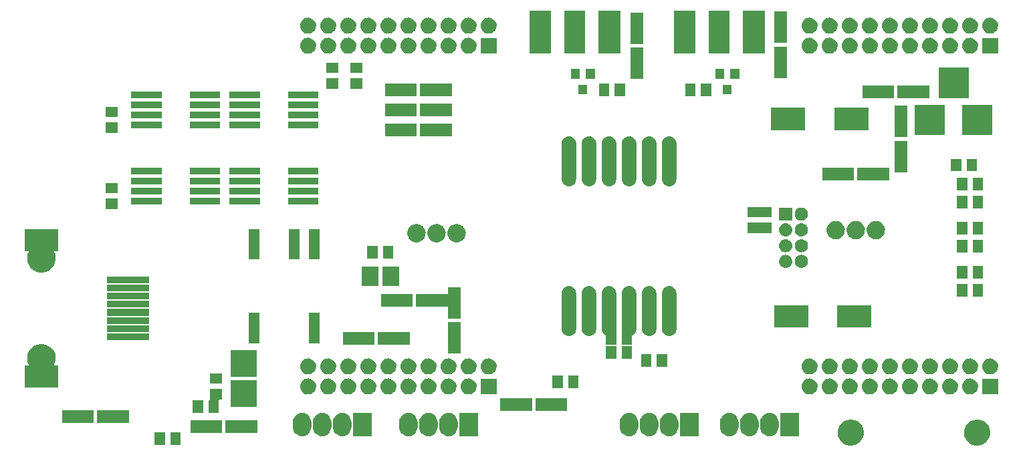
<source format=gbr>
G04 #@! TF.FileFunction,Soldermask,Top*
%FSLAX46Y46*%
G04 Gerber Fmt 4.6, Leading zero omitted, Abs format (unit mm)*
G04 Created by KiCad (PCBNEW 4.0.7) date 10/24/17 18:43:56*
%MOMM*%
%LPD*%
G01*
G04 APERTURE LIST*
%ADD10C,0.100000*%
G04 APERTURE END LIST*
D10*
G36*
X192072358Y-122293102D02*
X192391252Y-122358562D01*
X192691358Y-122484715D01*
X192961243Y-122666755D01*
X193190636Y-122897754D01*
X193370786Y-123168903D01*
X193494844Y-123469888D01*
X193557965Y-123788674D01*
X193557965Y-123788692D01*
X193558071Y-123789229D01*
X193552879Y-124161060D01*
X193552757Y-124161596D01*
X193552757Y-124161609D01*
X193480759Y-124478512D01*
X193348347Y-124775914D01*
X193160694Y-125041930D01*
X192924945Y-125266430D01*
X192650082Y-125440864D01*
X192346570Y-125558589D01*
X192025966Y-125615120D01*
X191700501Y-125608302D01*
X191382548Y-125538395D01*
X191084233Y-125408065D01*
X190816914Y-125222273D01*
X190590769Y-124988094D01*
X190414423Y-124714458D01*
X190294582Y-124411775D01*
X190235815Y-124091575D01*
X190240359Y-123766068D01*
X190308044Y-123447636D01*
X190436290Y-123148417D01*
X190620209Y-122879809D01*
X190852804Y-122652036D01*
X191125203Y-122473783D01*
X191427047Y-122351830D01*
X191746821Y-122290830D01*
X192072358Y-122293102D01*
X192072358Y-122293102D01*
G37*
G36*
X208072358Y-122293102D02*
X208391252Y-122358562D01*
X208691358Y-122484715D01*
X208961243Y-122666755D01*
X209190636Y-122897754D01*
X209370786Y-123168903D01*
X209494844Y-123469888D01*
X209557965Y-123788674D01*
X209557965Y-123788692D01*
X209558071Y-123789229D01*
X209552879Y-124161060D01*
X209552757Y-124161596D01*
X209552757Y-124161609D01*
X209480759Y-124478512D01*
X209348347Y-124775914D01*
X209160694Y-125041930D01*
X208924945Y-125266430D01*
X208650082Y-125440864D01*
X208346570Y-125558589D01*
X208025966Y-125615120D01*
X207700501Y-125608302D01*
X207382548Y-125538395D01*
X207084233Y-125408065D01*
X206816914Y-125222273D01*
X206590769Y-124988094D01*
X206414423Y-124714458D01*
X206294582Y-124411775D01*
X206235815Y-124091575D01*
X206240359Y-123766068D01*
X206308044Y-123447636D01*
X206436290Y-123148417D01*
X206620209Y-122879809D01*
X206852804Y-122652036D01*
X207125203Y-122473783D01*
X207427047Y-122351830D01*
X207746821Y-122290830D01*
X208072358Y-122293102D01*
X208072358Y-122293102D01*
G37*
G36*
X105070000Y-125499000D02*
X103750000Y-125499000D01*
X103750000Y-123929000D01*
X105070000Y-123929000D01*
X105070000Y-125499000D01*
X105070000Y-125499000D01*
G37*
G36*
X107070000Y-125499000D02*
X105750000Y-125499000D01*
X105750000Y-123929000D01*
X107070000Y-123929000D01*
X107070000Y-125499000D01*
X107070000Y-125499000D01*
G37*
G36*
X122661175Y-121492618D02*
X122661190Y-121492623D01*
X122661250Y-121492629D01*
X122877518Y-121559575D01*
X123076664Y-121667252D01*
X123251102Y-121811560D01*
X123394189Y-121987002D01*
X123500473Y-122186894D01*
X123565908Y-122403624D01*
X123588000Y-122628936D01*
X123588000Y-123243178D01*
X123587910Y-123256017D01*
X123587887Y-123259260D01*
X123562651Y-123484242D01*
X123494197Y-123700037D01*
X123385132Y-123898426D01*
X123239609Y-124071852D01*
X123063173Y-124213711D01*
X122862544Y-124318597D01*
X122645362Y-124382517D01*
X122645311Y-124382522D01*
X122645293Y-124382527D01*
X122419904Y-124403039D01*
X122194825Y-124379382D01*
X122194810Y-124379377D01*
X122194750Y-124379371D01*
X121978482Y-124312425D01*
X121779336Y-124204748D01*
X121604898Y-124060440D01*
X121461811Y-123884998D01*
X121355527Y-123685106D01*
X121290092Y-123468376D01*
X121268000Y-123243064D01*
X121268000Y-122628822D01*
X121268090Y-122615983D01*
X121268090Y-122615979D01*
X121268113Y-122612740D01*
X121293349Y-122387758D01*
X121361803Y-122171963D01*
X121470868Y-121973574D01*
X121616391Y-121800148D01*
X121792827Y-121658289D01*
X121993456Y-121553403D01*
X122210638Y-121489483D01*
X122210689Y-121489478D01*
X122210707Y-121489473D01*
X122436096Y-121468961D01*
X122661175Y-121492618D01*
X122661175Y-121492618D01*
G37*
G36*
X125201175Y-121492618D02*
X125201190Y-121492623D01*
X125201250Y-121492629D01*
X125417518Y-121559575D01*
X125616664Y-121667252D01*
X125791102Y-121811560D01*
X125934189Y-121987002D01*
X126040473Y-122186894D01*
X126105908Y-122403624D01*
X126128000Y-122628936D01*
X126128000Y-123243178D01*
X126127910Y-123256017D01*
X126127887Y-123259260D01*
X126102651Y-123484242D01*
X126034197Y-123700037D01*
X125925132Y-123898426D01*
X125779609Y-124071852D01*
X125603173Y-124213711D01*
X125402544Y-124318597D01*
X125185362Y-124382517D01*
X125185311Y-124382522D01*
X125185293Y-124382527D01*
X124959904Y-124403039D01*
X124734825Y-124379382D01*
X124734810Y-124379377D01*
X124734750Y-124379371D01*
X124518482Y-124312425D01*
X124319336Y-124204748D01*
X124144898Y-124060440D01*
X124001811Y-123884998D01*
X123895527Y-123685106D01*
X123830092Y-123468376D01*
X123808000Y-123243064D01*
X123808000Y-122628822D01*
X123808090Y-122615983D01*
X123808090Y-122615979D01*
X123808113Y-122612740D01*
X123833349Y-122387758D01*
X123901803Y-122171963D01*
X124010868Y-121973574D01*
X124156391Y-121800148D01*
X124332827Y-121658289D01*
X124533456Y-121553403D01*
X124750638Y-121489483D01*
X124750689Y-121489478D01*
X124750707Y-121489473D01*
X124976096Y-121468961D01*
X125201175Y-121492618D01*
X125201175Y-121492618D01*
G37*
G36*
X127741175Y-121492618D02*
X127741190Y-121492623D01*
X127741250Y-121492629D01*
X127957518Y-121559575D01*
X128156664Y-121667252D01*
X128331102Y-121811560D01*
X128474189Y-121987002D01*
X128580473Y-122186894D01*
X128645908Y-122403624D01*
X128668000Y-122628936D01*
X128668000Y-123243178D01*
X128667910Y-123256017D01*
X128667887Y-123259260D01*
X128642651Y-123484242D01*
X128574197Y-123700037D01*
X128465132Y-123898426D01*
X128319609Y-124071852D01*
X128143173Y-124213711D01*
X127942544Y-124318597D01*
X127725362Y-124382517D01*
X127725311Y-124382522D01*
X127725293Y-124382527D01*
X127499904Y-124403039D01*
X127274825Y-124379382D01*
X127274810Y-124379377D01*
X127274750Y-124379371D01*
X127058482Y-124312425D01*
X126859336Y-124204748D01*
X126684898Y-124060440D01*
X126541811Y-123884998D01*
X126435527Y-123685106D01*
X126370092Y-123468376D01*
X126348000Y-123243064D01*
X126348000Y-122628822D01*
X126348090Y-122615983D01*
X126348090Y-122615979D01*
X126348113Y-122612740D01*
X126373349Y-122387758D01*
X126441803Y-122171963D01*
X126550868Y-121973574D01*
X126696391Y-121800148D01*
X126872827Y-121658289D01*
X127073456Y-121553403D01*
X127290638Y-121489483D01*
X127290689Y-121489478D01*
X127290707Y-121489473D01*
X127516096Y-121468961D01*
X127741175Y-121492618D01*
X127741175Y-121492618D01*
G37*
G36*
X136123175Y-121492618D02*
X136123190Y-121492623D01*
X136123250Y-121492629D01*
X136339518Y-121559575D01*
X136538664Y-121667252D01*
X136713102Y-121811560D01*
X136856189Y-121987002D01*
X136962473Y-122186894D01*
X137027908Y-122403624D01*
X137050000Y-122628936D01*
X137050000Y-123243178D01*
X137049910Y-123256017D01*
X137049887Y-123259260D01*
X137024651Y-123484242D01*
X136956197Y-123700037D01*
X136847132Y-123898426D01*
X136701609Y-124071852D01*
X136525173Y-124213711D01*
X136324544Y-124318597D01*
X136107362Y-124382517D01*
X136107311Y-124382522D01*
X136107293Y-124382527D01*
X135881904Y-124403039D01*
X135656825Y-124379382D01*
X135656810Y-124379377D01*
X135656750Y-124379371D01*
X135440482Y-124312425D01*
X135241336Y-124204748D01*
X135066898Y-124060440D01*
X134923811Y-123884998D01*
X134817527Y-123685106D01*
X134752092Y-123468376D01*
X134730000Y-123243064D01*
X134730000Y-122628822D01*
X134730090Y-122615983D01*
X134730090Y-122615979D01*
X134730113Y-122612740D01*
X134755349Y-122387758D01*
X134823803Y-122171963D01*
X134932868Y-121973574D01*
X135078391Y-121800148D01*
X135254827Y-121658289D01*
X135455456Y-121553403D01*
X135672638Y-121489483D01*
X135672689Y-121489478D01*
X135672707Y-121489473D01*
X135898096Y-121468961D01*
X136123175Y-121492618D01*
X136123175Y-121492618D01*
G37*
G36*
X138663175Y-121492618D02*
X138663190Y-121492623D01*
X138663250Y-121492629D01*
X138879518Y-121559575D01*
X139078664Y-121667252D01*
X139253102Y-121811560D01*
X139396189Y-121987002D01*
X139502473Y-122186894D01*
X139567908Y-122403624D01*
X139590000Y-122628936D01*
X139590000Y-123243178D01*
X139589910Y-123256017D01*
X139589887Y-123259260D01*
X139564651Y-123484242D01*
X139496197Y-123700037D01*
X139387132Y-123898426D01*
X139241609Y-124071852D01*
X139065173Y-124213711D01*
X138864544Y-124318597D01*
X138647362Y-124382517D01*
X138647311Y-124382522D01*
X138647293Y-124382527D01*
X138421904Y-124403039D01*
X138196825Y-124379382D01*
X138196810Y-124379377D01*
X138196750Y-124379371D01*
X137980482Y-124312425D01*
X137781336Y-124204748D01*
X137606898Y-124060440D01*
X137463811Y-123884998D01*
X137357527Y-123685106D01*
X137292092Y-123468376D01*
X137270000Y-123243064D01*
X137270000Y-122628822D01*
X137270090Y-122615983D01*
X137270090Y-122615979D01*
X137270113Y-122612740D01*
X137295349Y-122387758D01*
X137363803Y-122171963D01*
X137472868Y-121973574D01*
X137618391Y-121800148D01*
X137794827Y-121658289D01*
X137995456Y-121553403D01*
X138212638Y-121489483D01*
X138212689Y-121489478D01*
X138212707Y-121489473D01*
X138438096Y-121468961D01*
X138663175Y-121492618D01*
X138663175Y-121492618D01*
G37*
G36*
X141203175Y-121492618D02*
X141203190Y-121492623D01*
X141203250Y-121492629D01*
X141419518Y-121559575D01*
X141618664Y-121667252D01*
X141793102Y-121811560D01*
X141936189Y-121987002D01*
X142042473Y-122186894D01*
X142107908Y-122403624D01*
X142130000Y-122628936D01*
X142130000Y-123243178D01*
X142129910Y-123256017D01*
X142129887Y-123259260D01*
X142104651Y-123484242D01*
X142036197Y-123700037D01*
X141927132Y-123898426D01*
X141781609Y-124071852D01*
X141605173Y-124213711D01*
X141404544Y-124318597D01*
X141187362Y-124382517D01*
X141187311Y-124382522D01*
X141187293Y-124382527D01*
X140961904Y-124403039D01*
X140736825Y-124379382D01*
X140736810Y-124379377D01*
X140736750Y-124379371D01*
X140520482Y-124312425D01*
X140321336Y-124204748D01*
X140146898Y-124060440D01*
X140003811Y-123884998D01*
X139897527Y-123685106D01*
X139832092Y-123468376D01*
X139810000Y-123243064D01*
X139810000Y-122628822D01*
X139810090Y-122615983D01*
X139810090Y-122615979D01*
X139810113Y-122612740D01*
X139835349Y-122387758D01*
X139903803Y-122171963D01*
X140012868Y-121973574D01*
X140158391Y-121800148D01*
X140334827Y-121658289D01*
X140535456Y-121553403D01*
X140752638Y-121489483D01*
X140752689Y-121489478D01*
X140752707Y-121489473D01*
X140978096Y-121468961D01*
X141203175Y-121492618D01*
X141203175Y-121492618D01*
G37*
G36*
X164063175Y-121492618D02*
X164063190Y-121492623D01*
X164063250Y-121492629D01*
X164279518Y-121559575D01*
X164478664Y-121667252D01*
X164653102Y-121811560D01*
X164796189Y-121987002D01*
X164902473Y-122186894D01*
X164967908Y-122403624D01*
X164990000Y-122628936D01*
X164990000Y-123243178D01*
X164989910Y-123256017D01*
X164989887Y-123259260D01*
X164964651Y-123484242D01*
X164896197Y-123700037D01*
X164787132Y-123898426D01*
X164641609Y-124071852D01*
X164465173Y-124213711D01*
X164264544Y-124318597D01*
X164047362Y-124382517D01*
X164047311Y-124382522D01*
X164047293Y-124382527D01*
X163821904Y-124403039D01*
X163596825Y-124379382D01*
X163596810Y-124379377D01*
X163596750Y-124379371D01*
X163380482Y-124312425D01*
X163181336Y-124204748D01*
X163006898Y-124060440D01*
X162863811Y-123884998D01*
X162757527Y-123685106D01*
X162692092Y-123468376D01*
X162670000Y-123243064D01*
X162670000Y-122628822D01*
X162670090Y-122615983D01*
X162670090Y-122615979D01*
X162670113Y-122612740D01*
X162695349Y-122387758D01*
X162763803Y-122171963D01*
X162872868Y-121973574D01*
X163018391Y-121800148D01*
X163194827Y-121658289D01*
X163395456Y-121553403D01*
X163612638Y-121489483D01*
X163612689Y-121489478D01*
X163612707Y-121489473D01*
X163838096Y-121468961D01*
X164063175Y-121492618D01*
X164063175Y-121492618D01*
G37*
G36*
X166603175Y-121492618D02*
X166603190Y-121492623D01*
X166603250Y-121492629D01*
X166819518Y-121559575D01*
X167018664Y-121667252D01*
X167193102Y-121811560D01*
X167336189Y-121987002D01*
X167442473Y-122186894D01*
X167507908Y-122403624D01*
X167530000Y-122628936D01*
X167530000Y-123243178D01*
X167529910Y-123256017D01*
X167529887Y-123259260D01*
X167504651Y-123484242D01*
X167436197Y-123700037D01*
X167327132Y-123898426D01*
X167181609Y-124071852D01*
X167005173Y-124213711D01*
X166804544Y-124318597D01*
X166587362Y-124382517D01*
X166587311Y-124382522D01*
X166587293Y-124382527D01*
X166361904Y-124403039D01*
X166136825Y-124379382D01*
X166136810Y-124379377D01*
X166136750Y-124379371D01*
X165920482Y-124312425D01*
X165721336Y-124204748D01*
X165546898Y-124060440D01*
X165403811Y-123884998D01*
X165297527Y-123685106D01*
X165232092Y-123468376D01*
X165210000Y-123243064D01*
X165210000Y-122628822D01*
X165210090Y-122615983D01*
X165210090Y-122615979D01*
X165210113Y-122612740D01*
X165235349Y-122387758D01*
X165303803Y-122171963D01*
X165412868Y-121973574D01*
X165558391Y-121800148D01*
X165734827Y-121658289D01*
X165935456Y-121553403D01*
X166152638Y-121489483D01*
X166152689Y-121489478D01*
X166152707Y-121489473D01*
X166378096Y-121468961D01*
X166603175Y-121492618D01*
X166603175Y-121492618D01*
G37*
G36*
X169143175Y-121492618D02*
X169143190Y-121492623D01*
X169143250Y-121492629D01*
X169359518Y-121559575D01*
X169558664Y-121667252D01*
X169733102Y-121811560D01*
X169876189Y-121987002D01*
X169982473Y-122186894D01*
X170047908Y-122403624D01*
X170070000Y-122628936D01*
X170070000Y-123243178D01*
X170069910Y-123256017D01*
X170069887Y-123259260D01*
X170044651Y-123484242D01*
X169976197Y-123700037D01*
X169867132Y-123898426D01*
X169721609Y-124071852D01*
X169545173Y-124213711D01*
X169344544Y-124318597D01*
X169127362Y-124382517D01*
X169127311Y-124382522D01*
X169127293Y-124382527D01*
X168901904Y-124403039D01*
X168676825Y-124379382D01*
X168676810Y-124379377D01*
X168676750Y-124379371D01*
X168460482Y-124312425D01*
X168261336Y-124204748D01*
X168086898Y-124060440D01*
X167943811Y-123884998D01*
X167837527Y-123685106D01*
X167772092Y-123468376D01*
X167750000Y-123243064D01*
X167750000Y-122628822D01*
X167750090Y-122615983D01*
X167750090Y-122615979D01*
X167750113Y-122612740D01*
X167775349Y-122387758D01*
X167843803Y-122171963D01*
X167952868Y-121973574D01*
X168098391Y-121800148D01*
X168274827Y-121658289D01*
X168475456Y-121553403D01*
X168692638Y-121489483D01*
X168692689Y-121489478D01*
X168692707Y-121489473D01*
X168918096Y-121468961D01*
X169143175Y-121492618D01*
X169143175Y-121492618D01*
G37*
G36*
X176763175Y-121492618D02*
X176763190Y-121492623D01*
X176763250Y-121492629D01*
X176979518Y-121559575D01*
X177178664Y-121667252D01*
X177353102Y-121811560D01*
X177496189Y-121987002D01*
X177602473Y-122186894D01*
X177667908Y-122403624D01*
X177690000Y-122628936D01*
X177690000Y-123243178D01*
X177689910Y-123256017D01*
X177689887Y-123259260D01*
X177664651Y-123484242D01*
X177596197Y-123700037D01*
X177487132Y-123898426D01*
X177341609Y-124071852D01*
X177165173Y-124213711D01*
X176964544Y-124318597D01*
X176747362Y-124382517D01*
X176747311Y-124382522D01*
X176747293Y-124382527D01*
X176521904Y-124403039D01*
X176296825Y-124379382D01*
X176296810Y-124379377D01*
X176296750Y-124379371D01*
X176080482Y-124312425D01*
X175881336Y-124204748D01*
X175706898Y-124060440D01*
X175563811Y-123884998D01*
X175457527Y-123685106D01*
X175392092Y-123468376D01*
X175370000Y-123243064D01*
X175370000Y-122628822D01*
X175370090Y-122615983D01*
X175370090Y-122615979D01*
X175370113Y-122612740D01*
X175395349Y-122387758D01*
X175463803Y-122171963D01*
X175572868Y-121973574D01*
X175718391Y-121800148D01*
X175894827Y-121658289D01*
X176095456Y-121553403D01*
X176312638Y-121489483D01*
X176312689Y-121489478D01*
X176312707Y-121489473D01*
X176538096Y-121468961D01*
X176763175Y-121492618D01*
X176763175Y-121492618D01*
G37*
G36*
X181843175Y-121492618D02*
X181843190Y-121492623D01*
X181843250Y-121492629D01*
X182059518Y-121559575D01*
X182258664Y-121667252D01*
X182433102Y-121811560D01*
X182576189Y-121987002D01*
X182682473Y-122186894D01*
X182747908Y-122403624D01*
X182770000Y-122628936D01*
X182770000Y-123243178D01*
X182769910Y-123256017D01*
X182769887Y-123259260D01*
X182744651Y-123484242D01*
X182676197Y-123700037D01*
X182567132Y-123898426D01*
X182421609Y-124071852D01*
X182245173Y-124213711D01*
X182044544Y-124318597D01*
X181827362Y-124382517D01*
X181827311Y-124382522D01*
X181827293Y-124382527D01*
X181601904Y-124403039D01*
X181376825Y-124379382D01*
X181376810Y-124379377D01*
X181376750Y-124379371D01*
X181160482Y-124312425D01*
X180961336Y-124204748D01*
X180786898Y-124060440D01*
X180643811Y-123884998D01*
X180537527Y-123685106D01*
X180472092Y-123468376D01*
X180450000Y-123243064D01*
X180450000Y-122628822D01*
X180450090Y-122615983D01*
X180450090Y-122615979D01*
X180450113Y-122612740D01*
X180475349Y-122387758D01*
X180543803Y-122171963D01*
X180652868Y-121973574D01*
X180798391Y-121800148D01*
X180974827Y-121658289D01*
X181175456Y-121553403D01*
X181392638Y-121489483D01*
X181392689Y-121489478D01*
X181392707Y-121489473D01*
X181618096Y-121468961D01*
X181843175Y-121492618D01*
X181843175Y-121492618D01*
G37*
G36*
X179303175Y-121492618D02*
X179303190Y-121492623D01*
X179303250Y-121492629D01*
X179519518Y-121559575D01*
X179718664Y-121667252D01*
X179893102Y-121811560D01*
X180036189Y-121987002D01*
X180142473Y-122186894D01*
X180207908Y-122403624D01*
X180230000Y-122628936D01*
X180230000Y-123243178D01*
X180229910Y-123256017D01*
X180229887Y-123259260D01*
X180204651Y-123484242D01*
X180136197Y-123700037D01*
X180027132Y-123898426D01*
X179881609Y-124071852D01*
X179705173Y-124213711D01*
X179504544Y-124318597D01*
X179287362Y-124382517D01*
X179287311Y-124382522D01*
X179287293Y-124382527D01*
X179061904Y-124403039D01*
X178836825Y-124379382D01*
X178836810Y-124379377D01*
X178836750Y-124379371D01*
X178620482Y-124312425D01*
X178421336Y-124204748D01*
X178246898Y-124060440D01*
X178103811Y-123884998D01*
X177997527Y-123685106D01*
X177932092Y-123468376D01*
X177910000Y-123243064D01*
X177910000Y-122628822D01*
X177910090Y-122615983D01*
X177910090Y-122615979D01*
X177910113Y-122612740D01*
X177935349Y-122387758D01*
X178003803Y-122171963D01*
X178112868Y-121973574D01*
X178258391Y-121800148D01*
X178434827Y-121658289D01*
X178635456Y-121553403D01*
X178852638Y-121489483D01*
X178852689Y-121489478D01*
X178852707Y-121489473D01*
X179078096Y-121468961D01*
X179303175Y-121492618D01*
X179303175Y-121492618D01*
G37*
G36*
X131208000Y-124396000D02*
X128888000Y-124396000D01*
X128888000Y-121476000D01*
X131208000Y-121476000D01*
X131208000Y-124396000D01*
X131208000Y-124396000D01*
G37*
G36*
X185310000Y-124396000D02*
X182990000Y-124396000D01*
X182990000Y-121476000D01*
X185310000Y-121476000D01*
X185310000Y-124396000D01*
X185310000Y-124396000D01*
G37*
G36*
X144670000Y-124396000D02*
X142350000Y-124396000D01*
X142350000Y-121476000D01*
X144670000Y-121476000D01*
X144670000Y-124396000D01*
X144670000Y-124396000D01*
G37*
G36*
X172610000Y-124396000D02*
X170290000Y-124396000D01*
X170290000Y-121476000D01*
X172610000Y-121476000D01*
X172610000Y-124396000D01*
X172610000Y-124396000D01*
G37*
G36*
X116742000Y-123985000D02*
X112742000Y-123985000D01*
X112742000Y-122395000D01*
X116742000Y-122395000D01*
X116742000Y-123985000D01*
X116742000Y-123985000D01*
G37*
G36*
X112302000Y-123985000D02*
X108302000Y-123985000D01*
X108302000Y-122395000D01*
X112302000Y-122395000D01*
X112302000Y-123985000D01*
X112302000Y-123985000D01*
G37*
G36*
X100486000Y-122715000D02*
X96486000Y-122715000D01*
X96486000Y-121125000D01*
X100486000Y-121125000D01*
X100486000Y-122715000D01*
X100486000Y-122715000D01*
G37*
G36*
X96046000Y-122715000D02*
X92046000Y-122715000D01*
X92046000Y-121125000D01*
X96046000Y-121125000D01*
X96046000Y-122715000D01*
X96046000Y-122715000D01*
G37*
G36*
X112291000Y-119770000D02*
X111976000Y-119770000D01*
X111953713Y-119773167D01*
X111933190Y-119782418D01*
X111916057Y-119797021D01*
X111903670Y-119815818D01*
X111897011Y-119837322D01*
X111896000Y-119850000D01*
X111896000Y-121435000D01*
X110576000Y-121435000D01*
X110576000Y-119865000D01*
X110641000Y-119865000D01*
X110663287Y-119861833D01*
X110683810Y-119852582D01*
X110700943Y-119837979D01*
X110713330Y-119819182D01*
X110719989Y-119797678D01*
X110721000Y-119785000D01*
X110721000Y-118450000D01*
X112291000Y-118450000D01*
X112291000Y-119770000D01*
X112291000Y-119770000D01*
G37*
G36*
X109896000Y-121435000D02*
X108576000Y-121435000D01*
X108576000Y-119865000D01*
X109896000Y-119865000D01*
X109896000Y-121435000D01*
X109896000Y-121435000D01*
G37*
G36*
X155985000Y-121191000D02*
X151985000Y-121191000D01*
X151985000Y-119601000D01*
X155985000Y-119601000D01*
X155985000Y-121191000D01*
X155985000Y-121191000D01*
G37*
G36*
X151545000Y-121191000D02*
X147545000Y-121191000D01*
X147545000Y-119601000D01*
X151545000Y-119601000D01*
X151545000Y-121191000D01*
X151545000Y-121191000D01*
G37*
G36*
X116722000Y-120654000D02*
X113402000Y-120654000D01*
X113402000Y-117334000D01*
X116722000Y-117334000D01*
X116722000Y-120654000D01*
X116722000Y-120654000D01*
G37*
G36*
X204673014Y-117115731D02*
X204673029Y-117115736D01*
X204673089Y-117115742D01*
X204861391Y-117174031D01*
X205034785Y-117267785D01*
X205186666Y-117393432D01*
X205311250Y-117546188D01*
X205403791Y-117720232D01*
X205460765Y-117908936D01*
X205480000Y-118105113D01*
X205480000Y-118115004D01*
X205479925Y-118125746D01*
X205479902Y-118128989D01*
X205457929Y-118324878D01*
X205398327Y-118512768D01*
X205303365Y-118685504D01*
X205176660Y-118836504D01*
X205023039Y-118960019D01*
X204848353Y-119051343D01*
X204659255Y-119106997D01*
X204659204Y-119107002D01*
X204659186Y-119107007D01*
X204462951Y-119124865D01*
X204266986Y-119104269D01*
X204266971Y-119104264D01*
X204266911Y-119104258D01*
X204078609Y-119045969D01*
X203905215Y-118952215D01*
X203753334Y-118826568D01*
X203628750Y-118673812D01*
X203536209Y-118499768D01*
X203479235Y-118311064D01*
X203460000Y-118114887D01*
X203460000Y-118104996D01*
X203460075Y-118094254D01*
X203460075Y-118094250D01*
X203460098Y-118091011D01*
X203482071Y-117895122D01*
X203541673Y-117707232D01*
X203636635Y-117534496D01*
X203763340Y-117383496D01*
X203916961Y-117259981D01*
X204091647Y-117168657D01*
X204280745Y-117113003D01*
X204280796Y-117112998D01*
X204280814Y-117112993D01*
X204477049Y-117095135D01*
X204673014Y-117115731D01*
X204673014Y-117115731D01*
G37*
G36*
X141173014Y-117115731D02*
X141173029Y-117115736D01*
X141173089Y-117115742D01*
X141361391Y-117174031D01*
X141534785Y-117267785D01*
X141686666Y-117393432D01*
X141811250Y-117546188D01*
X141903791Y-117720232D01*
X141960765Y-117908936D01*
X141980000Y-118105113D01*
X141980000Y-118115004D01*
X141979925Y-118125746D01*
X141979902Y-118128989D01*
X141957929Y-118324878D01*
X141898327Y-118512768D01*
X141803365Y-118685504D01*
X141676660Y-118836504D01*
X141523039Y-118960019D01*
X141348353Y-119051343D01*
X141159255Y-119106997D01*
X141159204Y-119107002D01*
X141159186Y-119107007D01*
X140962951Y-119124865D01*
X140766986Y-119104269D01*
X140766971Y-119104264D01*
X140766911Y-119104258D01*
X140578609Y-119045969D01*
X140405215Y-118952215D01*
X140253334Y-118826568D01*
X140128750Y-118673812D01*
X140036209Y-118499768D01*
X139979235Y-118311064D01*
X139960000Y-118114887D01*
X139960000Y-118104996D01*
X139960075Y-118094254D01*
X139960075Y-118094250D01*
X139960098Y-118091011D01*
X139982071Y-117895122D01*
X140041673Y-117707232D01*
X140136635Y-117534496D01*
X140263340Y-117383496D01*
X140416961Y-117259981D01*
X140591647Y-117168657D01*
X140780745Y-117113003D01*
X140780796Y-117112998D01*
X140780814Y-117112993D01*
X140977049Y-117095135D01*
X141173014Y-117115731D01*
X141173014Y-117115731D01*
G37*
G36*
X138633014Y-117115731D02*
X138633029Y-117115736D01*
X138633089Y-117115742D01*
X138821391Y-117174031D01*
X138994785Y-117267785D01*
X139146666Y-117393432D01*
X139271250Y-117546188D01*
X139363791Y-117720232D01*
X139420765Y-117908936D01*
X139440000Y-118105113D01*
X139440000Y-118115004D01*
X139439925Y-118125746D01*
X139439902Y-118128989D01*
X139417929Y-118324878D01*
X139358327Y-118512768D01*
X139263365Y-118685504D01*
X139136660Y-118836504D01*
X138983039Y-118960019D01*
X138808353Y-119051343D01*
X138619255Y-119106997D01*
X138619204Y-119107002D01*
X138619186Y-119107007D01*
X138422951Y-119124865D01*
X138226986Y-119104269D01*
X138226971Y-119104264D01*
X138226911Y-119104258D01*
X138038609Y-119045969D01*
X137865215Y-118952215D01*
X137713334Y-118826568D01*
X137588750Y-118673812D01*
X137496209Y-118499768D01*
X137439235Y-118311064D01*
X137420000Y-118114887D01*
X137420000Y-118104996D01*
X137420075Y-118094254D01*
X137420075Y-118094250D01*
X137420098Y-118091011D01*
X137442071Y-117895122D01*
X137501673Y-117707232D01*
X137596635Y-117534496D01*
X137723340Y-117383496D01*
X137876961Y-117259981D01*
X138051647Y-117168657D01*
X138240745Y-117113003D01*
X138240796Y-117112998D01*
X138240814Y-117112993D01*
X138437049Y-117095135D01*
X138633014Y-117115731D01*
X138633014Y-117115731D01*
G37*
G36*
X136093014Y-117115731D02*
X136093029Y-117115736D01*
X136093089Y-117115742D01*
X136281391Y-117174031D01*
X136454785Y-117267785D01*
X136606666Y-117393432D01*
X136731250Y-117546188D01*
X136823791Y-117720232D01*
X136880765Y-117908936D01*
X136900000Y-118105113D01*
X136900000Y-118115004D01*
X136899925Y-118125746D01*
X136899902Y-118128989D01*
X136877929Y-118324878D01*
X136818327Y-118512768D01*
X136723365Y-118685504D01*
X136596660Y-118836504D01*
X136443039Y-118960019D01*
X136268353Y-119051343D01*
X136079255Y-119106997D01*
X136079204Y-119107002D01*
X136079186Y-119107007D01*
X135882951Y-119124865D01*
X135686986Y-119104269D01*
X135686971Y-119104264D01*
X135686911Y-119104258D01*
X135498609Y-119045969D01*
X135325215Y-118952215D01*
X135173334Y-118826568D01*
X135048750Y-118673812D01*
X134956209Y-118499768D01*
X134899235Y-118311064D01*
X134880000Y-118114887D01*
X134880000Y-118104996D01*
X134880075Y-118094254D01*
X134880075Y-118094250D01*
X134880098Y-118091011D01*
X134902071Y-117895122D01*
X134961673Y-117707232D01*
X135056635Y-117534496D01*
X135183340Y-117383496D01*
X135336961Y-117259981D01*
X135511647Y-117168657D01*
X135700745Y-117113003D01*
X135700796Y-117112998D01*
X135700814Y-117112993D01*
X135897049Y-117095135D01*
X136093014Y-117115731D01*
X136093014Y-117115731D01*
G37*
G36*
X133553014Y-117115731D02*
X133553029Y-117115736D01*
X133553089Y-117115742D01*
X133741391Y-117174031D01*
X133914785Y-117267785D01*
X134066666Y-117393432D01*
X134191250Y-117546188D01*
X134283791Y-117720232D01*
X134340765Y-117908936D01*
X134360000Y-118105113D01*
X134360000Y-118115004D01*
X134359925Y-118125746D01*
X134359902Y-118128989D01*
X134337929Y-118324878D01*
X134278327Y-118512768D01*
X134183365Y-118685504D01*
X134056660Y-118836504D01*
X133903039Y-118960019D01*
X133728353Y-119051343D01*
X133539255Y-119106997D01*
X133539204Y-119107002D01*
X133539186Y-119107007D01*
X133342951Y-119124865D01*
X133146986Y-119104269D01*
X133146971Y-119104264D01*
X133146911Y-119104258D01*
X132958609Y-119045969D01*
X132785215Y-118952215D01*
X132633334Y-118826568D01*
X132508750Y-118673812D01*
X132416209Y-118499768D01*
X132359235Y-118311064D01*
X132340000Y-118114887D01*
X132340000Y-118104996D01*
X132340075Y-118094254D01*
X132340075Y-118094250D01*
X132340098Y-118091011D01*
X132362071Y-117895122D01*
X132421673Y-117707232D01*
X132516635Y-117534496D01*
X132643340Y-117383496D01*
X132796961Y-117259981D01*
X132971647Y-117168657D01*
X133160745Y-117113003D01*
X133160796Y-117112998D01*
X133160814Y-117112993D01*
X133357049Y-117095135D01*
X133553014Y-117115731D01*
X133553014Y-117115731D01*
G37*
G36*
X131013014Y-117115731D02*
X131013029Y-117115736D01*
X131013089Y-117115742D01*
X131201391Y-117174031D01*
X131374785Y-117267785D01*
X131526666Y-117393432D01*
X131651250Y-117546188D01*
X131743791Y-117720232D01*
X131800765Y-117908936D01*
X131820000Y-118105113D01*
X131820000Y-118115004D01*
X131819925Y-118125746D01*
X131819902Y-118128989D01*
X131797929Y-118324878D01*
X131738327Y-118512768D01*
X131643365Y-118685504D01*
X131516660Y-118836504D01*
X131363039Y-118960019D01*
X131188353Y-119051343D01*
X130999255Y-119106997D01*
X130999204Y-119107002D01*
X130999186Y-119107007D01*
X130802951Y-119124865D01*
X130606986Y-119104269D01*
X130606971Y-119104264D01*
X130606911Y-119104258D01*
X130418609Y-119045969D01*
X130245215Y-118952215D01*
X130093334Y-118826568D01*
X129968750Y-118673812D01*
X129876209Y-118499768D01*
X129819235Y-118311064D01*
X129800000Y-118114887D01*
X129800000Y-118104996D01*
X129800075Y-118094254D01*
X129800075Y-118094250D01*
X129800098Y-118091011D01*
X129822071Y-117895122D01*
X129881673Y-117707232D01*
X129976635Y-117534496D01*
X130103340Y-117383496D01*
X130256961Y-117259981D01*
X130431647Y-117168657D01*
X130620745Y-117113003D01*
X130620796Y-117112998D01*
X130620814Y-117112993D01*
X130817049Y-117095135D01*
X131013014Y-117115731D01*
X131013014Y-117115731D01*
G37*
G36*
X128473014Y-117115731D02*
X128473029Y-117115736D01*
X128473089Y-117115742D01*
X128661391Y-117174031D01*
X128834785Y-117267785D01*
X128986666Y-117393432D01*
X129111250Y-117546188D01*
X129203791Y-117720232D01*
X129260765Y-117908936D01*
X129280000Y-118105113D01*
X129280000Y-118115004D01*
X129279925Y-118125746D01*
X129279902Y-118128989D01*
X129257929Y-118324878D01*
X129198327Y-118512768D01*
X129103365Y-118685504D01*
X128976660Y-118836504D01*
X128823039Y-118960019D01*
X128648353Y-119051343D01*
X128459255Y-119106997D01*
X128459204Y-119107002D01*
X128459186Y-119107007D01*
X128262951Y-119124865D01*
X128066986Y-119104269D01*
X128066971Y-119104264D01*
X128066911Y-119104258D01*
X127878609Y-119045969D01*
X127705215Y-118952215D01*
X127553334Y-118826568D01*
X127428750Y-118673812D01*
X127336209Y-118499768D01*
X127279235Y-118311064D01*
X127260000Y-118114887D01*
X127260000Y-118104996D01*
X127260075Y-118094254D01*
X127260075Y-118094250D01*
X127260098Y-118091011D01*
X127282071Y-117895122D01*
X127341673Y-117707232D01*
X127436635Y-117534496D01*
X127563340Y-117383496D01*
X127716961Y-117259981D01*
X127891647Y-117168657D01*
X128080745Y-117113003D01*
X128080796Y-117112998D01*
X128080814Y-117112993D01*
X128277049Y-117095135D01*
X128473014Y-117115731D01*
X128473014Y-117115731D01*
G37*
G36*
X202133014Y-117115731D02*
X202133029Y-117115736D01*
X202133089Y-117115742D01*
X202321391Y-117174031D01*
X202494785Y-117267785D01*
X202646666Y-117393432D01*
X202771250Y-117546188D01*
X202863791Y-117720232D01*
X202920765Y-117908936D01*
X202940000Y-118105113D01*
X202940000Y-118115004D01*
X202939925Y-118125746D01*
X202939902Y-118128989D01*
X202917929Y-118324878D01*
X202858327Y-118512768D01*
X202763365Y-118685504D01*
X202636660Y-118836504D01*
X202483039Y-118960019D01*
X202308353Y-119051343D01*
X202119255Y-119106997D01*
X202119204Y-119107002D01*
X202119186Y-119107007D01*
X201922951Y-119124865D01*
X201726986Y-119104269D01*
X201726971Y-119104264D01*
X201726911Y-119104258D01*
X201538609Y-119045969D01*
X201365215Y-118952215D01*
X201213334Y-118826568D01*
X201088750Y-118673812D01*
X200996209Y-118499768D01*
X200939235Y-118311064D01*
X200920000Y-118114887D01*
X200920000Y-118104996D01*
X200920075Y-118094254D01*
X200920075Y-118094250D01*
X200920098Y-118091011D01*
X200942071Y-117895122D01*
X201001673Y-117707232D01*
X201096635Y-117534496D01*
X201223340Y-117383496D01*
X201376961Y-117259981D01*
X201551647Y-117168657D01*
X201740745Y-117113003D01*
X201740796Y-117112998D01*
X201740814Y-117112993D01*
X201937049Y-117095135D01*
X202133014Y-117115731D01*
X202133014Y-117115731D01*
G37*
G36*
X194513014Y-117115731D02*
X194513029Y-117115736D01*
X194513089Y-117115742D01*
X194701391Y-117174031D01*
X194874785Y-117267785D01*
X195026666Y-117393432D01*
X195151250Y-117546188D01*
X195243791Y-117720232D01*
X195300765Y-117908936D01*
X195320000Y-118105113D01*
X195320000Y-118115004D01*
X195319925Y-118125746D01*
X195319902Y-118128989D01*
X195297929Y-118324878D01*
X195238327Y-118512768D01*
X195143365Y-118685504D01*
X195016660Y-118836504D01*
X194863039Y-118960019D01*
X194688353Y-119051343D01*
X194499255Y-119106997D01*
X194499204Y-119107002D01*
X194499186Y-119107007D01*
X194302951Y-119124865D01*
X194106986Y-119104269D01*
X194106971Y-119104264D01*
X194106911Y-119104258D01*
X193918609Y-119045969D01*
X193745215Y-118952215D01*
X193593334Y-118826568D01*
X193468750Y-118673812D01*
X193376209Y-118499768D01*
X193319235Y-118311064D01*
X193300000Y-118114887D01*
X193300000Y-118104996D01*
X193300075Y-118094254D01*
X193300075Y-118094250D01*
X193300098Y-118091011D01*
X193322071Y-117895122D01*
X193381673Y-117707232D01*
X193476635Y-117534496D01*
X193603340Y-117383496D01*
X193756961Y-117259981D01*
X193931647Y-117168657D01*
X194120745Y-117113003D01*
X194120796Y-117112998D01*
X194120814Y-117112993D01*
X194317049Y-117095135D01*
X194513014Y-117115731D01*
X194513014Y-117115731D01*
G37*
G36*
X143713014Y-117115731D02*
X143713029Y-117115736D01*
X143713089Y-117115742D01*
X143901391Y-117174031D01*
X144074785Y-117267785D01*
X144226666Y-117393432D01*
X144351250Y-117546188D01*
X144443791Y-117720232D01*
X144500765Y-117908936D01*
X144520000Y-118105113D01*
X144520000Y-118115004D01*
X144519925Y-118125746D01*
X144519902Y-118128989D01*
X144497929Y-118324878D01*
X144438327Y-118512768D01*
X144343365Y-118685504D01*
X144216660Y-118836504D01*
X144063039Y-118960019D01*
X143888353Y-119051343D01*
X143699255Y-119106997D01*
X143699204Y-119107002D01*
X143699186Y-119107007D01*
X143502951Y-119124865D01*
X143306986Y-119104269D01*
X143306971Y-119104264D01*
X143306911Y-119104258D01*
X143118609Y-119045969D01*
X142945215Y-118952215D01*
X142793334Y-118826568D01*
X142668750Y-118673812D01*
X142576209Y-118499768D01*
X142519235Y-118311064D01*
X142500000Y-118114887D01*
X142500000Y-118104996D01*
X142500075Y-118094254D01*
X142500075Y-118094250D01*
X142500098Y-118091011D01*
X142522071Y-117895122D01*
X142581673Y-117707232D01*
X142676635Y-117534496D01*
X142803340Y-117383496D01*
X142956961Y-117259981D01*
X143131647Y-117168657D01*
X143320745Y-117113003D01*
X143320796Y-117112998D01*
X143320814Y-117112993D01*
X143517049Y-117095135D01*
X143713014Y-117115731D01*
X143713014Y-117115731D01*
G37*
G36*
X123393014Y-117115731D02*
X123393029Y-117115736D01*
X123393089Y-117115742D01*
X123581391Y-117174031D01*
X123754785Y-117267785D01*
X123906666Y-117393432D01*
X124031250Y-117546188D01*
X124123791Y-117720232D01*
X124180765Y-117908936D01*
X124200000Y-118105113D01*
X124200000Y-118115004D01*
X124199925Y-118125746D01*
X124199902Y-118128989D01*
X124177929Y-118324878D01*
X124118327Y-118512768D01*
X124023365Y-118685504D01*
X123896660Y-118836504D01*
X123743039Y-118960019D01*
X123568353Y-119051343D01*
X123379255Y-119106997D01*
X123379204Y-119107002D01*
X123379186Y-119107007D01*
X123182951Y-119124865D01*
X122986986Y-119104269D01*
X122986971Y-119104264D01*
X122986911Y-119104258D01*
X122798609Y-119045969D01*
X122625215Y-118952215D01*
X122473334Y-118826568D01*
X122348750Y-118673812D01*
X122256209Y-118499768D01*
X122199235Y-118311064D01*
X122180000Y-118114887D01*
X122180000Y-118104996D01*
X122180075Y-118094254D01*
X122180075Y-118094250D01*
X122180098Y-118091011D01*
X122202071Y-117895122D01*
X122261673Y-117707232D01*
X122356635Y-117534496D01*
X122483340Y-117383496D01*
X122636961Y-117259981D01*
X122811647Y-117168657D01*
X123000745Y-117113003D01*
X123000796Y-117112998D01*
X123000814Y-117112993D01*
X123197049Y-117095135D01*
X123393014Y-117115731D01*
X123393014Y-117115731D01*
G37*
G36*
X189433014Y-117115731D02*
X189433029Y-117115736D01*
X189433089Y-117115742D01*
X189621391Y-117174031D01*
X189794785Y-117267785D01*
X189946666Y-117393432D01*
X190071250Y-117546188D01*
X190163791Y-117720232D01*
X190220765Y-117908936D01*
X190240000Y-118105113D01*
X190240000Y-118115004D01*
X190239925Y-118125746D01*
X190239902Y-118128989D01*
X190217929Y-118324878D01*
X190158327Y-118512768D01*
X190063365Y-118685504D01*
X189936660Y-118836504D01*
X189783039Y-118960019D01*
X189608353Y-119051343D01*
X189419255Y-119106997D01*
X189419204Y-119107002D01*
X189419186Y-119107007D01*
X189222951Y-119124865D01*
X189026986Y-119104269D01*
X189026971Y-119104264D01*
X189026911Y-119104258D01*
X188838609Y-119045969D01*
X188665215Y-118952215D01*
X188513334Y-118826568D01*
X188388750Y-118673812D01*
X188296209Y-118499768D01*
X188239235Y-118311064D01*
X188220000Y-118114887D01*
X188220000Y-118104996D01*
X188220075Y-118094254D01*
X188220075Y-118094250D01*
X188220098Y-118091011D01*
X188242071Y-117895122D01*
X188301673Y-117707232D01*
X188396635Y-117534496D01*
X188523340Y-117383496D01*
X188676961Y-117259981D01*
X188851647Y-117168657D01*
X189040745Y-117113003D01*
X189040796Y-117112998D01*
X189040814Y-117112993D01*
X189237049Y-117095135D01*
X189433014Y-117115731D01*
X189433014Y-117115731D01*
G37*
G36*
X191973014Y-117115731D02*
X191973029Y-117115736D01*
X191973089Y-117115742D01*
X192161391Y-117174031D01*
X192334785Y-117267785D01*
X192486666Y-117393432D01*
X192611250Y-117546188D01*
X192703791Y-117720232D01*
X192760765Y-117908936D01*
X192780000Y-118105113D01*
X192780000Y-118115004D01*
X192779925Y-118125746D01*
X192779902Y-118128989D01*
X192757929Y-118324878D01*
X192698327Y-118512768D01*
X192603365Y-118685504D01*
X192476660Y-118836504D01*
X192323039Y-118960019D01*
X192148353Y-119051343D01*
X191959255Y-119106997D01*
X191959204Y-119107002D01*
X191959186Y-119107007D01*
X191762951Y-119124865D01*
X191566986Y-119104269D01*
X191566971Y-119104264D01*
X191566911Y-119104258D01*
X191378609Y-119045969D01*
X191205215Y-118952215D01*
X191053334Y-118826568D01*
X190928750Y-118673812D01*
X190836209Y-118499768D01*
X190779235Y-118311064D01*
X190760000Y-118114887D01*
X190760000Y-118104996D01*
X190760075Y-118094254D01*
X190760075Y-118094250D01*
X190760098Y-118091011D01*
X190782071Y-117895122D01*
X190841673Y-117707232D01*
X190936635Y-117534496D01*
X191063340Y-117383496D01*
X191216961Y-117259981D01*
X191391647Y-117168657D01*
X191580745Y-117113003D01*
X191580796Y-117112998D01*
X191580814Y-117112993D01*
X191777049Y-117095135D01*
X191973014Y-117115731D01*
X191973014Y-117115731D01*
G37*
G36*
X125933014Y-117115731D02*
X125933029Y-117115736D01*
X125933089Y-117115742D01*
X126121391Y-117174031D01*
X126294785Y-117267785D01*
X126446666Y-117393432D01*
X126571250Y-117546188D01*
X126663791Y-117720232D01*
X126720765Y-117908936D01*
X126740000Y-118105113D01*
X126740000Y-118115004D01*
X126739925Y-118125746D01*
X126739902Y-118128989D01*
X126717929Y-118324878D01*
X126658327Y-118512768D01*
X126563365Y-118685504D01*
X126436660Y-118836504D01*
X126283039Y-118960019D01*
X126108353Y-119051343D01*
X125919255Y-119106997D01*
X125919204Y-119107002D01*
X125919186Y-119107007D01*
X125722951Y-119124865D01*
X125526986Y-119104269D01*
X125526971Y-119104264D01*
X125526911Y-119104258D01*
X125338609Y-119045969D01*
X125165215Y-118952215D01*
X125013334Y-118826568D01*
X124888750Y-118673812D01*
X124796209Y-118499768D01*
X124739235Y-118311064D01*
X124720000Y-118114887D01*
X124720000Y-118104996D01*
X124720075Y-118094254D01*
X124720075Y-118094250D01*
X124720098Y-118091011D01*
X124742071Y-117895122D01*
X124801673Y-117707232D01*
X124896635Y-117534496D01*
X125023340Y-117383496D01*
X125176961Y-117259981D01*
X125351647Y-117168657D01*
X125540745Y-117113003D01*
X125540796Y-117112998D01*
X125540814Y-117112993D01*
X125737049Y-117095135D01*
X125933014Y-117115731D01*
X125933014Y-117115731D01*
G37*
G36*
X197053014Y-117115731D02*
X197053029Y-117115736D01*
X197053089Y-117115742D01*
X197241391Y-117174031D01*
X197414785Y-117267785D01*
X197566666Y-117393432D01*
X197691250Y-117546188D01*
X197783791Y-117720232D01*
X197840765Y-117908936D01*
X197860000Y-118105113D01*
X197860000Y-118115004D01*
X197859925Y-118125746D01*
X197859902Y-118128989D01*
X197837929Y-118324878D01*
X197778327Y-118512768D01*
X197683365Y-118685504D01*
X197556660Y-118836504D01*
X197403039Y-118960019D01*
X197228353Y-119051343D01*
X197039255Y-119106997D01*
X197039204Y-119107002D01*
X197039186Y-119107007D01*
X196842951Y-119124865D01*
X196646986Y-119104269D01*
X196646971Y-119104264D01*
X196646911Y-119104258D01*
X196458609Y-119045969D01*
X196285215Y-118952215D01*
X196133334Y-118826568D01*
X196008750Y-118673812D01*
X195916209Y-118499768D01*
X195859235Y-118311064D01*
X195840000Y-118114887D01*
X195840000Y-118104996D01*
X195840075Y-118094254D01*
X195840075Y-118094250D01*
X195840098Y-118091011D01*
X195862071Y-117895122D01*
X195921673Y-117707232D01*
X196016635Y-117534496D01*
X196143340Y-117383496D01*
X196296961Y-117259981D01*
X196471647Y-117168657D01*
X196660745Y-117113003D01*
X196660796Y-117112998D01*
X196660814Y-117112993D01*
X196857049Y-117095135D01*
X197053014Y-117115731D01*
X197053014Y-117115731D01*
G37*
G36*
X186893014Y-117115731D02*
X186893029Y-117115736D01*
X186893089Y-117115742D01*
X187081391Y-117174031D01*
X187254785Y-117267785D01*
X187406666Y-117393432D01*
X187531250Y-117546188D01*
X187623791Y-117720232D01*
X187680765Y-117908936D01*
X187700000Y-118105113D01*
X187700000Y-118115004D01*
X187699925Y-118125746D01*
X187699902Y-118128989D01*
X187677929Y-118324878D01*
X187618327Y-118512768D01*
X187523365Y-118685504D01*
X187396660Y-118836504D01*
X187243039Y-118960019D01*
X187068353Y-119051343D01*
X186879255Y-119106997D01*
X186879204Y-119107002D01*
X186879186Y-119107007D01*
X186682951Y-119124865D01*
X186486986Y-119104269D01*
X186486971Y-119104264D01*
X186486911Y-119104258D01*
X186298609Y-119045969D01*
X186125215Y-118952215D01*
X185973334Y-118826568D01*
X185848750Y-118673812D01*
X185756209Y-118499768D01*
X185699235Y-118311064D01*
X185680000Y-118114887D01*
X185680000Y-118104996D01*
X185680075Y-118094254D01*
X185680075Y-118094250D01*
X185680098Y-118091011D01*
X185702071Y-117895122D01*
X185761673Y-117707232D01*
X185856635Y-117534496D01*
X185983340Y-117383496D01*
X186136961Y-117259981D01*
X186311647Y-117168657D01*
X186500745Y-117113003D01*
X186500796Y-117112998D01*
X186500814Y-117112993D01*
X186697049Y-117095135D01*
X186893014Y-117115731D01*
X186893014Y-117115731D01*
G37*
G36*
X199593014Y-117115731D02*
X199593029Y-117115736D01*
X199593089Y-117115742D01*
X199781391Y-117174031D01*
X199954785Y-117267785D01*
X200106666Y-117393432D01*
X200231250Y-117546188D01*
X200323791Y-117720232D01*
X200380765Y-117908936D01*
X200400000Y-118105113D01*
X200400000Y-118115004D01*
X200399925Y-118125746D01*
X200399902Y-118128989D01*
X200377929Y-118324878D01*
X200318327Y-118512768D01*
X200223365Y-118685504D01*
X200096660Y-118836504D01*
X199943039Y-118960019D01*
X199768353Y-119051343D01*
X199579255Y-119106997D01*
X199579204Y-119107002D01*
X199579186Y-119107007D01*
X199382951Y-119124865D01*
X199186986Y-119104269D01*
X199186971Y-119104264D01*
X199186911Y-119104258D01*
X198998609Y-119045969D01*
X198825215Y-118952215D01*
X198673334Y-118826568D01*
X198548750Y-118673812D01*
X198456209Y-118499768D01*
X198399235Y-118311064D01*
X198380000Y-118114887D01*
X198380000Y-118104996D01*
X198380075Y-118094254D01*
X198380075Y-118094250D01*
X198380098Y-118091011D01*
X198402071Y-117895122D01*
X198461673Y-117707232D01*
X198556635Y-117534496D01*
X198683340Y-117383496D01*
X198836961Y-117259981D01*
X199011647Y-117168657D01*
X199200745Y-117113003D01*
X199200796Y-117112998D01*
X199200814Y-117112993D01*
X199397049Y-117095135D01*
X199593014Y-117115731D01*
X199593014Y-117115731D01*
G37*
G36*
X207213014Y-117115731D02*
X207213029Y-117115736D01*
X207213089Y-117115742D01*
X207401391Y-117174031D01*
X207574785Y-117267785D01*
X207726666Y-117393432D01*
X207851250Y-117546188D01*
X207943791Y-117720232D01*
X208000765Y-117908936D01*
X208020000Y-118105113D01*
X208020000Y-118115004D01*
X208019925Y-118125746D01*
X208019902Y-118128989D01*
X207997929Y-118324878D01*
X207938327Y-118512768D01*
X207843365Y-118685504D01*
X207716660Y-118836504D01*
X207563039Y-118960019D01*
X207388353Y-119051343D01*
X207199255Y-119106997D01*
X207199204Y-119107002D01*
X207199186Y-119107007D01*
X207002951Y-119124865D01*
X206806986Y-119104269D01*
X206806971Y-119104264D01*
X206806911Y-119104258D01*
X206618609Y-119045969D01*
X206445215Y-118952215D01*
X206293334Y-118826568D01*
X206168750Y-118673812D01*
X206076209Y-118499768D01*
X206019235Y-118311064D01*
X206000000Y-118114887D01*
X206000000Y-118104996D01*
X206000075Y-118094254D01*
X206000075Y-118094250D01*
X206000098Y-118091011D01*
X206022071Y-117895122D01*
X206081673Y-117707232D01*
X206176635Y-117534496D01*
X206303340Y-117383496D01*
X206456961Y-117259981D01*
X206631647Y-117168657D01*
X206820745Y-117113003D01*
X206820796Y-117112998D01*
X206820814Y-117112993D01*
X207017049Y-117095135D01*
X207213014Y-117115731D01*
X207213014Y-117115731D01*
G37*
G36*
X147060000Y-119120000D02*
X145040000Y-119120000D01*
X145040000Y-117100000D01*
X147060000Y-117100000D01*
X147060000Y-119120000D01*
X147060000Y-119120000D01*
G37*
G36*
X210560000Y-119120000D02*
X208540000Y-119120000D01*
X208540000Y-117100000D01*
X210560000Y-117100000D01*
X210560000Y-119120000D01*
X210560000Y-119120000D01*
G37*
G36*
X157425500Y-118323500D02*
X156105500Y-118323500D01*
X156105500Y-116753500D01*
X157425500Y-116753500D01*
X157425500Y-118323500D01*
X157425500Y-118323500D01*
G37*
G36*
X155425500Y-118323500D02*
X154105500Y-118323500D01*
X154105500Y-116753500D01*
X155425500Y-116753500D01*
X155425500Y-118323500D01*
X155425500Y-118323500D01*
G37*
G36*
X89608113Y-112745202D02*
X89955822Y-112816577D01*
X90283047Y-112954129D01*
X90577320Y-113152619D01*
X90827440Y-113404491D01*
X91023870Y-113700141D01*
X91159137Y-114028324D01*
X91227972Y-114375966D01*
X91227972Y-114375983D01*
X91228078Y-114376520D01*
X91222417Y-114781951D01*
X91222295Y-114782487D01*
X91222295Y-114782500D01*
X91143779Y-115128089D01*
X91048780Y-115341461D01*
X91042609Y-115363110D01*
X91042713Y-115385621D01*
X91049084Y-115407212D01*
X91061218Y-115426173D01*
X91078154Y-115441003D01*
X91098551Y-115450528D01*
X91121864Y-115454000D01*
X91528000Y-115454000D01*
X91528000Y-118274000D01*
X87308000Y-118274000D01*
X87308000Y-115454000D01*
X87709827Y-115454000D01*
X87732114Y-115450833D01*
X87752637Y-115441582D01*
X87769770Y-115426979D01*
X87782157Y-115408182D01*
X87788816Y-115386678D01*
X87789221Y-115364171D01*
X87784209Y-115344550D01*
X87669696Y-115055321D01*
X87605618Y-114706187D01*
X87610573Y-114351266D01*
X87684374Y-114004061D01*
X87824208Y-113677804D01*
X88024747Y-113384924D01*
X88278359Y-113136569D01*
X88575374Y-112942208D01*
X88904488Y-112809237D01*
X89253162Y-112742724D01*
X89608113Y-112745202D01*
X89608113Y-112745202D01*
G37*
G36*
X112291000Y-117770000D02*
X110721000Y-117770000D01*
X110721000Y-116450000D01*
X112291000Y-116450000D01*
X112291000Y-117770000D01*
X112291000Y-117770000D01*
G37*
G36*
X116722000Y-116854000D02*
X113402000Y-116854000D01*
X113402000Y-113534000D01*
X116722000Y-113534000D01*
X116722000Y-116854000D01*
X116722000Y-116854000D01*
G37*
G36*
X133553014Y-114575731D02*
X133553029Y-114575736D01*
X133553089Y-114575742D01*
X133741391Y-114634031D01*
X133914785Y-114727785D01*
X134066666Y-114853432D01*
X134191250Y-115006188D01*
X134283791Y-115180232D01*
X134340765Y-115368936D01*
X134360000Y-115565113D01*
X134360000Y-115575004D01*
X134359925Y-115585746D01*
X134359902Y-115588989D01*
X134337929Y-115784878D01*
X134278327Y-115972768D01*
X134183365Y-116145504D01*
X134056660Y-116296504D01*
X133903039Y-116420019D01*
X133728353Y-116511343D01*
X133539255Y-116566997D01*
X133539204Y-116567002D01*
X133539186Y-116567007D01*
X133342951Y-116584865D01*
X133146986Y-116564269D01*
X133146971Y-116564264D01*
X133146911Y-116564258D01*
X132958609Y-116505969D01*
X132785215Y-116412215D01*
X132633334Y-116286568D01*
X132508750Y-116133812D01*
X132416209Y-115959768D01*
X132359235Y-115771064D01*
X132340000Y-115574887D01*
X132340000Y-115564996D01*
X132340075Y-115554254D01*
X132340075Y-115554250D01*
X132340098Y-115551011D01*
X132362071Y-115355122D01*
X132421673Y-115167232D01*
X132516635Y-114994496D01*
X132643340Y-114843496D01*
X132796961Y-114719981D01*
X132971647Y-114628657D01*
X133160745Y-114573003D01*
X133160796Y-114572998D01*
X133160814Y-114572993D01*
X133357049Y-114555135D01*
X133553014Y-114575731D01*
X133553014Y-114575731D01*
G37*
G36*
X138633014Y-114575731D02*
X138633029Y-114575736D01*
X138633089Y-114575742D01*
X138821391Y-114634031D01*
X138994785Y-114727785D01*
X139146666Y-114853432D01*
X139271250Y-115006188D01*
X139363791Y-115180232D01*
X139420765Y-115368936D01*
X139440000Y-115565113D01*
X139440000Y-115575004D01*
X139439925Y-115585746D01*
X139439902Y-115588989D01*
X139417929Y-115784878D01*
X139358327Y-115972768D01*
X139263365Y-116145504D01*
X139136660Y-116296504D01*
X138983039Y-116420019D01*
X138808353Y-116511343D01*
X138619255Y-116566997D01*
X138619204Y-116567002D01*
X138619186Y-116567007D01*
X138422951Y-116584865D01*
X138226986Y-116564269D01*
X138226971Y-116564264D01*
X138226911Y-116564258D01*
X138038609Y-116505969D01*
X137865215Y-116412215D01*
X137713334Y-116286568D01*
X137588750Y-116133812D01*
X137496209Y-115959768D01*
X137439235Y-115771064D01*
X137420000Y-115574887D01*
X137420000Y-115564996D01*
X137420075Y-115554254D01*
X137420075Y-115554250D01*
X137420098Y-115551011D01*
X137442071Y-115355122D01*
X137501673Y-115167232D01*
X137596635Y-114994496D01*
X137723340Y-114843496D01*
X137876961Y-114719981D01*
X138051647Y-114628657D01*
X138240745Y-114573003D01*
X138240796Y-114572998D01*
X138240814Y-114572993D01*
X138437049Y-114555135D01*
X138633014Y-114575731D01*
X138633014Y-114575731D01*
G37*
G36*
X141173014Y-114575731D02*
X141173029Y-114575736D01*
X141173089Y-114575742D01*
X141361391Y-114634031D01*
X141534785Y-114727785D01*
X141686666Y-114853432D01*
X141811250Y-115006188D01*
X141903791Y-115180232D01*
X141960765Y-115368936D01*
X141980000Y-115565113D01*
X141980000Y-115575004D01*
X141979925Y-115585746D01*
X141979902Y-115588989D01*
X141957929Y-115784878D01*
X141898327Y-115972768D01*
X141803365Y-116145504D01*
X141676660Y-116296504D01*
X141523039Y-116420019D01*
X141348353Y-116511343D01*
X141159255Y-116566997D01*
X141159204Y-116567002D01*
X141159186Y-116567007D01*
X140962951Y-116584865D01*
X140766986Y-116564269D01*
X140766971Y-116564264D01*
X140766911Y-116564258D01*
X140578609Y-116505969D01*
X140405215Y-116412215D01*
X140253334Y-116286568D01*
X140128750Y-116133812D01*
X140036209Y-115959768D01*
X139979235Y-115771064D01*
X139960000Y-115574887D01*
X139960000Y-115564996D01*
X139960075Y-115554254D01*
X139960075Y-115554250D01*
X139960098Y-115551011D01*
X139982071Y-115355122D01*
X140041673Y-115167232D01*
X140136635Y-114994496D01*
X140263340Y-114843496D01*
X140416961Y-114719981D01*
X140591647Y-114628657D01*
X140780745Y-114573003D01*
X140780796Y-114572998D01*
X140780814Y-114572993D01*
X140977049Y-114555135D01*
X141173014Y-114575731D01*
X141173014Y-114575731D01*
G37*
G36*
X143713014Y-114575731D02*
X143713029Y-114575736D01*
X143713089Y-114575742D01*
X143901391Y-114634031D01*
X144074785Y-114727785D01*
X144226666Y-114853432D01*
X144351250Y-115006188D01*
X144443791Y-115180232D01*
X144500765Y-115368936D01*
X144520000Y-115565113D01*
X144520000Y-115575004D01*
X144519925Y-115585746D01*
X144519902Y-115588989D01*
X144497929Y-115784878D01*
X144438327Y-115972768D01*
X144343365Y-116145504D01*
X144216660Y-116296504D01*
X144063039Y-116420019D01*
X143888353Y-116511343D01*
X143699255Y-116566997D01*
X143699204Y-116567002D01*
X143699186Y-116567007D01*
X143502951Y-116584865D01*
X143306986Y-116564269D01*
X143306971Y-116564264D01*
X143306911Y-116564258D01*
X143118609Y-116505969D01*
X142945215Y-116412215D01*
X142793334Y-116286568D01*
X142668750Y-116133812D01*
X142576209Y-115959768D01*
X142519235Y-115771064D01*
X142500000Y-115574887D01*
X142500000Y-115564996D01*
X142500075Y-115554254D01*
X142500075Y-115554250D01*
X142500098Y-115551011D01*
X142522071Y-115355122D01*
X142581673Y-115167232D01*
X142676635Y-114994496D01*
X142803340Y-114843496D01*
X142956961Y-114719981D01*
X143131647Y-114628657D01*
X143320745Y-114573003D01*
X143320796Y-114572998D01*
X143320814Y-114572993D01*
X143517049Y-114555135D01*
X143713014Y-114575731D01*
X143713014Y-114575731D01*
G37*
G36*
X146253014Y-114575731D02*
X146253029Y-114575736D01*
X146253089Y-114575742D01*
X146441391Y-114634031D01*
X146614785Y-114727785D01*
X146766666Y-114853432D01*
X146891250Y-115006188D01*
X146983791Y-115180232D01*
X147040765Y-115368936D01*
X147060000Y-115565113D01*
X147060000Y-115575004D01*
X147059925Y-115585746D01*
X147059902Y-115588989D01*
X147037929Y-115784878D01*
X146978327Y-115972768D01*
X146883365Y-116145504D01*
X146756660Y-116296504D01*
X146603039Y-116420019D01*
X146428353Y-116511343D01*
X146239255Y-116566997D01*
X146239204Y-116567002D01*
X146239186Y-116567007D01*
X146042951Y-116584865D01*
X145846986Y-116564269D01*
X145846971Y-116564264D01*
X145846911Y-116564258D01*
X145658609Y-116505969D01*
X145485215Y-116412215D01*
X145333334Y-116286568D01*
X145208750Y-116133812D01*
X145116209Y-115959768D01*
X145059235Y-115771064D01*
X145040000Y-115574887D01*
X145040000Y-115564996D01*
X145040075Y-115554254D01*
X145040075Y-115554250D01*
X145040098Y-115551011D01*
X145062071Y-115355122D01*
X145121673Y-115167232D01*
X145216635Y-114994496D01*
X145343340Y-114843496D01*
X145496961Y-114719981D01*
X145671647Y-114628657D01*
X145860745Y-114573003D01*
X145860796Y-114572998D01*
X145860814Y-114572993D01*
X146057049Y-114555135D01*
X146253014Y-114575731D01*
X146253014Y-114575731D01*
G37*
G36*
X123393014Y-114575731D02*
X123393029Y-114575736D01*
X123393089Y-114575742D01*
X123581391Y-114634031D01*
X123754785Y-114727785D01*
X123906666Y-114853432D01*
X124031250Y-115006188D01*
X124123791Y-115180232D01*
X124180765Y-115368936D01*
X124200000Y-115565113D01*
X124200000Y-115575004D01*
X124199925Y-115585746D01*
X124199902Y-115588989D01*
X124177929Y-115784878D01*
X124118327Y-115972768D01*
X124023365Y-116145504D01*
X123896660Y-116296504D01*
X123743039Y-116420019D01*
X123568353Y-116511343D01*
X123379255Y-116566997D01*
X123379204Y-116567002D01*
X123379186Y-116567007D01*
X123182951Y-116584865D01*
X122986986Y-116564269D01*
X122986971Y-116564264D01*
X122986911Y-116564258D01*
X122798609Y-116505969D01*
X122625215Y-116412215D01*
X122473334Y-116286568D01*
X122348750Y-116133812D01*
X122256209Y-115959768D01*
X122199235Y-115771064D01*
X122180000Y-115574887D01*
X122180000Y-115564996D01*
X122180075Y-115554254D01*
X122180075Y-115554250D01*
X122180098Y-115551011D01*
X122202071Y-115355122D01*
X122261673Y-115167232D01*
X122356635Y-114994496D01*
X122483340Y-114843496D01*
X122636961Y-114719981D01*
X122811647Y-114628657D01*
X123000745Y-114573003D01*
X123000796Y-114572998D01*
X123000814Y-114572993D01*
X123197049Y-114555135D01*
X123393014Y-114575731D01*
X123393014Y-114575731D01*
G37*
G36*
X131013014Y-114575731D02*
X131013029Y-114575736D01*
X131013089Y-114575742D01*
X131201391Y-114634031D01*
X131374785Y-114727785D01*
X131526666Y-114853432D01*
X131651250Y-115006188D01*
X131743791Y-115180232D01*
X131800765Y-115368936D01*
X131820000Y-115565113D01*
X131820000Y-115575004D01*
X131819925Y-115585746D01*
X131819902Y-115588989D01*
X131797929Y-115784878D01*
X131738327Y-115972768D01*
X131643365Y-116145504D01*
X131516660Y-116296504D01*
X131363039Y-116420019D01*
X131188353Y-116511343D01*
X130999255Y-116566997D01*
X130999204Y-116567002D01*
X130999186Y-116567007D01*
X130802951Y-116584865D01*
X130606986Y-116564269D01*
X130606971Y-116564264D01*
X130606911Y-116564258D01*
X130418609Y-116505969D01*
X130245215Y-116412215D01*
X130093334Y-116286568D01*
X129968750Y-116133812D01*
X129876209Y-115959768D01*
X129819235Y-115771064D01*
X129800000Y-115574887D01*
X129800000Y-115564996D01*
X129800075Y-115554254D01*
X129800075Y-115554250D01*
X129800098Y-115551011D01*
X129822071Y-115355122D01*
X129881673Y-115167232D01*
X129976635Y-114994496D01*
X130103340Y-114843496D01*
X130256961Y-114719981D01*
X130431647Y-114628657D01*
X130620745Y-114573003D01*
X130620796Y-114572998D01*
X130620814Y-114572993D01*
X130817049Y-114555135D01*
X131013014Y-114575731D01*
X131013014Y-114575731D01*
G37*
G36*
X189433014Y-114575731D02*
X189433029Y-114575736D01*
X189433089Y-114575742D01*
X189621391Y-114634031D01*
X189794785Y-114727785D01*
X189946666Y-114853432D01*
X190071250Y-115006188D01*
X190163791Y-115180232D01*
X190220765Y-115368936D01*
X190240000Y-115565113D01*
X190240000Y-115575004D01*
X190239925Y-115585746D01*
X190239902Y-115588989D01*
X190217929Y-115784878D01*
X190158327Y-115972768D01*
X190063365Y-116145504D01*
X189936660Y-116296504D01*
X189783039Y-116420019D01*
X189608353Y-116511343D01*
X189419255Y-116566997D01*
X189419204Y-116567002D01*
X189419186Y-116567007D01*
X189222951Y-116584865D01*
X189026986Y-116564269D01*
X189026971Y-116564264D01*
X189026911Y-116564258D01*
X188838609Y-116505969D01*
X188665215Y-116412215D01*
X188513334Y-116286568D01*
X188388750Y-116133812D01*
X188296209Y-115959768D01*
X188239235Y-115771064D01*
X188220000Y-115574887D01*
X188220000Y-115564996D01*
X188220075Y-115554254D01*
X188220075Y-115554250D01*
X188220098Y-115551011D01*
X188242071Y-115355122D01*
X188301673Y-115167232D01*
X188396635Y-114994496D01*
X188523340Y-114843496D01*
X188676961Y-114719981D01*
X188851647Y-114628657D01*
X189040745Y-114573003D01*
X189040796Y-114572998D01*
X189040814Y-114572993D01*
X189237049Y-114555135D01*
X189433014Y-114575731D01*
X189433014Y-114575731D01*
G37*
G36*
X191973014Y-114575731D02*
X191973029Y-114575736D01*
X191973089Y-114575742D01*
X192161391Y-114634031D01*
X192334785Y-114727785D01*
X192486666Y-114853432D01*
X192611250Y-115006188D01*
X192703791Y-115180232D01*
X192760765Y-115368936D01*
X192780000Y-115565113D01*
X192780000Y-115575004D01*
X192779925Y-115585746D01*
X192779902Y-115588989D01*
X192757929Y-115784878D01*
X192698327Y-115972768D01*
X192603365Y-116145504D01*
X192476660Y-116296504D01*
X192323039Y-116420019D01*
X192148353Y-116511343D01*
X191959255Y-116566997D01*
X191959204Y-116567002D01*
X191959186Y-116567007D01*
X191762951Y-116584865D01*
X191566986Y-116564269D01*
X191566971Y-116564264D01*
X191566911Y-116564258D01*
X191378609Y-116505969D01*
X191205215Y-116412215D01*
X191053334Y-116286568D01*
X190928750Y-116133812D01*
X190836209Y-115959768D01*
X190779235Y-115771064D01*
X190760000Y-115574887D01*
X190760000Y-115564996D01*
X190760075Y-115554254D01*
X190760075Y-115554250D01*
X190760098Y-115551011D01*
X190782071Y-115355122D01*
X190841673Y-115167232D01*
X190936635Y-114994496D01*
X191063340Y-114843496D01*
X191216961Y-114719981D01*
X191391647Y-114628657D01*
X191580745Y-114573003D01*
X191580796Y-114572998D01*
X191580814Y-114572993D01*
X191777049Y-114555135D01*
X191973014Y-114575731D01*
X191973014Y-114575731D01*
G37*
G36*
X128473014Y-114575731D02*
X128473029Y-114575736D01*
X128473089Y-114575742D01*
X128661391Y-114634031D01*
X128834785Y-114727785D01*
X128986666Y-114853432D01*
X129111250Y-115006188D01*
X129203791Y-115180232D01*
X129260765Y-115368936D01*
X129280000Y-115565113D01*
X129280000Y-115575004D01*
X129279925Y-115585746D01*
X129279902Y-115588989D01*
X129257929Y-115784878D01*
X129198327Y-115972768D01*
X129103365Y-116145504D01*
X128976660Y-116296504D01*
X128823039Y-116420019D01*
X128648353Y-116511343D01*
X128459255Y-116566997D01*
X128459204Y-116567002D01*
X128459186Y-116567007D01*
X128262951Y-116584865D01*
X128066986Y-116564269D01*
X128066971Y-116564264D01*
X128066911Y-116564258D01*
X127878609Y-116505969D01*
X127705215Y-116412215D01*
X127553334Y-116286568D01*
X127428750Y-116133812D01*
X127336209Y-115959768D01*
X127279235Y-115771064D01*
X127260000Y-115574887D01*
X127260000Y-115564996D01*
X127260075Y-115554254D01*
X127260075Y-115554250D01*
X127260098Y-115551011D01*
X127282071Y-115355122D01*
X127341673Y-115167232D01*
X127436635Y-114994496D01*
X127563340Y-114843496D01*
X127716961Y-114719981D01*
X127891647Y-114628657D01*
X128080745Y-114573003D01*
X128080796Y-114572998D01*
X128080814Y-114572993D01*
X128277049Y-114555135D01*
X128473014Y-114575731D01*
X128473014Y-114575731D01*
G37*
G36*
X125933014Y-114575731D02*
X125933029Y-114575736D01*
X125933089Y-114575742D01*
X126121391Y-114634031D01*
X126294785Y-114727785D01*
X126446666Y-114853432D01*
X126571250Y-115006188D01*
X126663791Y-115180232D01*
X126720765Y-115368936D01*
X126740000Y-115565113D01*
X126740000Y-115575004D01*
X126739925Y-115585746D01*
X126739902Y-115588989D01*
X126717929Y-115784878D01*
X126658327Y-115972768D01*
X126563365Y-116145504D01*
X126436660Y-116296504D01*
X126283039Y-116420019D01*
X126108353Y-116511343D01*
X125919255Y-116566997D01*
X125919204Y-116567002D01*
X125919186Y-116567007D01*
X125722951Y-116584865D01*
X125526986Y-116564269D01*
X125526971Y-116564264D01*
X125526911Y-116564258D01*
X125338609Y-116505969D01*
X125165215Y-116412215D01*
X125013334Y-116286568D01*
X124888750Y-116133812D01*
X124796209Y-115959768D01*
X124739235Y-115771064D01*
X124720000Y-115574887D01*
X124720000Y-115564996D01*
X124720075Y-115554254D01*
X124720075Y-115554250D01*
X124720098Y-115551011D01*
X124742071Y-115355122D01*
X124801673Y-115167232D01*
X124896635Y-114994496D01*
X125023340Y-114843496D01*
X125176961Y-114719981D01*
X125351647Y-114628657D01*
X125540745Y-114573003D01*
X125540796Y-114572998D01*
X125540814Y-114572993D01*
X125737049Y-114555135D01*
X125933014Y-114575731D01*
X125933014Y-114575731D01*
G37*
G36*
X194513014Y-114575731D02*
X194513029Y-114575736D01*
X194513089Y-114575742D01*
X194701391Y-114634031D01*
X194874785Y-114727785D01*
X195026666Y-114853432D01*
X195151250Y-115006188D01*
X195243791Y-115180232D01*
X195300765Y-115368936D01*
X195320000Y-115565113D01*
X195320000Y-115575004D01*
X195319925Y-115585746D01*
X195319902Y-115588989D01*
X195297929Y-115784878D01*
X195238327Y-115972768D01*
X195143365Y-116145504D01*
X195016660Y-116296504D01*
X194863039Y-116420019D01*
X194688353Y-116511343D01*
X194499255Y-116566997D01*
X194499204Y-116567002D01*
X194499186Y-116567007D01*
X194302951Y-116584865D01*
X194106986Y-116564269D01*
X194106971Y-116564264D01*
X194106911Y-116564258D01*
X193918609Y-116505969D01*
X193745215Y-116412215D01*
X193593334Y-116286568D01*
X193468750Y-116133812D01*
X193376209Y-115959768D01*
X193319235Y-115771064D01*
X193300000Y-115574887D01*
X193300000Y-115564996D01*
X193300075Y-115554254D01*
X193300075Y-115554250D01*
X193300098Y-115551011D01*
X193322071Y-115355122D01*
X193381673Y-115167232D01*
X193476635Y-114994496D01*
X193603340Y-114843496D01*
X193756961Y-114719981D01*
X193931647Y-114628657D01*
X194120745Y-114573003D01*
X194120796Y-114572998D01*
X194120814Y-114572993D01*
X194317049Y-114555135D01*
X194513014Y-114575731D01*
X194513014Y-114575731D01*
G37*
G36*
X136093014Y-114575731D02*
X136093029Y-114575736D01*
X136093089Y-114575742D01*
X136281391Y-114634031D01*
X136454785Y-114727785D01*
X136606666Y-114853432D01*
X136731250Y-115006188D01*
X136823791Y-115180232D01*
X136880765Y-115368936D01*
X136900000Y-115565113D01*
X136900000Y-115575004D01*
X136899925Y-115585746D01*
X136899902Y-115588989D01*
X136877929Y-115784878D01*
X136818327Y-115972768D01*
X136723365Y-116145504D01*
X136596660Y-116296504D01*
X136443039Y-116420019D01*
X136268353Y-116511343D01*
X136079255Y-116566997D01*
X136079204Y-116567002D01*
X136079186Y-116567007D01*
X135882951Y-116584865D01*
X135686986Y-116564269D01*
X135686971Y-116564264D01*
X135686911Y-116564258D01*
X135498609Y-116505969D01*
X135325215Y-116412215D01*
X135173334Y-116286568D01*
X135048750Y-116133812D01*
X134956209Y-115959768D01*
X134899235Y-115771064D01*
X134880000Y-115574887D01*
X134880000Y-115564996D01*
X134880075Y-115554254D01*
X134880075Y-115554250D01*
X134880098Y-115551011D01*
X134902071Y-115355122D01*
X134961673Y-115167232D01*
X135056635Y-114994496D01*
X135183340Y-114843496D01*
X135336961Y-114719981D01*
X135511647Y-114628657D01*
X135700745Y-114573003D01*
X135700796Y-114572998D01*
X135700814Y-114572993D01*
X135897049Y-114555135D01*
X136093014Y-114575731D01*
X136093014Y-114575731D01*
G37*
G36*
X186893014Y-114575731D02*
X186893029Y-114575736D01*
X186893089Y-114575742D01*
X187081391Y-114634031D01*
X187254785Y-114727785D01*
X187406666Y-114853432D01*
X187531250Y-115006188D01*
X187623791Y-115180232D01*
X187680765Y-115368936D01*
X187700000Y-115565113D01*
X187700000Y-115575004D01*
X187699925Y-115585746D01*
X187699902Y-115588989D01*
X187677929Y-115784878D01*
X187618327Y-115972768D01*
X187523365Y-116145504D01*
X187396660Y-116296504D01*
X187243039Y-116420019D01*
X187068353Y-116511343D01*
X186879255Y-116566997D01*
X186879204Y-116567002D01*
X186879186Y-116567007D01*
X186682951Y-116584865D01*
X186486986Y-116564269D01*
X186486971Y-116564264D01*
X186486911Y-116564258D01*
X186298609Y-116505969D01*
X186125215Y-116412215D01*
X185973334Y-116286568D01*
X185848750Y-116133812D01*
X185756209Y-115959768D01*
X185699235Y-115771064D01*
X185680000Y-115574887D01*
X185680000Y-115564996D01*
X185680075Y-115554254D01*
X185680075Y-115554250D01*
X185680098Y-115551011D01*
X185702071Y-115355122D01*
X185761673Y-115167232D01*
X185856635Y-114994496D01*
X185983340Y-114843496D01*
X186136961Y-114719981D01*
X186311647Y-114628657D01*
X186500745Y-114573003D01*
X186500796Y-114572998D01*
X186500814Y-114572993D01*
X186697049Y-114555135D01*
X186893014Y-114575731D01*
X186893014Y-114575731D01*
G37*
G36*
X209753014Y-114575731D02*
X209753029Y-114575736D01*
X209753089Y-114575742D01*
X209941391Y-114634031D01*
X210114785Y-114727785D01*
X210266666Y-114853432D01*
X210391250Y-115006188D01*
X210483791Y-115180232D01*
X210540765Y-115368936D01*
X210560000Y-115565113D01*
X210560000Y-115575004D01*
X210559925Y-115585746D01*
X210559902Y-115588989D01*
X210537929Y-115784878D01*
X210478327Y-115972768D01*
X210383365Y-116145504D01*
X210256660Y-116296504D01*
X210103039Y-116420019D01*
X209928353Y-116511343D01*
X209739255Y-116566997D01*
X209739204Y-116567002D01*
X209739186Y-116567007D01*
X209542951Y-116584865D01*
X209346986Y-116564269D01*
X209346971Y-116564264D01*
X209346911Y-116564258D01*
X209158609Y-116505969D01*
X208985215Y-116412215D01*
X208833334Y-116286568D01*
X208708750Y-116133812D01*
X208616209Y-115959768D01*
X208559235Y-115771064D01*
X208540000Y-115574887D01*
X208540000Y-115564996D01*
X208540075Y-115554254D01*
X208540075Y-115554250D01*
X208540098Y-115551011D01*
X208562071Y-115355122D01*
X208621673Y-115167232D01*
X208716635Y-114994496D01*
X208843340Y-114843496D01*
X208996961Y-114719981D01*
X209171647Y-114628657D01*
X209360745Y-114573003D01*
X209360796Y-114572998D01*
X209360814Y-114572993D01*
X209557049Y-114555135D01*
X209753014Y-114575731D01*
X209753014Y-114575731D01*
G37*
G36*
X207213014Y-114575731D02*
X207213029Y-114575736D01*
X207213089Y-114575742D01*
X207401391Y-114634031D01*
X207574785Y-114727785D01*
X207726666Y-114853432D01*
X207851250Y-115006188D01*
X207943791Y-115180232D01*
X208000765Y-115368936D01*
X208020000Y-115565113D01*
X208020000Y-115575004D01*
X208019925Y-115585746D01*
X208019902Y-115588989D01*
X207997929Y-115784878D01*
X207938327Y-115972768D01*
X207843365Y-116145504D01*
X207716660Y-116296504D01*
X207563039Y-116420019D01*
X207388353Y-116511343D01*
X207199255Y-116566997D01*
X207199204Y-116567002D01*
X207199186Y-116567007D01*
X207002951Y-116584865D01*
X206806986Y-116564269D01*
X206806971Y-116564264D01*
X206806911Y-116564258D01*
X206618609Y-116505969D01*
X206445215Y-116412215D01*
X206293334Y-116286568D01*
X206168750Y-116133812D01*
X206076209Y-115959768D01*
X206019235Y-115771064D01*
X206000000Y-115574887D01*
X206000000Y-115564996D01*
X206000075Y-115554254D01*
X206000075Y-115554250D01*
X206000098Y-115551011D01*
X206022071Y-115355122D01*
X206081673Y-115167232D01*
X206176635Y-114994496D01*
X206303340Y-114843496D01*
X206456961Y-114719981D01*
X206631647Y-114628657D01*
X206820745Y-114573003D01*
X206820796Y-114572998D01*
X206820814Y-114572993D01*
X207017049Y-114555135D01*
X207213014Y-114575731D01*
X207213014Y-114575731D01*
G37*
G36*
X202133014Y-114575731D02*
X202133029Y-114575736D01*
X202133089Y-114575742D01*
X202321391Y-114634031D01*
X202494785Y-114727785D01*
X202646666Y-114853432D01*
X202771250Y-115006188D01*
X202863791Y-115180232D01*
X202920765Y-115368936D01*
X202940000Y-115565113D01*
X202940000Y-115575004D01*
X202939925Y-115585746D01*
X202939902Y-115588989D01*
X202917929Y-115784878D01*
X202858327Y-115972768D01*
X202763365Y-116145504D01*
X202636660Y-116296504D01*
X202483039Y-116420019D01*
X202308353Y-116511343D01*
X202119255Y-116566997D01*
X202119204Y-116567002D01*
X202119186Y-116567007D01*
X201922951Y-116584865D01*
X201726986Y-116564269D01*
X201726971Y-116564264D01*
X201726911Y-116564258D01*
X201538609Y-116505969D01*
X201365215Y-116412215D01*
X201213334Y-116286568D01*
X201088750Y-116133812D01*
X200996209Y-115959768D01*
X200939235Y-115771064D01*
X200920000Y-115574887D01*
X200920000Y-115564996D01*
X200920075Y-115554254D01*
X200920075Y-115554250D01*
X200920098Y-115551011D01*
X200942071Y-115355122D01*
X201001673Y-115167232D01*
X201096635Y-114994496D01*
X201223340Y-114843496D01*
X201376961Y-114719981D01*
X201551647Y-114628657D01*
X201740745Y-114573003D01*
X201740796Y-114572998D01*
X201740814Y-114572993D01*
X201937049Y-114555135D01*
X202133014Y-114575731D01*
X202133014Y-114575731D01*
G37*
G36*
X199593014Y-114575731D02*
X199593029Y-114575736D01*
X199593089Y-114575742D01*
X199781391Y-114634031D01*
X199954785Y-114727785D01*
X200106666Y-114853432D01*
X200231250Y-115006188D01*
X200323791Y-115180232D01*
X200380765Y-115368936D01*
X200400000Y-115565113D01*
X200400000Y-115575004D01*
X200399925Y-115585746D01*
X200399902Y-115588989D01*
X200377929Y-115784878D01*
X200318327Y-115972768D01*
X200223365Y-116145504D01*
X200096660Y-116296504D01*
X199943039Y-116420019D01*
X199768353Y-116511343D01*
X199579255Y-116566997D01*
X199579204Y-116567002D01*
X199579186Y-116567007D01*
X199382951Y-116584865D01*
X199186986Y-116564269D01*
X199186971Y-116564264D01*
X199186911Y-116564258D01*
X198998609Y-116505969D01*
X198825215Y-116412215D01*
X198673334Y-116286568D01*
X198548750Y-116133812D01*
X198456209Y-115959768D01*
X198399235Y-115771064D01*
X198380000Y-115574887D01*
X198380000Y-115564996D01*
X198380075Y-115554254D01*
X198380075Y-115554250D01*
X198380098Y-115551011D01*
X198402071Y-115355122D01*
X198461673Y-115167232D01*
X198556635Y-114994496D01*
X198683340Y-114843496D01*
X198836961Y-114719981D01*
X199011647Y-114628657D01*
X199200745Y-114573003D01*
X199200796Y-114572998D01*
X199200814Y-114572993D01*
X199397049Y-114555135D01*
X199593014Y-114575731D01*
X199593014Y-114575731D01*
G37*
G36*
X197053014Y-114575731D02*
X197053029Y-114575736D01*
X197053089Y-114575742D01*
X197241391Y-114634031D01*
X197414785Y-114727785D01*
X197566666Y-114853432D01*
X197691250Y-115006188D01*
X197783791Y-115180232D01*
X197840765Y-115368936D01*
X197860000Y-115565113D01*
X197860000Y-115575004D01*
X197859925Y-115585746D01*
X197859902Y-115588989D01*
X197837929Y-115784878D01*
X197778327Y-115972768D01*
X197683365Y-116145504D01*
X197556660Y-116296504D01*
X197403039Y-116420019D01*
X197228353Y-116511343D01*
X197039255Y-116566997D01*
X197039204Y-116567002D01*
X197039186Y-116567007D01*
X196842951Y-116584865D01*
X196646986Y-116564269D01*
X196646971Y-116564264D01*
X196646911Y-116564258D01*
X196458609Y-116505969D01*
X196285215Y-116412215D01*
X196133334Y-116286568D01*
X196008750Y-116133812D01*
X195916209Y-115959768D01*
X195859235Y-115771064D01*
X195840000Y-115574887D01*
X195840000Y-115564996D01*
X195840075Y-115554254D01*
X195840075Y-115554250D01*
X195840098Y-115551011D01*
X195862071Y-115355122D01*
X195921673Y-115167232D01*
X196016635Y-114994496D01*
X196143340Y-114843496D01*
X196296961Y-114719981D01*
X196471647Y-114628657D01*
X196660745Y-114573003D01*
X196660796Y-114572998D01*
X196660814Y-114572993D01*
X196857049Y-114555135D01*
X197053014Y-114575731D01*
X197053014Y-114575731D01*
G37*
G36*
X204673014Y-114575731D02*
X204673029Y-114575736D01*
X204673089Y-114575742D01*
X204861391Y-114634031D01*
X205034785Y-114727785D01*
X205186666Y-114853432D01*
X205311250Y-115006188D01*
X205403791Y-115180232D01*
X205460765Y-115368936D01*
X205480000Y-115565113D01*
X205480000Y-115575004D01*
X205479925Y-115585746D01*
X205479902Y-115588989D01*
X205457929Y-115784878D01*
X205398327Y-115972768D01*
X205303365Y-116145504D01*
X205176660Y-116296504D01*
X205023039Y-116420019D01*
X204848353Y-116511343D01*
X204659255Y-116566997D01*
X204659204Y-116567002D01*
X204659186Y-116567007D01*
X204462951Y-116584865D01*
X204266986Y-116564269D01*
X204266971Y-116564264D01*
X204266911Y-116564258D01*
X204078609Y-116505969D01*
X203905215Y-116412215D01*
X203753334Y-116286568D01*
X203628750Y-116133812D01*
X203536209Y-115959768D01*
X203479235Y-115771064D01*
X203460000Y-115574887D01*
X203460000Y-115564996D01*
X203460075Y-115554254D01*
X203460075Y-115554250D01*
X203460098Y-115551011D01*
X203482071Y-115355122D01*
X203541673Y-115167232D01*
X203636635Y-114994496D01*
X203763340Y-114843496D01*
X203916961Y-114719981D01*
X204091647Y-114628657D01*
X204280745Y-114573003D01*
X204280796Y-114572998D01*
X204280814Y-114572993D01*
X204477049Y-114555135D01*
X204673014Y-114575731D01*
X204673014Y-114575731D01*
G37*
G36*
X168665000Y-115593000D02*
X167345000Y-115593000D01*
X167345000Y-114023000D01*
X168665000Y-114023000D01*
X168665000Y-115593000D01*
X168665000Y-115593000D01*
G37*
G36*
X166665000Y-115593000D02*
X165345000Y-115593000D01*
X165345000Y-114023000D01*
X166665000Y-114023000D01*
X166665000Y-115593000D01*
X166665000Y-115593000D01*
G37*
G36*
X162220000Y-114577000D02*
X160900000Y-114577000D01*
X160900000Y-113007000D01*
X162220000Y-113007000D01*
X162220000Y-114577000D01*
X162220000Y-114577000D01*
G37*
G36*
X164220000Y-114577000D02*
X162900000Y-114577000D01*
X162900000Y-113007000D01*
X164220000Y-113007000D01*
X164220000Y-114577000D01*
X164220000Y-114577000D01*
G37*
G36*
X142527000Y-113948000D02*
X140937000Y-113948000D01*
X140937000Y-109948000D01*
X142527000Y-109948000D01*
X142527000Y-113948000D01*
X142527000Y-113948000D01*
G37*
G36*
X131606000Y-112809000D02*
X127606000Y-112809000D01*
X127606000Y-111219000D01*
X131606000Y-111219000D01*
X131606000Y-112809000D01*
X131606000Y-112809000D01*
G37*
G36*
X136046000Y-112809000D02*
X132046000Y-112809000D01*
X132046000Y-111219000D01*
X136046000Y-111219000D01*
X136046000Y-112809000D01*
X136046000Y-112809000D01*
G37*
G36*
X161472908Y-105403287D02*
X161472919Y-105403291D01*
X161472981Y-105403297D01*
X161642639Y-105455815D01*
X161798866Y-105540286D01*
X161935709Y-105653493D01*
X162047958Y-105791124D01*
X162131337Y-105947936D01*
X162182669Y-106117957D01*
X162200000Y-106294710D01*
X162200000Y-109498000D01*
X162203167Y-109520287D01*
X162212418Y-109540810D01*
X162220000Y-109549706D01*
X162220000Y-112799000D01*
X160900000Y-112799000D01*
X160900000Y-111691627D01*
X160896833Y-111669340D01*
X160887582Y-111648817D01*
X160872979Y-111631684D01*
X160858348Y-111621463D01*
X160781134Y-111579714D01*
X160644291Y-111466507D01*
X160532042Y-111328876D01*
X160448663Y-111172064D01*
X160397331Y-111002043D01*
X160380000Y-110825290D01*
X160380000Y-106294599D01*
X160380066Y-106285248D01*
X160380066Y-106285245D01*
X160380089Y-106282004D01*
X160399886Y-106105510D01*
X160453587Y-105936223D01*
X160539147Y-105780590D01*
X160653306Y-105644540D01*
X160791717Y-105533254D01*
X160949108Y-105450973D01*
X161119483Y-105400829D01*
X161119534Y-105400824D01*
X161119552Y-105400819D01*
X161296350Y-105384729D01*
X161472908Y-105403287D01*
X161472908Y-105403287D01*
G37*
G36*
X164012908Y-105403287D02*
X164012919Y-105403291D01*
X164012981Y-105403297D01*
X164182639Y-105455815D01*
X164338866Y-105540286D01*
X164475709Y-105653493D01*
X164587958Y-105791124D01*
X164671337Y-105947936D01*
X164722669Y-106117957D01*
X164740000Y-106294710D01*
X164740000Y-110825401D01*
X164739934Y-110834752D01*
X164739911Y-110837996D01*
X164720114Y-111014490D01*
X164666413Y-111183777D01*
X164580853Y-111339410D01*
X164466694Y-111475460D01*
X164328283Y-111586746D01*
X164262715Y-111621024D01*
X164244652Y-111633997D01*
X164230751Y-111651704D01*
X164222333Y-111672582D01*
X164220000Y-111691761D01*
X164220000Y-112799000D01*
X162900000Y-112799000D01*
X162900000Y-109550893D01*
X162912330Y-109532182D01*
X162918989Y-109510678D01*
X162920000Y-109498000D01*
X162920000Y-106294599D01*
X162920066Y-106285248D01*
X162920066Y-106285245D01*
X162920089Y-106282004D01*
X162939886Y-106105510D01*
X162993587Y-105936223D01*
X163079147Y-105780590D01*
X163193306Y-105644540D01*
X163331717Y-105533254D01*
X163489108Y-105450973D01*
X163659483Y-105400829D01*
X163659534Y-105400824D01*
X163659552Y-105400819D01*
X163836350Y-105384729D01*
X164012908Y-105403287D01*
X164012908Y-105403287D01*
G37*
G36*
X116992000Y-112620000D02*
X115672000Y-112620000D01*
X115672000Y-108800000D01*
X116992000Y-108800000D01*
X116992000Y-112620000D01*
X116992000Y-112620000D01*
G37*
G36*
X124612000Y-112620000D02*
X123292000Y-112620000D01*
X123292000Y-108800000D01*
X124612000Y-108800000D01*
X124612000Y-112620000D01*
X124612000Y-112620000D01*
G37*
G36*
X103043000Y-112199000D02*
X97753000Y-112199000D01*
X97753000Y-111349000D01*
X103043000Y-111349000D01*
X103043000Y-112199000D01*
X103043000Y-112199000D01*
G37*
G36*
X156392908Y-105403287D02*
X156392919Y-105403291D01*
X156392981Y-105403297D01*
X156562639Y-105455815D01*
X156718866Y-105540286D01*
X156855709Y-105653493D01*
X156967958Y-105791124D01*
X157051337Y-105947936D01*
X157102669Y-106117957D01*
X157120000Y-106294710D01*
X157120000Y-110825401D01*
X157119934Y-110834752D01*
X157119911Y-110837996D01*
X157100114Y-111014490D01*
X157046413Y-111183777D01*
X156960853Y-111339410D01*
X156846694Y-111475460D01*
X156708283Y-111586746D01*
X156550892Y-111669027D01*
X156380517Y-111719171D01*
X156380466Y-111719176D01*
X156380448Y-111719181D01*
X156203650Y-111735271D01*
X156027092Y-111716713D01*
X156027081Y-111716709D01*
X156027019Y-111716703D01*
X155857361Y-111664185D01*
X155701134Y-111579714D01*
X155564291Y-111466507D01*
X155452042Y-111328876D01*
X155368663Y-111172064D01*
X155317331Y-111002043D01*
X155300000Y-110825290D01*
X155300000Y-106294599D01*
X155300066Y-106285248D01*
X155300066Y-106285245D01*
X155300089Y-106282004D01*
X155319886Y-106105510D01*
X155373587Y-105936223D01*
X155459147Y-105780590D01*
X155573306Y-105644540D01*
X155711717Y-105533254D01*
X155869108Y-105450973D01*
X156039483Y-105400829D01*
X156039534Y-105400824D01*
X156039552Y-105400819D01*
X156216350Y-105384729D01*
X156392908Y-105403287D01*
X156392908Y-105403287D01*
G37*
G36*
X158932908Y-105403287D02*
X158932919Y-105403291D01*
X158932981Y-105403297D01*
X159102639Y-105455815D01*
X159258866Y-105540286D01*
X159395709Y-105653493D01*
X159507958Y-105791124D01*
X159591337Y-105947936D01*
X159642669Y-106117957D01*
X159660000Y-106294710D01*
X159660000Y-110825401D01*
X159659934Y-110834752D01*
X159659911Y-110837996D01*
X159640114Y-111014490D01*
X159586413Y-111183777D01*
X159500853Y-111339410D01*
X159386694Y-111475460D01*
X159248283Y-111586746D01*
X159090892Y-111669027D01*
X158920517Y-111719171D01*
X158920466Y-111719176D01*
X158920448Y-111719181D01*
X158743650Y-111735271D01*
X158567092Y-111716713D01*
X158567081Y-111716709D01*
X158567019Y-111716703D01*
X158397361Y-111664185D01*
X158241134Y-111579714D01*
X158104291Y-111466507D01*
X157992042Y-111328876D01*
X157908663Y-111172064D01*
X157857331Y-111002043D01*
X157840000Y-110825290D01*
X157840000Y-106294599D01*
X157840066Y-106285248D01*
X157840066Y-106285245D01*
X157840089Y-106282004D01*
X157859886Y-106105510D01*
X157913587Y-105936223D01*
X157999147Y-105780590D01*
X158113306Y-105644540D01*
X158251717Y-105533254D01*
X158409108Y-105450973D01*
X158579483Y-105400829D01*
X158579534Y-105400824D01*
X158579552Y-105400819D01*
X158756350Y-105384729D01*
X158932908Y-105403287D01*
X158932908Y-105403287D01*
G37*
G36*
X166552908Y-105403287D02*
X166552919Y-105403291D01*
X166552981Y-105403297D01*
X166722639Y-105455815D01*
X166878866Y-105540286D01*
X167015709Y-105653493D01*
X167127958Y-105791124D01*
X167211337Y-105947936D01*
X167262669Y-106117957D01*
X167280000Y-106294710D01*
X167280000Y-110825401D01*
X167279934Y-110834752D01*
X167279911Y-110837996D01*
X167260114Y-111014490D01*
X167206413Y-111183777D01*
X167120853Y-111339410D01*
X167006694Y-111475460D01*
X166868283Y-111586746D01*
X166710892Y-111669027D01*
X166540517Y-111719171D01*
X166540466Y-111719176D01*
X166540448Y-111719181D01*
X166363650Y-111735271D01*
X166187092Y-111716713D01*
X166187081Y-111716709D01*
X166187019Y-111716703D01*
X166017361Y-111664185D01*
X165861134Y-111579714D01*
X165724291Y-111466507D01*
X165612042Y-111328876D01*
X165528663Y-111172064D01*
X165477331Y-111002043D01*
X165460000Y-110825290D01*
X165460000Y-106294599D01*
X165460066Y-106285248D01*
X165460066Y-106285245D01*
X165460089Y-106282004D01*
X165479886Y-106105510D01*
X165533587Y-105936223D01*
X165619147Y-105780590D01*
X165733306Y-105644540D01*
X165871717Y-105533254D01*
X166029108Y-105450973D01*
X166199483Y-105400829D01*
X166199534Y-105400824D01*
X166199552Y-105400819D01*
X166376350Y-105384729D01*
X166552908Y-105403287D01*
X166552908Y-105403287D01*
G37*
G36*
X169092908Y-105403287D02*
X169092919Y-105403291D01*
X169092981Y-105403297D01*
X169262639Y-105455815D01*
X169418866Y-105540286D01*
X169555709Y-105653493D01*
X169667958Y-105791124D01*
X169751337Y-105947936D01*
X169802669Y-106117957D01*
X169820000Y-106294710D01*
X169820000Y-110825401D01*
X169819934Y-110834752D01*
X169819911Y-110837996D01*
X169800114Y-111014490D01*
X169746413Y-111183777D01*
X169660853Y-111339410D01*
X169546694Y-111475460D01*
X169408283Y-111586746D01*
X169250892Y-111669027D01*
X169080517Y-111719171D01*
X169080466Y-111719176D01*
X169080448Y-111719181D01*
X168903650Y-111735271D01*
X168727092Y-111716713D01*
X168727081Y-111716709D01*
X168727019Y-111716703D01*
X168557361Y-111664185D01*
X168401134Y-111579714D01*
X168264291Y-111466507D01*
X168152042Y-111328876D01*
X168068663Y-111172064D01*
X168017331Y-111002043D01*
X168000000Y-110825290D01*
X168000000Y-106294599D01*
X168000066Y-106285248D01*
X168000066Y-106285245D01*
X168000089Y-106282004D01*
X168019886Y-106105510D01*
X168073587Y-105936223D01*
X168159147Y-105780590D01*
X168273306Y-105644540D01*
X168411717Y-105533254D01*
X168569108Y-105450973D01*
X168739483Y-105400829D01*
X168739534Y-105400824D01*
X168739552Y-105400819D01*
X168916350Y-105384729D01*
X169092908Y-105403287D01*
X169092908Y-105403287D01*
G37*
G36*
X103043000Y-111179000D02*
X97753000Y-111179000D01*
X97753000Y-110329000D01*
X103043000Y-110329000D01*
X103043000Y-111179000D01*
X103043000Y-111179000D01*
G37*
G36*
X186501000Y-110630000D02*
X182181000Y-110630000D01*
X182181000Y-107810000D01*
X186501000Y-107810000D01*
X186501000Y-110630000D01*
X186501000Y-110630000D01*
G37*
G36*
X194501000Y-110630000D02*
X190181000Y-110630000D01*
X190181000Y-107810000D01*
X194501000Y-107810000D01*
X194501000Y-110630000D01*
X194501000Y-110630000D01*
G37*
G36*
X103043000Y-110159000D02*
X97753000Y-110159000D01*
X97753000Y-109309000D01*
X103043000Y-109309000D01*
X103043000Y-110159000D01*
X103043000Y-110159000D01*
G37*
G36*
X142527000Y-109508000D02*
X140937000Y-109508000D01*
X140937000Y-108063000D01*
X140933833Y-108040713D01*
X140924582Y-108020190D01*
X140909979Y-108003057D01*
X140891182Y-107990670D01*
X140869678Y-107984011D01*
X140857000Y-107983000D01*
X136872000Y-107983000D01*
X136872000Y-106393000D01*
X140857000Y-106393000D01*
X140879287Y-106389833D01*
X140899810Y-106380582D01*
X140916943Y-106365979D01*
X140929330Y-106347182D01*
X140935989Y-106325678D01*
X140937000Y-106313000D01*
X140937000Y-105508000D01*
X142527000Y-105508000D01*
X142527000Y-109508000D01*
X142527000Y-109508000D01*
G37*
G36*
X103043000Y-109139000D02*
X97753000Y-109139000D01*
X97753000Y-108289000D01*
X103043000Y-108289000D01*
X103043000Y-109139000D01*
X103043000Y-109139000D01*
G37*
G36*
X103043000Y-108119000D02*
X97753000Y-108119000D01*
X97753000Y-107269000D01*
X103043000Y-107269000D01*
X103043000Y-108119000D01*
X103043000Y-108119000D01*
G37*
G36*
X136432000Y-107983000D02*
X132432000Y-107983000D01*
X132432000Y-106393000D01*
X136432000Y-106393000D01*
X136432000Y-107983000D01*
X136432000Y-107983000D01*
G37*
G36*
X103043000Y-107099000D02*
X97753000Y-107099000D01*
X97753000Y-106249000D01*
X103043000Y-106249000D01*
X103043000Y-107099000D01*
X103043000Y-107099000D01*
G37*
G36*
X206670000Y-106703000D02*
X205350000Y-106703000D01*
X205350000Y-105133000D01*
X206670000Y-105133000D01*
X206670000Y-106703000D01*
X206670000Y-106703000D01*
G37*
G36*
X208670000Y-106703000D02*
X207350000Y-106703000D01*
X207350000Y-105133000D01*
X208670000Y-105133000D01*
X208670000Y-106703000D01*
X208670000Y-106703000D01*
G37*
G36*
X103043000Y-106079000D02*
X97753000Y-106079000D01*
X97753000Y-105229000D01*
X103043000Y-105229000D01*
X103043000Y-106079000D01*
X103043000Y-106079000D01*
G37*
G36*
X132104000Y-105400000D02*
X129964000Y-105400000D01*
X129964000Y-102880000D01*
X132104000Y-102880000D01*
X132104000Y-105400000D01*
X132104000Y-105400000D01*
G37*
G36*
X134704000Y-105400000D02*
X132564000Y-105400000D01*
X132564000Y-102880000D01*
X134704000Y-102880000D01*
X134704000Y-105400000D01*
X134704000Y-105400000D01*
G37*
G36*
X103043000Y-105059000D02*
X97753000Y-105059000D01*
X97753000Y-104209000D01*
X103043000Y-104209000D01*
X103043000Y-105059000D01*
X103043000Y-105059000D01*
G37*
G36*
X208670000Y-104417000D02*
X207350000Y-104417000D01*
X207350000Y-102847000D01*
X208670000Y-102847000D01*
X208670000Y-104417000D01*
X208670000Y-104417000D01*
G37*
G36*
X206670000Y-104417000D02*
X205350000Y-104417000D01*
X205350000Y-102847000D01*
X206670000Y-102847000D01*
X206670000Y-104417000D01*
X206670000Y-104417000D01*
G37*
G36*
X91528000Y-100954000D02*
X91124355Y-100954000D01*
X91102068Y-100957167D01*
X91081545Y-100966418D01*
X91064412Y-100981021D01*
X91052025Y-100999818D01*
X91045366Y-101021322D01*
X91044961Y-101043829D01*
X91050391Y-101064486D01*
X91159137Y-101328324D01*
X91227972Y-101675966D01*
X91227972Y-101675983D01*
X91228078Y-101676520D01*
X91222417Y-102081951D01*
X91222295Y-102082487D01*
X91222295Y-102082500D01*
X91143779Y-102428089D01*
X90999404Y-102752361D01*
X90794792Y-103042416D01*
X90537738Y-103287206D01*
X90238041Y-103477400D01*
X89907103Y-103605762D01*
X89557530Y-103667402D01*
X89202655Y-103659967D01*
X88855971Y-103583744D01*
X88530700Y-103441637D01*
X88239225Y-103239057D01*
X87992648Y-102983719D01*
X87800363Y-102685352D01*
X87669696Y-102355321D01*
X87605618Y-102006187D01*
X87610573Y-101651266D01*
X87684374Y-101304061D01*
X87786615Y-101065515D01*
X87792484Y-101043782D01*
X87792065Y-101021275D01*
X87785393Y-100999775D01*
X87772996Y-100980985D01*
X87755854Y-100966393D01*
X87735326Y-100957154D01*
X87713084Y-100954000D01*
X87308000Y-100954000D01*
X87308000Y-98134000D01*
X91528000Y-98134000D01*
X91528000Y-100954000D01*
X91528000Y-100954000D01*
G37*
G36*
X185654455Y-101431058D02*
X185654459Y-101431058D01*
X185657698Y-101431081D01*
X185819646Y-101449247D01*
X185974981Y-101498522D01*
X186117787Y-101577030D01*
X186242625Y-101681781D01*
X186344738Y-101808785D01*
X186420239Y-101953203D01*
X186466250Y-102109537D01*
X186466255Y-102109588D01*
X186466260Y-102109606D01*
X186481023Y-102271826D01*
X186463995Y-102433827D01*
X186463991Y-102433838D01*
X186463985Y-102433900D01*
X186415796Y-102589576D01*
X186338286Y-102732926D01*
X186234410Y-102858492D01*
X186108122Y-102961489D01*
X185964234Y-103037996D01*
X185808226Y-103085098D01*
X185646040Y-103101000D01*
X185637843Y-103101000D01*
X185629545Y-103100942D01*
X185629541Y-103100942D01*
X185626302Y-103100919D01*
X185464354Y-103082753D01*
X185309019Y-103033478D01*
X185166213Y-102954970D01*
X185041375Y-102850219D01*
X184939262Y-102723215D01*
X184863761Y-102578797D01*
X184817750Y-102422463D01*
X184817745Y-102422412D01*
X184817740Y-102422394D01*
X184802977Y-102260174D01*
X184820005Y-102098173D01*
X184820009Y-102098162D01*
X184820015Y-102098100D01*
X184868204Y-101942424D01*
X184945714Y-101799074D01*
X185049590Y-101673508D01*
X185175878Y-101570511D01*
X185319766Y-101494004D01*
X185475774Y-101446902D01*
X185637960Y-101431000D01*
X185646157Y-101431000D01*
X185654455Y-101431058D01*
X185654455Y-101431058D01*
G37*
G36*
X183654455Y-101431058D02*
X183654459Y-101431058D01*
X183657698Y-101431081D01*
X183819646Y-101449247D01*
X183974981Y-101498522D01*
X184117787Y-101577030D01*
X184242625Y-101681781D01*
X184344738Y-101808785D01*
X184420239Y-101953203D01*
X184466250Y-102109537D01*
X184466255Y-102109588D01*
X184466260Y-102109606D01*
X184481023Y-102271826D01*
X184463995Y-102433827D01*
X184463991Y-102433838D01*
X184463985Y-102433900D01*
X184415796Y-102589576D01*
X184338286Y-102732926D01*
X184234410Y-102858492D01*
X184108122Y-102961489D01*
X183964234Y-103037996D01*
X183808226Y-103085098D01*
X183646040Y-103101000D01*
X183637843Y-103101000D01*
X183629545Y-103100942D01*
X183629541Y-103100942D01*
X183626302Y-103100919D01*
X183464354Y-103082753D01*
X183309019Y-103033478D01*
X183166213Y-102954970D01*
X183041375Y-102850219D01*
X182939262Y-102723215D01*
X182863761Y-102578797D01*
X182817750Y-102422463D01*
X182817745Y-102422412D01*
X182817740Y-102422394D01*
X182802977Y-102260174D01*
X182820005Y-102098173D01*
X182820009Y-102098162D01*
X182820015Y-102098100D01*
X182868204Y-101942424D01*
X182945714Y-101799074D01*
X183049590Y-101673508D01*
X183175878Y-101570511D01*
X183319766Y-101494004D01*
X183475774Y-101446902D01*
X183637960Y-101431000D01*
X183646157Y-101431000D01*
X183654455Y-101431058D01*
X183654455Y-101431058D01*
G37*
G36*
X124612000Y-102020000D02*
X123292000Y-102020000D01*
X123292000Y-98200000D01*
X124612000Y-98200000D01*
X124612000Y-102020000D01*
X124612000Y-102020000D01*
G37*
G36*
X116992000Y-102020000D02*
X115672000Y-102020000D01*
X115672000Y-98200000D01*
X116992000Y-98200000D01*
X116992000Y-102020000D01*
X116992000Y-102020000D01*
G37*
G36*
X122072000Y-102020000D02*
X120752000Y-102020000D01*
X120752000Y-98200000D01*
X122072000Y-98200000D01*
X122072000Y-102020000D01*
X122072000Y-102020000D01*
G37*
G36*
X133994000Y-101877000D02*
X132674000Y-101877000D01*
X132674000Y-100307000D01*
X133994000Y-100307000D01*
X133994000Y-101877000D01*
X133994000Y-101877000D01*
G37*
G36*
X131994000Y-101877000D02*
X130674000Y-101877000D01*
X130674000Y-100307000D01*
X131994000Y-100307000D01*
X131994000Y-101877000D01*
X131994000Y-101877000D01*
G37*
G36*
X206670000Y-101115000D02*
X205350000Y-101115000D01*
X205350000Y-99545000D01*
X206670000Y-99545000D01*
X206670000Y-101115000D01*
X206670000Y-101115000D01*
G37*
G36*
X208670000Y-101115000D02*
X207350000Y-101115000D01*
X207350000Y-99545000D01*
X208670000Y-99545000D01*
X208670000Y-101115000D01*
X208670000Y-101115000D01*
G37*
G36*
X185654455Y-99431058D02*
X185654459Y-99431058D01*
X185657698Y-99431081D01*
X185819646Y-99449247D01*
X185974981Y-99498522D01*
X186117787Y-99577030D01*
X186242625Y-99681781D01*
X186344738Y-99808785D01*
X186420239Y-99953203D01*
X186466250Y-100109537D01*
X186466255Y-100109588D01*
X186466260Y-100109606D01*
X186481023Y-100271826D01*
X186463995Y-100433827D01*
X186463991Y-100433838D01*
X186463985Y-100433900D01*
X186415796Y-100589576D01*
X186338286Y-100732926D01*
X186234410Y-100858492D01*
X186108122Y-100961489D01*
X185964234Y-101037996D01*
X185808226Y-101085098D01*
X185646040Y-101101000D01*
X185637843Y-101101000D01*
X185629545Y-101100942D01*
X185629541Y-101100942D01*
X185626302Y-101100919D01*
X185464354Y-101082753D01*
X185309019Y-101033478D01*
X185166213Y-100954970D01*
X185041375Y-100850219D01*
X184939262Y-100723215D01*
X184863761Y-100578797D01*
X184817750Y-100422463D01*
X184817745Y-100422412D01*
X184817740Y-100422394D01*
X184802977Y-100260174D01*
X184820005Y-100098173D01*
X184820009Y-100098162D01*
X184820015Y-100098100D01*
X184868204Y-99942424D01*
X184945714Y-99799074D01*
X185049590Y-99673508D01*
X185175878Y-99570511D01*
X185319766Y-99494004D01*
X185475774Y-99446902D01*
X185637960Y-99431000D01*
X185646157Y-99431000D01*
X185654455Y-99431058D01*
X185654455Y-99431058D01*
G37*
G36*
X183654455Y-99431058D02*
X183654459Y-99431058D01*
X183657698Y-99431081D01*
X183819646Y-99449247D01*
X183974981Y-99498522D01*
X184117787Y-99577030D01*
X184242625Y-99681781D01*
X184344738Y-99808785D01*
X184420239Y-99953203D01*
X184466250Y-100109537D01*
X184466255Y-100109588D01*
X184466260Y-100109606D01*
X184481023Y-100271826D01*
X184463995Y-100433827D01*
X184463991Y-100433838D01*
X184463985Y-100433900D01*
X184415796Y-100589576D01*
X184338286Y-100732926D01*
X184234410Y-100858492D01*
X184108122Y-100961489D01*
X183964234Y-101037996D01*
X183808226Y-101085098D01*
X183646040Y-101101000D01*
X183637843Y-101101000D01*
X183629545Y-101100942D01*
X183629541Y-101100942D01*
X183626302Y-101100919D01*
X183464354Y-101082753D01*
X183309019Y-101033478D01*
X183166213Y-100954970D01*
X183041375Y-100850219D01*
X182939262Y-100723215D01*
X182863761Y-100578797D01*
X182817750Y-100422463D01*
X182817745Y-100422412D01*
X182817740Y-100422394D01*
X182802977Y-100260174D01*
X182820005Y-100098173D01*
X182820009Y-100098162D01*
X182820015Y-100098100D01*
X182868204Y-99942424D01*
X182945714Y-99799074D01*
X183049590Y-99673508D01*
X183175878Y-99570511D01*
X183319766Y-99494004D01*
X183475774Y-99446902D01*
X183637960Y-99431000D01*
X183646157Y-99431000D01*
X183654455Y-99431058D01*
X183654455Y-99431058D01*
G37*
G36*
X142107840Y-97519769D02*
X142330682Y-97565512D01*
X142540396Y-97653667D01*
X142728989Y-97780875D01*
X142889289Y-97942297D01*
X143015177Y-98131774D01*
X143101868Y-98342103D01*
X143145944Y-98564702D01*
X143145944Y-98564719D01*
X143146050Y-98565256D01*
X143142422Y-98825090D01*
X143142300Y-98825626D01*
X143142300Y-98825639D01*
X143092026Y-99046925D01*
X142999498Y-99254746D01*
X142868363Y-99440640D01*
X142703625Y-99597518D01*
X142511551Y-99719412D01*
X142299459Y-99801678D01*
X142075421Y-99841182D01*
X141847990Y-99836417D01*
X141625804Y-99787566D01*
X141417343Y-99696492D01*
X141230542Y-99566662D01*
X141072514Y-99403019D01*
X140949281Y-99211801D01*
X140865538Y-99000290D01*
X140824472Y-98776534D01*
X140827647Y-98549072D01*
X140874945Y-98326554D01*
X140964564Y-98117457D01*
X141093085Y-97929758D01*
X141255622Y-97770590D01*
X141445973Y-97646027D01*
X141656898Y-97560808D01*
X141880358Y-97518181D01*
X142107840Y-97519769D01*
X142107840Y-97519769D01*
G37*
G36*
X139567840Y-97519769D02*
X139790682Y-97565512D01*
X140000396Y-97653667D01*
X140188989Y-97780875D01*
X140349289Y-97942297D01*
X140475177Y-98131774D01*
X140561868Y-98342103D01*
X140605944Y-98564702D01*
X140605944Y-98564719D01*
X140606050Y-98565256D01*
X140602422Y-98825090D01*
X140602300Y-98825626D01*
X140602300Y-98825639D01*
X140552026Y-99046925D01*
X140459498Y-99254746D01*
X140328363Y-99440640D01*
X140163625Y-99597518D01*
X139971551Y-99719412D01*
X139759459Y-99801678D01*
X139535421Y-99841182D01*
X139307990Y-99836417D01*
X139085804Y-99787566D01*
X138877343Y-99696492D01*
X138690542Y-99566662D01*
X138532514Y-99403019D01*
X138409281Y-99211801D01*
X138325538Y-99000290D01*
X138284472Y-98776534D01*
X138287647Y-98549072D01*
X138334945Y-98326554D01*
X138424564Y-98117457D01*
X138553085Y-97929758D01*
X138715622Y-97770590D01*
X138905973Y-97646027D01*
X139116898Y-97560808D01*
X139340358Y-97518181D01*
X139567840Y-97519769D01*
X139567840Y-97519769D01*
G37*
G36*
X137027840Y-97519769D02*
X137250682Y-97565512D01*
X137460396Y-97653667D01*
X137648989Y-97780875D01*
X137809289Y-97942297D01*
X137935177Y-98131774D01*
X138021868Y-98342103D01*
X138065944Y-98564702D01*
X138065944Y-98564719D01*
X138066050Y-98565256D01*
X138062422Y-98825090D01*
X138062300Y-98825626D01*
X138062300Y-98825639D01*
X138012026Y-99046925D01*
X137919498Y-99254746D01*
X137788363Y-99440640D01*
X137623625Y-99597518D01*
X137431551Y-99719412D01*
X137219459Y-99801678D01*
X136995421Y-99841182D01*
X136767990Y-99836417D01*
X136545804Y-99787566D01*
X136337343Y-99696492D01*
X136150542Y-99566662D01*
X135992514Y-99403019D01*
X135869281Y-99211801D01*
X135785538Y-99000290D01*
X135744472Y-98776534D01*
X135747647Y-98549072D01*
X135794945Y-98326554D01*
X135884564Y-98117457D01*
X136013085Y-97929758D01*
X136175622Y-97770590D01*
X136365973Y-97646027D01*
X136576898Y-97560808D01*
X136800358Y-97518181D01*
X137027840Y-97519769D01*
X137027840Y-97519769D01*
G37*
G36*
X192653840Y-97138769D02*
X192876682Y-97184512D01*
X193086396Y-97272667D01*
X193274989Y-97399875D01*
X193435289Y-97561297D01*
X193561177Y-97750774D01*
X193647868Y-97961103D01*
X193691944Y-98183702D01*
X193691944Y-98183719D01*
X193692050Y-98184256D01*
X193688422Y-98444090D01*
X193688300Y-98444626D01*
X193688300Y-98444639D01*
X193638026Y-98665925D01*
X193545498Y-98873746D01*
X193414363Y-99059640D01*
X193249625Y-99216518D01*
X193057551Y-99338412D01*
X192845459Y-99420678D01*
X192621421Y-99460182D01*
X192393990Y-99455417D01*
X192171804Y-99406566D01*
X191963343Y-99315492D01*
X191776542Y-99185662D01*
X191618514Y-99022019D01*
X191495281Y-98830801D01*
X191411538Y-98619290D01*
X191370472Y-98395534D01*
X191373647Y-98168072D01*
X191420945Y-97945554D01*
X191510564Y-97736457D01*
X191639085Y-97548758D01*
X191801622Y-97389590D01*
X191991973Y-97265027D01*
X192202898Y-97179808D01*
X192426358Y-97137181D01*
X192653840Y-97138769D01*
X192653840Y-97138769D01*
G37*
G36*
X190113840Y-97138769D02*
X190336682Y-97184512D01*
X190546396Y-97272667D01*
X190734989Y-97399875D01*
X190895289Y-97561297D01*
X191021177Y-97750774D01*
X191107868Y-97961103D01*
X191151944Y-98183702D01*
X191151944Y-98183719D01*
X191152050Y-98184256D01*
X191148422Y-98444090D01*
X191148300Y-98444626D01*
X191148300Y-98444639D01*
X191098026Y-98665925D01*
X191005498Y-98873746D01*
X190874363Y-99059640D01*
X190709625Y-99216518D01*
X190517551Y-99338412D01*
X190305459Y-99420678D01*
X190081421Y-99460182D01*
X189853990Y-99455417D01*
X189631804Y-99406566D01*
X189423343Y-99315492D01*
X189236542Y-99185662D01*
X189078514Y-99022019D01*
X188955281Y-98830801D01*
X188871538Y-98619290D01*
X188830472Y-98395534D01*
X188833647Y-98168072D01*
X188880945Y-97945554D01*
X188970564Y-97736457D01*
X189099085Y-97548758D01*
X189261622Y-97389590D01*
X189451973Y-97265027D01*
X189662898Y-97179808D01*
X189886358Y-97137181D01*
X190113840Y-97138769D01*
X190113840Y-97138769D01*
G37*
G36*
X195193840Y-97138769D02*
X195416682Y-97184512D01*
X195626396Y-97272667D01*
X195814989Y-97399875D01*
X195975289Y-97561297D01*
X196101177Y-97750774D01*
X196187868Y-97961103D01*
X196231944Y-98183702D01*
X196231944Y-98183719D01*
X196232050Y-98184256D01*
X196228422Y-98444090D01*
X196228300Y-98444626D01*
X196228300Y-98444639D01*
X196178026Y-98665925D01*
X196085498Y-98873746D01*
X195954363Y-99059640D01*
X195789625Y-99216518D01*
X195597551Y-99338412D01*
X195385459Y-99420678D01*
X195161421Y-99460182D01*
X194933990Y-99455417D01*
X194711804Y-99406566D01*
X194503343Y-99315492D01*
X194316542Y-99185662D01*
X194158514Y-99022019D01*
X194035281Y-98830801D01*
X193951538Y-98619290D01*
X193910472Y-98395534D01*
X193913647Y-98168072D01*
X193960945Y-97945554D01*
X194050564Y-97736457D01*
X194179085Y-97548758D01*
X194341622Y-97389590D01*
X194531973Y-97265027D01*
X194742898Y-97179808D01*
X194966358Y-97137181D01*
X195193840Y-97138769D01*
X195193840Y-97138769D01*
G37*
G36*
X183654455Y-97431058D02*
X183654459Y-97431058D01*
X183657698Y-97431081D01*
X183819646Y-97449247D01*
X183974981Y-97498522D01*
X184117787Y-97577030D01*
X184242625Y-97681781D01*
X184344738Y-97808785D01*
X184420239Y-97953203D01*
X184466250Y-98109537D01*
X184466255Y-98109588D01*
X184466260Y-98109606D01*
X184481023Y-98271826D01*
X184463995Y-98433827D01*
X184463991Y-98433838D01*
X184463985Y-98433900D01*
X184415796Y-98589576D01*
X184338286Y-98732926D01*
X184234410Y-98858492D01*
X184108122Y-98961489D01*
X183964234Y-99037996D01*
X183808226Y-99085098D01*
X183646040Y-99101000D01*
X183637843Y-99101000D01*
X183629545Y-99100942D01*
X183629541Y-99100942D01*
X183626302Y-99100919D01*
X183464354Y-99082753D01*
X183309019Y-99033478D01*
X183166213Y-98954970D01*
X183041375Y-98850219D01*
X182939262Y-98723215D01*
X182863761Y-98578797D01*
X182817750Y-98422463D01*
X182817745Y-98422412D01*
X182817740Y-98422394D01*
X182802977Y-98260174D01*
X182820005Y-98098173D01*
X182820009Y-98098162D01*
X182820015Y-98098100D01*
X182868204Y-97942424D01*
X182945714Y-97799074D01*
X183049590Y-97673508D01*
X183175878Y-97570511D01*
X183319766Y-97494004D01*
X183475774Y-97446902D01*
X183637960Y-97431000D01*
X183646157Y-97431000D01*
X183654455Y-97431058D01*
X183654455Y-97431058D01*
G37*
G36*
X185654455Y-97431058D02*
X185654459Y-97431058D01*
X185657698Y-97431081D01*
X185819646Y-97449247D01*
X185974981Y-97498522D01*
X186117787Y-97577030D01*
X186242625Y-97681781D01*
X186344738Y-97808785D01*
X186420239Y-97953203D01*
X186466250Y-98109537D01*
X186466255Y-98109588D01*
X186466260Y-98109606D01*
X186481023Y-98271826D01*
X186463995Y-98433827D01*
X186463991Y-98433838D01*
X186463985Y-98433900D01*
X186415796Y-98589576D01*
X186338286Y-98732926D01*
X186234410Y-98858492D01*
X186108122Y-98961489D01*
X185964234Y-99037996D01*
X185808226Y-99085098D01*
X185646040Y-99101000D01*
X185637843Y-99101000D01*
X185629545Y-99100942D01*
X185629541Y-99100942D01*
X185626302Y-99100919D01*
X185464354Y-99082753D01*
X185309019Y-99033478D01*
X185166213Y-98954970D01*
X185041375Y-98850219D01*
X184939262Y-98723215D01*
X184863761Y-98578797D01*
X184817750Y-98422463D01*
X184817745Y-98422412D01*
X184817740Y-98422394D01*
X184802977Y-98260174D01*
X184820005Y-98098173D01*
X184820009Y-98098162D01*
X184820015Y-98098100D01*
X184868204Y-97942424D01*
X184945714Y-97799074D01*
X185049590Y-97673508D01*
X185175878Y-97570511D01*
X185319766Y-97494004D01*
X185475774Y-97446902D01*
X185637960Y-97431000D01*
X185646157Y-97431000D01*
X185654455Y-97431058D01*
X185654455Y-97431058D01*
G37*
G36*
X208670000Y-98829000D02*
X207350000Y-98829000D01*
X207350000Y-97259000D01*
X208670000Y-97259000D01*
X208670000Y-98829000D01*
X208670000Y-98829000D01*
G37*
G36*
X206670000Y-98829000D02*
X205350000Y-98829000D01*
X205350000Y-97259000D01*
X206670000Y-97259000D01*
X206670000Y-98829000D01*
X206670000Y-98829000D01*
G37*
G36*
X181887000Y-98688000D02*
X178793000Y-98688000D01*
X178793000Y-97368000D01*
X181887000Y-97368000D01*
X181887000Y-98688000D01*
X181887000Y-98688000D01*
G37*
G36*
X184477000Y-97101000D02*
X182807000Y-97101000D01*
X182807000Y-95431000D01*
X184477000Y-95431000D01*
X184477000Y-97101000D01*
X184477000Y-97101000D01*
G37*
G36*
X185654455Y-95431058D02*
X185654459Y-95431058D01*
X185657698Y-95431081D01*
X185819646Y-95449247D01*
X185974981Y-95498522D01*
X186117787Y-95577030D01*
X186242625Y-95681781D01*
X186344738Y-95808785D01*
X186420239Y-95953203D01*
X186466250Y-96109537D01*
X186466255Y-96109588D01*
X186466260Y-96109606D01*
X186481023Y-96271826D01*
X186463995Y-96433827D01*
X186463991Y-96433838D01*
X186463985Y-96433900D01*
X186415796Y-96589576D01*
X186338286Y-96732926D01*
X186234410Y-96858492D01*
X186108122Y-96961489D01*
X185964234Y-97037996D01*
X185808226Y-97085098D01*
X185646040Y-97101000D01*
X185637843Y-97101000D01*
X185629545Y-97100942D01*
X185629541Y-97100942D01*
X185626302Y-97100919D01*
X185464354Y-97082753D01*
X185309019Y-97033478D01*
X185166213Y-96954970D01*
X185041375Y-96850219D01*
X184939262Y-96723215D01*
X184863761Y-96578797D01*
X184817750Y-96422463D01*
X184817745Y-96422412D01*
X184817740Y-96422394D01*
X184802977Y-96260174D01*
X184820005Y-96098173D01*
X184820009Y-96098162D01*
X184820015Y-96098100D01*
X184868204Y-95942424D01*
X184945714Y-95799074D01*
X185049590Y-95673508D01*
X185175878Y-95570511D01*
X185319766Y-95494004D01*
X185475774Y-95446902D01*
X185637960Y-95431000D01*
X185646157Y-95431000D01*
X185654455Y-95431058D01*
X185654455Y-95431058D01*
G37*
G36*
X181887000Y-96688000D02*
X178793000Y-96688000D01*
X178793000Y-95368000D01*
X181887000Y-95368000D01*
X181887000Y-96688000D01*
X181887000Y-96688000D01*
G37*
G36*
X99083000Y-95640000D02*
X97513000Y-95640000D01*
X97513000Y-94320000D01*
X99083000Y-94320000D01*
X99083000Y-95640000D01*
X99083000Y-95640000D01*
G37*
G36*
X208670000Y-95527000D02*
X207350000Y-95527000D01*
X207350000Y-93957000D01*
X208670000Y-93957000D01*
X208670000Y-95527000D01*
X208670000Y-95527000D01*
G37*
G36*
X206670000Y-95527000D02*
X205350000Y-95527000D01*
X205350000Y-93957000D01*
X206670000Y-93957000D01*
X206670000Y-95527000D01*
X206670000Y-95527000D01*
G37*
G36*
X104661000Y-95075000D02*
X100791000Y-95075000D01*
X100791000Y-94155000D01*
X104661000Y-94155000D01*
X104661000Y-95075000D01*
X104661000Y-95075000D01*
G37*
G36*
X124507000Y-95075000D02*
X120637000Y-95075000D01*
X120637000Y-94155000D01*
X124507000Y-94155000D01*
X124507000Y-95075000D01*
X124507000Y-95075000D01*
G37*
G36*
X117107000Y-95075000D02*
X113237000Y-95075000D01*
X113237000Y-94155000D01*
X117107000Y-94155000D01*
X117107000Y-95075000D01*
X117107000Y-95075000D01*
G37*
G36*
X112061000Y-95075000D02*
X108191000Y-95075000D01*
X108191000Y-94155000D01*
X112061000Y-94155000D01*
X112061000Y-95075000D01*
X112061000Y-95075000D01*
G37*
G36*
X104661000Y-93805000D02*
X100791000Y-93805000D01*
X100791000Y-92885000D01*
X104661000Y-92885000D01*
X104661000Y-93805000D01*
X104661000Y-93805000D01*
G37*
G36*
X112061000Y-93805000D02*
X108191000Y-93805000D01*
X108191000Y-92885000D01*
X112061000Y-92885000D01*
X112061000Y-93805000D01*
X112061000Y-93805000D01*
G37*
G36*
X117107000Y-93805000D02*
X113237000Y-93805000D01*
X113237000Y-92885000D01*
X117107000Y-92885000D01*
X117107000Y-93805000D01*
X117107000Y-93805000D01*
G37*
G36*
X124507000Y-93805000D02*
X120637000Y-93805000D01*
X120637000Y-92885000D01*
X124507000Y-92885000D01*
X124507000Y-93805000D01*
X124507000Y-93805000D01*
G37*
G36*
X99083000Y-93640000D02*
X97513000Y-93640000D01*
X97513000Y-92320000D01*
X99083000Y-92320000D01*
X99083000Y-93640000D01*
X99083000Y-93640000D01*
G37*
G36*
X208670000Y-93241000D02*
X207350000Y-93241000D01*
X207350000Y-91671000D01*
X208670000Y-91671000D01*
X208670000Y-93241000D01*
X208670000Y-93241000D01*
G37*
G36*
X206670000Y-93241000D02*
X205350000Y-93241000D01*
X205350000Y-91671000D01*
X206670000Y-91671000D01*
X206670000Y-93241000D01*
X206670000Y-93241000D01*
G37*
G36*
X161472908Y-86403287D02*
X161472919Y-86403291D01*
X161472981Y-86403297D01*
X161642639Y-86455815D01*
X161798866Y-86540286D01*
X161935709Y-86653493D01*
X162047958Y-86791124D01*
X162131337Y-86947936D01*
X162182669Y-87117957D01*
X162200000Y-87294710D01*
X162200000Y-91825401D01*
X162199934Y-91834752D01*
X162199911Y-91837996D01*
X162180114Y-92014490D01*
X162126413Y-92183777D01*
X162040853Y-92339410D01*
X161926694Y-92475460D01*
X161788283Y-92586746D01*
X161630892Y-92669027D01*
X161460517Y-92719171D01*
X161460466Y-92719176D01*
X161460448Y-92719181D01*
X161283650Y-92735271D01*
X161107092Y-92716713D01*
X161107081Y-92716709D01*
X161107019Y-92716703D01*
X160937361Y-92664185D01*
X160781134Y-92579714D01*
X160644291Y-92466507D01*
X160532042Y-92328876D01*
X160448663Y-92172064D01*
X160397331Y-92002043D01*
X160380000Y-91825290D01*
X160380000Y-87294599D01*
X160380066Y-87285248D01*
X160380066Y-87285245D01*
X160380089Y-87282004D01*
X160399886Y-87105510D01*
X160453587Y-86936223D01*
X160539147Y-86780590D01*
X160653306Y-86644540D01*
X160791717Y-86533254D01*
X160949108Y-86450973D01*
X161119483Y-86400829D01*
X161119534Y-86400824D01*
X161119552Y-86400819D01*
X161296350Y-86384729D01*
X161472908Y-86403287D01*
X161472908Y-86403287D01*
G37*
G36*
X166552908Y-86403287D02*
X166552919Y-86403291D01*
X166552981Y-86403297D01*
X166722639Y-86455815D01*
X166878866Y-86540286D01*
X167015709Y-86653493D01*
X167127958Y-86791124D01*
X167211337Y-86947936D01*
X167262669Y-87117957D01*
X167280000Y-87294710D01*
X167280000Y-91825401D01*
X167279934Y-91834752D01*
X167279911Y-91837996D01*
X167260114Y-92014490D01*
X167206413Y-92183777D01*
X167120853Y-92339410D01*
X167006694Y-92475460D01*
X166868283Y-92586746D01*
X166710892Y-92669027D01*
X166540517Y-92719171D01*
X166540466Y-92719176D01*
X166540448Y-92719181D01*
X166363650Y-92735271D01*
X166187092Y-92716713D01*
X166187081Y-92716709D01*
X166187019Y-92716703D01*
X166017361Y-92664185D01*
X165861134Y-92579714D01*
X165724291Y-92466507D01*
X165612042Y-92328876D01*
X165528663Y-92172064D01*
X165477331Y-92002043D01*
X165460000Y-91825290D01*
X165460000Y-87294599D01*
X165460066Y-87285248D01*
X165460066Y-87285245D01*
X165460089Y-87282004D01*
X165479886Y-87105510D01*
X165533587Y-86936223D01*
X165619147Y-86780590D01*
X165733306Y-86644540D01*
X165871717Y-86533254D01*
X166029108Y-86450973D01*
X166199483Y-86400829D01*
X166199534Y-86400824D01*
X166199552Y-86400819D01*
X166376350Y-86384729D01*
X166552908Y-86403287D01*
X166552908Y-86403287D01*
G37*
G36*
X164012908Y-86403287D02*
X164012919Y-86403291D01*
X164012981Y-86403297D01*
X164182639Y-86455815D01*
X164338866Y-86540286D01*
X164475709Y-86653493D01*
X164587958Y-86791124D01*
X164671337Y-86947936D01*
X164722669Y-87117957D01*
X164740000Y-87294710D01*
X164740000Y-91825401D01*
X164739934Y-91834752D01*
X164739911Y-91837996D01*
X164720114Y-92014490D01*
X164666413Y-92183777D01*
X164580853Y-92339410D01*
X164466694Y-92475460D01*
X164328283Y-92586746D01*
X164170892Y-92669027D01*
X164000517Y-92719171D01*
X164000466Y-92719176D01*
X164000448Y-92719181D01*
X163823650Y-92735271D01*
X163647092Y-92716713D01*
X163647081Y-92716709D01*
X163647019Y-92716703D01*
X163477361Y-92664185D01*
X163321134Y-92579714D01*
X163184291Y-92466507D01*
X163072042Y-92328876D01*
X162988663Y-92172064D01*
X162937331Y-92002043D01*
X162920000Y-91825290D01*
X162920000Y-87294599D01*
X162920066Y-87285248D01*
X162920066Y-87285245D01*
X162920089Y-87282004D01*
X162939886Y-87105510D01*
X162993587Y-86936223D01*
X163079147Y-86780590D01*
X163193306Y-86644540D01*
X163331717Y-86533254D01*
X163489108Y-86450973D01*
X163659483Y-86400829D01*
X163659534Y-86400824D01*
X163659552Y-86400819D01*
X163836350Y-86384729D01*
X164012908Y-86403287D01*
X164012908Y-86403287D01*
G37*
G36*
X158932908Y-86403287D02*
X158932919Y-86403291D01*
X158932981Y-86403297D01*
X159102639Y-86455815D01*
X159258866Y-86540286D01*
X159395709Y-86653493D01*
X159507958Y-86791124D01*
X159591337Y-86947936D01*
X159642669Y-87117957D01*
X159660000Y-87294710D01*
X159660000Y-91825401D01*
X159659934Y-91834752D01*
X159659911Y-91837996D01*
X159640114Y-92014490D01*
X159586413Y-92183777D01*
X159500853Y-92339410D01*
X159386694Y-92475460D01*
X159248283Y-92586746D01*
X159090892Y-92669027D01*
X158920517Y-92719171D01*
X158920466Y-92719176D01*
X158920448Y-92719181D01*
X158743650Y-92735271D01*
X158567092Y-92716713D01*
X158567081Y-92716709D01*
X158567019Y-92716703D01*
X158397361Y-92664185D01*
X158241134Y-92579714D01*
X158104291Y-92466507D01*
X157992042Y-92328876D01*
X157908663Y-92172064D01*
X157857331Y-92002043D01*
X157840000Y-91825290D01*
X157840000Y-87294599D01*
X157840066Y-87285248D01*
X157840066Y-87285245D01*
X157840089Y-87282004D01*
X157859886Y-87105510D01*
X157913587Y-86936223D01*
X157999147Y-86780590D01*
X158113306Y-86644540D01*
X158251717Y-86533254D01*
X158409108Y-86450973D01*
X158579483Y-86400829D01*
X158579534Y-86400824D01*
X158579552Y-86400819D01*
X158756350Y-86384729D01*
X158932908Y-86403287D01*
X158932908Y-86403287D01*
G37*
G36*
X156392908Y-86403287D02*
X156392919Y-86403291D01*
X156392981Y-86403297D01*
X156562639Y-86455815D01*
X156718866Y-86540286D01*
X156855709Y-86653493D01*
X156967958Y-86791124D01*
X157051337Y-86947936D01*
X157102669Y-87117957D01*
X157120000Y-87294710D01*
X157120000Y-91825401D01*
X157119934Y-91834752D01*
X157119911Y-91837996D01*
X157100114Y-92014490D01*
X157046413Y-92183777D01*
X156960853Y-92339410D01*
X156846694Y-92475460D01*
X156708283Y-92586746D01*
X156550892Y-92669027D01*
X156380517Y-92719171D01*
X156380466Y-92719176D01*
X156380448Y-92719181D01*
X156203650Y-92735271D01*
X156027092Y-92716713D01*
X156027081Y-92716709D01*
X156027019Y-92716703D01*
X155857361Y-92664185D01*
X155701134Y-92579714D01*
X155564291Y-92466507D01*
X155452042Y-92328876D01*
X155368663Y-92172064D01*
X155317331Y-92002043D01*
X155300000Y-91825290D01*
X155300000Y-87294599D01*
X155300066Y-87285248D01*
X155300066Y-87285245D01*
X155300089Y-87282004D01*
X155319886Y-87105510D01*
X155373587Y-86936223D01*
X155459147Y-86780590D01*
X155573306Y-86644540D01*
X155711717Y-86533254D01*
X155869108Y-86450973D01*
X156039483Y-86400829D01*
X156039534Y-86400824D01*
X156039552Y-86400819D01*
X156216350Y-86384729D01*
X156392908Y-86403287D01*
X156392908Y-86403287D01*
G37*
G36*
X169092908Y-86403287D02*
X169092919Y-86403291D01*
X169092981Y-86403297D01*
X169262639Y-86455815D01*
X169418866Y-86540286D01*
X169555709Y-86653493D01*
X169667958Y-86791124D01*
X169751337Y-86947936D01*
X169802669Y-87117957D01*
X169820000Y-87294710D01*
X169820000Y-91825401D01*
X169819934Y-91834752D01*
X169819911Y-91837996D01*
X169800114Y-92014490D01*
X169746413Y-92183777D01*
X169660853Y-92339410D01*
X169546694Y-92475460D01*
X169408283Y-92586746D01*
X169250892Y-92669027D01*
X169080517Y-92719171D01*
X169080466Y-92719176D01*
X169080448Y-92719181D01*
X168903650Y-92735271D01*
X168727092Y-92716713D01*
X168727081Y-92716709D01*
X168727019Y-92716703D01*
X168557361Y-92664185D01*
X168401134Y-92579714D01*
X168264291Y-92466507D01*
X168152042Y-92328876D01*
X168068663Y-92172064D01*
X168017331Y-92002043D01*
X168000000Y-91825290D01*
X168000000Y-87294599D01*
X168000066Y-87285248D01*
X168000066Y-87285245D01*
X168000089Y-87282004D01*
X168019886Y-87105510D01*
X168073587Y-86936223D01*
X168159147Y-86780590D01*
X168273306Y-86644540D01*
X168411717Y-86533254D01*
X168569108Y-86450973D01*
X168739483Y-86400829D01*
X168739534Y-86400824D01*
X168739552Y-86400819D01*
X168916350Y-86384729D01*
X169092908Y-86403287D01*
X169092908Y-86403287D01*
G37*
G36*
X117107000Y-92535000D02*
X113237000Y-92535000D01*
X113237000Y-91615000D01*
X117107000Y-91615000D01*
X117107000Y-92535000D01*
X117107000Y-92535000D01*
G37*
G36*
X124507000Y-92535000D02*
X120637000Y-92535000D01*
X120637000Y-91615000D01*
X124507000Y-91615000D01*
X124507000Y-92535000D01*
X124507000Y-92535000D01*
G37*
G36*
X112061000Y-92535000D02*
X108191000Y-92535000D01*
X108191000Y-91615000D01*
X112061000Y-91615000D01*
X112061000Y-92535000D01*
X112061000Y-92535000D01*
G37*
G36*
X104661000Y-92535000D02*
X100791000Y-92535000D01*
X100791000Y-91615000D01*
X104661000Y-91615000D01*
X104661000Y-92535000D01*
X104661000Y-92535000D01*
G37*
G36*
X196752000Y-91981000D02*
X192752000Y-91981000D01*
X192752000Y-90391000D01*
X196752000Y-90391000D01*
X196752000Y-91981000D01*
X196752000Y-91981000D01*
G37*
G36*
X192312000Y-91981000D02*
X188312000Y-91981000D01*
X188312000Y-90391000D01*
X192312000Y-90391000D01*
X192312000Y-91981000D01*
X192312000Y-91981000D01*
G37*
G36*
X104661000Y-91265000D02*
X100791000Y-91265000D01*
X100791000Y-90345000D01*
X104661000Y-90345000D01*
X104661000Y-91265000D01*
X104661000Y-91265000D01*
G37*
G36*
X117107000Y-91265000D02*
X113237000Y-91265000D01*
X113237000Y-90345000D01*
X117107000Y-90345000D01*
X117107000Y-91265000D01*
X117107000Y-91265000D01*
G37*
G36*
X124507000Y-91265000D02*
X120637000Y-91265000D01*
X120637000Y-90345000D01*
X124507000Y-90345000D01*
X124507000Y-91265000D01*
X124507000Y-91265000D01*
G37*
G36*
X112061000Y-91265000D02*
X108191000Y-91265000D01*
X108191000Y-90345000D01*
X112061000Y-90345000D01*
X112061000Y-91265000D01*
X112061000Y-91265000D01*
G37*
G36*
X199042000Y-90961000D02*
X197452000Y-90961000D01*
X197452000Y-86961000D01*
X199042000Y-86961000D01*
X199042000Y-90961000D01*
X199042000Y-90961000D01*
G37*
G36*
X207908000Y-90828000D02*
X206588000Y-90828000D01*
X206588000Y-89258000D01*
X207908000Y-89258000D01*
X207908000Y-90828000D01*
X207908000Y-90828000D01*
G37*
G36*
X205908000Y-90828000D02*
X204588000Y-90828000D01*
X204588000Y-89258000D01*
X205908000Y-89258000D01*
X205908000Y-90828000D01*
X205908000Y-90828000D01*
G37*
G36*
X199042000Y-86521000D02*
X197452000Y-86521000D01*
X197452000Y-82521000D01*
X199042000Y-82521000D01*
X199042000Y-86521000D01*
X199042000Y-86521000D01*
G37*
G36*
X136940000Y-86393000D02*
X132940000Y-86393000D01*
X132940000Y-84803000D01*
X136940000Y-84803000D01*
X136940000Y-86393000D01*
X136940000Y-86393000D01*
G37*
G36*
X141380000Y-86393000D02*
X137380000Y-86393000D01*
X137380000Y-84803000D01*
X141380000Y-84803000D01*
X141380000Y-86393000D01*
X141380000Y-86393000D01*
G37*
G36*
X203840000Y-86238000D02*
X200020000Y-86238000D01*
X200020000Y-82418000D01*
X203840000Y-82418000D01*
X203840000Y-86238000D01*
X203840000Y-86238000D01*
G37*
G36*
X209840000Y-86238000D02*
X206020000Y-86238000D01*
X206020000Y-82418000D01*
X209840000Y-82418000D01*
X209840000Y-86238000D01*
X209840000Y-86238000D01*
G37*
G36*
X99083000Y-85988000D02*
X97513000Y-85988000D01*
X97513000Y-84668000D01*
X99083000Y-84668000D01*
X99083000Y-85988000D01*
X99083000Y-85988000D01*
G37*
G36*
X194120000Y-85611000D02*
X189800000Y-85611000D01*
X189800000Y-82791000D01*
X194120000Y-82791000D01*
X194120000Y-85611000D01*
X194120000Y-85611000D01*
G37*
G36*
X186120000Y-85611000D02*
X181800000Y-85611000D01*
X181800000Y-82791000D01*
X186120000Y-82791000D01*
X186120000Y-85611000D01*
X186120000Y-85611000D01*
G37*
G36*
X112061000Y-85423000D02*
X108191000Y-85423000D01*
X108191000Y-84503000D01*
X112061000Y-84503000D01*
X112061000Y-85423000D01*
X112061000Y-85423000D01*
G37*
G36*
X104661000Y-85423000D02*
X100791000Y-85423000D01*
X100791000Y-84503000D01*
X104661000Y-84503000D01*
X104661000Y-85423000D01*
X104661000Y-85423000D01*
G37*
G36*
X124507000Y-85423000D02*
X120637000Y-85423000D01*
X120637000Y-84503000D01*
X124507000Y-84503000D01*
X124507000Y-85423000D01*
X124507000Y-85423000D01*
G37*
G36*
X117107000Y-85423000D02*
X113237000Y-85423000D01*
X113237000Y-84503000D01*
X117107000Y-84503000D01*
X117107000Y-85423000D01*
X117107000Y-85423000D01*
G37*
G36*
X117107000Y-84153000D02*
X113237000Y-84153000D01*
X113237000Y-83233000D01*
X117107000Y-83233000D01*
X117107000Y-84153000D01*
X117107000Y-84153000D01*
G37*
G36*
X112061000Y-84153000D02*
X108191000Y-84153000D01*
X108191000Y-83233000D01*
X112061000Y-83233000D01*
X112061000Y-84153000D01*
X112061000Y-84153000D01*
G37*
G36*
X124507000Y-84153000D02*
X120637000Y-84153000D01*
X120637000Y-83233000D01*
X124507000Y-83233000D01*
X124507000Y-84153000D01*
X124507000Y-84153000D01*
G37*
G36*
X104661000Y-84153000D02*
X100791000Y-84153000D01*
X100791000Y-83233000D01*
X104661000Y-83233000D01*
X104661000Y-84153000D01*
X104661000Y-84153000D01*
G37*
G36*
X99083000Y-83988000D02*
X97513000Y-83988000D01*
X97513000Y-82668000D01*
X99083000Y-82668000D01*
X99083000Y-83988000D01*
X99083000Y-83988000D01*
G37*
G36*
X136940000Y-83853000D02*
X132940000Y-83853000D01*
X132940000Y-82263000D01*
X136940000Y-82263000D01*
X136940000Y-83853000D01*
X136940000Y-83853000D01*
G37*
G36*
X141380000Y-83853000D02*
X137380000Y-83853000D01*
X137380000Y-82263000D01*
X141380000Y-82263000D01*
X141380000Y-83853000D01*
X141380000Y-83853000D01*
G37*
G36*
X112061000Y-82883000D02*
X108191000Y-82883000D01*
X108191000Y-81963000D01*
X112061000Y-81963000D01*
X112061000Y-82883000D01*
X112061000Y-82883000D01*
G37*
G36*
X104661000Y-82883000D02*
X100791000Y-82883000D01*
X100791000Y-81963000D01*
X104661000Y-81963000D01*
X104661000Y-82883000D01*
X104661000Y-82883000D01*
G37*
G36*
X117107000Y-82883000D02*
X113237000Y-82883000D01*
X113237000Y-81963000D01*
X117107000Y-81963000D01*
X117107000Y-82883000D01*
X117107000Y-82883000D01*
G37*
G36*
X124507000Y-82883000D02*
X120637000Y-82883000D01*
X120637000Y-81963000D01*
X124507000Y-81963000D01*
X124507000Y-82883000D01*
X124507000Y-82883000D01*
G37*
G36*
X112061000Y-81613000D02*
X108191000Y-81613000D01*
X108191000Y-80693000D01*
X112061000Y-80693000D01*
X112061000Y-81613000D01*
X112061000Y-81613000D01*
G37*
G36*
X104661000Y-81613000D02*
X100791000Y-81613000D01*
X100791000Y-80693000D01*
X104661000Y-80693000D01*
X104661000Y-81613000D01*
X104661000Y-81613000D01*
G37*
G36*
X124507000Y-81613000D02*
X120637000Y-81613000D01*
X120637000Y-80693000D01*
X124507000Y-80693000D01*
X124507000Y-81613000D01*
X124507000Y-81613000D01*
G37*
G36*
X117107000Y-81613000D02*
X113237000Y-81613000D01*
X113237000Y-80693000D01*
X117107000Y-80693000D01*
X117107000Y-81613000D01*
X117107000Y-81613000D01*
G37*
G36*
X197392000Y-81567000D02*
X193392000Y-81567000D01*
X193392000Y-79977000D01*
X197392000Y-79977000D01*
X197392000Y-81567000D01*
X197392000Y-81567000D01*
G37*
G36*
X201832000Y-81567000D02*
X197832000Y-81567000D01*
X197832000Y-79977000D01*
X201832000Y-79977000D01*
X201832000Y-81567000D01*
X201832000Y-81567000D01*
G37*
G36*
X206840000Y-81538000D02*
X203020000Y-81538000D01*
X203020000Y-77718000D01*
X206840000Y-77718000D01*
X206840000Y-81538000D01*
X206840000Y-81538000D01*
G37*
G36*
X141380000Y-81313000D02*
X137380000Y-81313000D01*
X137380000Y-79723000D01*
X141380000Y-79723000D01*
X141380000Y-81313000D01*
X141380000Y-81313000D01*
G37*
G36*
X136940000Y-81313000D02*
X132940000Y-81313000D01*
X132940000Y-79723000D01*
X136940000Y-79723000D01*
X136940000Y-81313000D01*
X136940000Y-81313000D01*
G37*
G36*
X161331000Y-81303000D02*
X160011000Y-81303000D01*
X160011000Y-79733000D01*
X161331000Y-79733000D01*
X161331000Y-81303000D01*
X161331000Y-81303000D01*
G37*
G36*
X163331000Y-81303000D02*
X162011000Y-81303000D01*
X162011000Y-79733000D01*
X163331000Y-79733000D01*
X163331000Y-81303000D01*
X163331000Y-81303000D01*
G37*
G36*
X172253000Y-81303000D02*
X170933000Y-81303000D01*
X170933000Y-79733000D01*
X172253000Y-79733000D01*
X172253000Y-81303000D01*
X172253000Y-81303000D01*
G37*
G36*
X174253000Y-81303000D02*
X172933000Y-81303000D01*
X172933000Y-79733000D01*
X174253000Y-79733000D01*
X174253000Y-81303000D01*
X174253000Y-81303000D01*
G37*
G36*
X158548000Y-81112000D02*
X157428000Y-81112000D01*
X157428000Y-79892000D01*
X158548000Y-79892000D01*
X158548000Y-81112000D01*
X158548000Y-81112000D01*
G37*
G36*
X176836000Y-81112000D02*
X175716000Y-81112000D01*
X175716000Y-79892000D01*
X176836000Y-79892000D01*
X176836000Y-81112000D01*
X176836000Y-81112000D01*
G37*
G36*
X127023000Y-80400000D02*
X125453000Y-80400000D01*
X125453000Y-79080000D01*
X127023000Y-79080000D01*
X127023000Y-80400000D01*
X127023000Y-80400000D01*
G37*
G36*
X130071000Y-80400000D02*
X128501000Y-80400000D01*
X128501000Y-79080000D01*
X130071000Y-79080000D01*
X130071000Y-80400000D01*
X130071000Y-80400000D01*
G37*
G36*
X165641000Y-79150000D02*
X164051000Y-79150000D01*
X164051000Y-75150000D01*
X165641000Y-75150000D01*
X165641000Y-79150000D01*
X165641000Y-79150000D01*
G37*
G36*
X175886000Y-79112000D02*
X174766000Y-79112000D01*
X174766000Y-77892000D01*
X175886000Y-77892000D01*
X175886000Y-79112000D01*
X175886000Y-79112000D01*
G37*
G36*
X159498000Y-79112000D02*
X158378000Y-79112000D01*
X158378000Y-77892000D01*
X159498000Y-77892000D01*
X159498000Y-79112000D01*
X159498000Y-79112000D01*
G37*
G36*
X177786000Y-79112000D02*
X176666000Y-79112000D01*
X176666000Y-77892000D01*
X177786000Y-77892000D01*
X177786000Y-79112000D01*
X177786000Y-79112000D01*
G37*
G36*
X157598000Y-79112000D02*
X156478000Y-79112000D01*
X156478000Y-77892000D01*
X157598000Y-77892000D01*
X157598000Y-79112000D01*
X157598000Y-79112000D01*
G37*
G36*
X183802000Y-79023000D02*
X182212000Y-79023000D01*
X182212000Y-75023000D01*
X183802000Y-75023000D01*
X183802000Y-79023000D01*
X183802000Y-79023000D01*
G37*
G36*
X130071000Y-78400000D02*
X128501000Y-78400000D01*
X128501000Y-77080000D01*
X130071000Y-77080000D01*
X130071000Y-78400000D01*
X130071000Y-78400000D01*
G37*
G36*
X127023000Y-78400000D02*
X125453000Y-78400000D01*
X125453000Y-77080000D01*
X127023000Y-77080000D01*
X127023000Y-78400000D01*
X127023000Y-78400000D01*
G37*
G36*
X199593014Y-73935731D02*
X199593029Y-73935736D01*
X199593089Y-73935742D01*
X199781391Y-73994031D01*
X199954785Y-74087785D01*
X200106666Y-74213432D01*
X200231250Y-74366188D01*
X200323791Y-74540232D01*
X200380765Y-74728936D01*
X200400000Y-74925113D01*
X200400000Y-74935004D01*
X200399925Y-74945746D01*
X200399902Y-74948989D01*
X200377929Y-75144878D01*
X200318327Y-75332768D01*
X200223365Y-75505504D01*
X200096660Y-75656504D01*
X199943039Y-75780019D01*
X199768353Y-75871343D01*
X199579255Y-75926997D01*
X199579204Y-75927002D01*
X199579186Y-75927007D01*
X199382951Y-75944865D01*
X199186986Y-75924269D01*
X199186971Y-75924264D01*
X199186911Y-75924258D01*
X198998609Y-75865969D01*
X198825215Y-75772215D01*
X198673334Y-75646568D01*
X198548750Y-75493812D01*
X198456209Y-75319768D01*
X198399235Y-75131064D01*
X198380000Y-74934887D01*
X198380000Y-74924996D01*
X198380075Y-74914254D01*
X198380075Y-74914250D01*
X198380098Y-74911011D01*
X198402071Y-74715122D01*
X198461673Y-74527232D01*
X198556635Y-74354496D01*
X198683340Y-74203496D01*
X198836961Y-74079981D01*
X199011647Y-73988657D01*
X199200745Y-73933003D01*
X199200796Y-73932998D01*
X199200814Y-73932993D01*
X199397049Y-73915135D01*
X199593014Y-73935731D01*
X199593014Y-73935731D01*
G37*
G36*
X186893014Y-73935731D02*
X186893029Y-73935736D01*
X186893089Y-73935742D01*
X187081391Y-73994031D01*
X187254785Y-74087785D01*
X187406666Y-74213432D01*
X187531250Y-74366188D01*
X187623791Y-74540232D01*
X187680765Y-74728936D01*
X187700000Y-74925113D01*
X187700000Y-74935004D01*
X187699925Y-74945746D01*
X187699902Y-74948989D01*
X187677929Y-75144878D01*
X187618327Y-75332768D01*
X187523365Y-75505504D01*
X187396660Y-75656504D01*
X187243039Y-75780019D01*
X187068353Y-75871343D01*
X186879255Y-75926997D01*
X186879204Y-75927002D01*
X186879186Y-75927007D01*
X186682951Y-75944865D01*
X186486986Y-75924269D01*
X186486971Y-75924264D01*
X186486911Y-75924258D01*
X186298609Y-75865969D01*
X186125215Y-75772215D01*
X185973334Y-75646568D01*
X185848750Y-75493812D01*
X185756209Y-75319768D01*
X185699235Y-75131064D01*
X185680000Y-74934887D01*
X185680000Y-74924996D01*
X185680075Y-74914254D01*
X185680075Y-74914250D01*
X185680098Y-74911011D01*
X185702071Y-74715122D01*
X185761673Y-74527232D01*
X185856635Y-74354496D01*
X185983340Y-74203496D01*
X186136961Y-74079981D01*
X186311647Y-73988657D01*
X186500745Y-73933003D01*
X186500796Y-73932998D01*
X186500814Y-73932993D01*
X186697049Y-73915135D01*
X186893014Y-73935731D01*
X186893014Y-73935731D01*
G37*
G36*
X207213014Y-73935731D02*
X207213029Y-73935736D01*
X207213089Y-73935742D01*
X207401391Y-73994031D01*
X207574785Y-74087785D01*
X207726666Y-74213432D01*
X207851250Y-74366188D01*
X207943791Y-74540232D01*
X208000765Y-74728936D01*
X208020000Y-74925113D01*
X208020000Y-74935004D01*
X208019925Y-74945746D01*
X208019902Y-74948989D01*
X207997929Y-75144878D01*
X207938327Y-75332768D01*
X207843365Y-75505504D01*
X207716660Y-75656504D01*
X207563039Y-75780019D01*
X207388353Y-75871343D01*
X207199255Y-75926997D01*
X207199204Y-75927002D01*
X207199186Y-75927007D01*
X207002951Y-75944865D01*
X206806986Y-75924269D01*
X206806971Y-75924264D01*
X206806911Y-75924258D01*
X206618609Y-75865969D01*
X206445215Y-75772215D01*
X206293334Y-75646568D01*
X206168750Y-75493812D01*
X206076209Y-75319768D01*
X206019235Y-75131064D01*
X206000000Y-74934887D01*
X206000000Y-74924996D01*
X206000075Y-74914254D01*
X206000075Y-74914250D01*
X206000098Y-74911011D01*
X206022071Y-74715122D01*
X206081673Y-74527232D01*
X206176635Y-74354496D01*
X206303340Y-74203496D01*
X206456961Y-74079981D01*
X206631647Y-73988657D01*
X206820745Y-73933003D01*
X206820796Y-73932998D01*
X206820814Y-73932993D01*
X207017049Y-73915135D01*
X207213014Y-73935731D01*
X207213014Y-73935731D01*
G37*
G36*
X204673014Y-73935731D02*
X204673029Y-73935736D01*
X204673089Y-73935742D01*
X204861391Y-73994031D01*
X205034785Y-74087785D01*
X205186666Y-74213432D01*
X205311250Y-74366188D01*
X205403791Y-74540232D01*
X205460765Y-74728936D01*
X205480000Y-74925113D01*
X205480000Y-74935004D01*
X205479925Y-74945746D01*
X205479902Y-74948989D01*
X205457929Y-75144878D01*
X205398327Y-75332768D01*
X205303365Y-75505504D01*
X205176660Y-75656504D01*
X205023039Y-75780019D01*
X204848353Y-75871343D01*
X204659255Y-75926997D01*
X204659204Y-75927002D01*
X204659186Y-75927007D01*
X204462951Y-75944865D01*
X204266986Y-75924269D01*
X204266971Y-75924264D01*
X204266911Y-75924258D01*
X204078609Y-75865969D01*
X203905215Y-75772215D01*
X203753334Y-75646568D01*
X203628750Y-75493812D01*
X203536209Y-75319768D01*
X203479235Y-75131064D01*
X203460000Y-74934887D01*
X203460000Y-74924996D01*
X203460075Y-74914254D01*
X203460075Y-74914250D01*
X203460098Y-74911011D01*
X203482071Y-74715122D01*
X203541673Y-74527232D01*
X203636635Y-74354496D01*
X203763340Y-74203496D01*
X203916961Y-74079981D01*
X204091647Y-73988657D01*
X204280745Y-73933003D01*
X204280796Y-73932998D01*
X204280814Y-73932993D01*
X204477049Y-73915135D01*
X204673014Y-73935731D01*
X204673014Y-73935731D01*
G37*
G36*
X202133014Y-73935731D02*
X202133029Y-73935736D01*
X202133089Y-73935742D01*
X202321391Y-73994031D01*
X202494785Y-74087785D01*
X202646666Y-74213432D01*
X202771250Y-74366188D01*
X202863791Y-74540232D01*
X202920765Y-74728936D01*
X202940000Y-74925113D01*
X202940000Y-74935004D01*
X202939925Y-74945746D01*
X202939902Y-74948989D01*
X202917929Y-75144878D01*
X202858327Y-75332768D01*
X202763365Y-75505504D01*
X202636660Y-75656504D01*
X202483039Y-75780019D01*
X202308353Y-75871343D01*
X202119255Y-75926997D01*
X202119204Y-75927002D01*
X202119186Y-75927007D01*
X201922951Y-75944865D01*
X201726986Y-75924269D01*
X201726971Y-75924264D01*
X201726911Y-75924258D01*
X201538609Y-75865969D01*
X201365215Y-75772215D01*
X201213334Y-75646568D01*
X201088750Y-75493812D01*
X200996209Y-75319768D01*
X200939235Y-75131064D01*
X200920000Y-74934887D01*
X200920000Y-74924996D01*
X200920075Y-74914254D01*
X200920075Y-74914250D01*
X200920098Y-74911011D01*
X200942071Y-74715122D01*
X201001673Y-74527232D01*
X201096635Y-74354496D01*
X201223340Y-74203496D01*
X201376961Y-74079981D01*
X201551647Y-73988657D01*
X201740745Y-73933003D01*
X201740796Y-73932998D01*
X201740814Y-73932993D01*
X201937049Y-73915135D01*
X202133014Y-73935731D01*
X202133014Y-73935731D01*
G37*
G36*
X136093014Y-73935731D02*
X136093029Y-73935736D01*
X136093089Y-73935742D01*
X136281391Y-73994031D01*
X136454785Y-74087785D01*
X136606666Y-74213432D01*
X136731250Y-74366188D01*
X136823791Y-74540232D01*
X136880765Y-74728936D01*
X136900000Y-74925113D01*
X136900000Y-74935004D01*
X136899925Y-74945746D01*
X136899902Y-74948989D01*
X136877929Y-75144878D01*
X136818327Y-75332768D01*
X136723365Y-75505504D01*
X136596660Y-75656504D01*
X136443039Y-75780019D01*
X136268353Y-75871343D01*
X136079255Y-75926997D01*
X136079204Y-75927002D01*
X136079186Y-75927007D01*
X135882951Y-75944865D01*
X135686986Y-75924269D01*
X135686971Y-75924264D01*
X135686911Y-75924258D01*
X135498609Y-75865969D01*
X135325215Y-75772215D01*
X135173334Y-75646568D01*
X135048750Y-75493812D01*
X134956209Y-75319768D01*
X134899235Y-75131064D01*
X134880000Y-74934887D01*
X134880000Y-74924996D01*
X134880075Y-74914254D01*
X134880075Y-74914250D01*
X134880098Y-74911011D01*
X134902071Y-74715122D01*
X134961673Y-74527232D01*
X135056635Y-74354496D01*
X135183340Y-74203496D01*
X135336961Y-74079981D01*
X135511647Y-73988657D01*
X135700745Y-73933003D01*
X135700796Y-73932998D01*
X135700814Y-73932993D01*
X135897049Y-73915135D01*
X136093014Y-73935731D01*
X136093014Y-73935731D01*
G37*
G36*
X131013014Y-73935731D02*
X131013029Y-73935736D01*
X131013089Y-73935742D01*
X131201391Y-73994031D01*
X131374785Y-74087785D01*
X131526666Y-74213432D01*
X131651250Y-74366188D01*
X131743791Y-74540232D01*
X131800765Y-74728936D01*
X131820000Y-74925113D01*
X131820000Y-74935004D01*
X131819925Y-74945746D01*
X131819902Y-74948989D01*
X131797929Y-75144878D01*
X131738327Y-75332768D01*
X131643365Y-75505504D01*
X131516660Y-75656504D01*
X131363039Y-75780019D01*
X131188353Y-75871343D01*
X130999255Y-75926997D01*
X130999204Y-75927002D01*
X130999186Y-75927007D01*
X130802951Y-75944865D01*
X130606986Y-75924269D01*
X130606971Y-75924264D01*
X130606911Y-75924258D01*
X130418609Y-75865969D01*
X130245215Y-75772215D01*
X130093334Y-75646568D01*
X129968750Y-75493812D01*
X129876209Y-75319768D01*
X129819235Y-75131064D01*
X129800000Y-74934887D01*
X129800000Y-74924996D01*
X129800075Y-74914254D01*
X129800075Y-74914250D01*
X129800098Y-74911011D01*
X129822071Y-74715122D01*
X129881673Y-74527232D01*
X129976635Y-74354496D01*
X130103340Y-74203496D01*
X130256961Y-74079981D01*
X130431647Y-73988657D01*
X130620745Y-73933003D01*
X130620796Y-73932998D01*
X130620814Y-73932993D01*
X130817049Y-73915135D01*
X131013014Y-73935731D01*
X131013014Y-73935731D01*
G37*
G36*
X138633014Y-73935731D02*
X138633029Y-73935736D01*
X138633089Y-73935742D01*
X138821391Y-73994031D01*
X138994785Y-74087785D01*
X139146666Y-74213432D01*
X139271250Y-74366188D01*
X139363791Y-74540232D01*
X139420765Y-74728936D01*
X139440000Y-74925113D01*
X139440000Y-74935004D01*
X139439925Y-74945746D01*
X139439902Y-74948989D01*
X139417929Y-75144878D01*
X139358327Y-75332768D01*
X139263365Y-75505504D01*
X139136660Y-75656504D01*
X138983039Y-75780019D01*
X138808353Y-75871343D01*
X138619255Y-75926997D01*
X138619204Y-75927002D01*
X138619186Y-75927007D01*
X138422951Y-75944865D01*
X138226986Y-75924269D01*
X138226971Y-75924264D01*
X138226911Y-75924258D01*
X138038609Y-75865969D01*
X137865215Y-75772215D01*
X137713334Y-75646568D01*
X137588750Y-75493812D01*
X137496209Y-75319768D01*
X137439235Y-75131064D01*
X137420000Y-74934887D01*
X137420000Y-74924996D01*
X137420075Y-74914254D01*
X137420075Y-74914250D01*
X137420098Y-74911011D01*
X137442071Y-74715122D01*
X137501673Y-74527232D01*
X137596635Y-74354496D01*
X137723340Y-74203496D01*
X137876961Y-74079981D01*
X138051647Y-73988657D01*
X138240745Y-73933003D01*
X138240796Y-73932998D01*
X138240814Y-73932993D01*
X138437049Y-73915135D01*
X138633014Y-73935731D01*
X138633014Y-73935731D01*
G37*
G36*
X141173014Y-73935731D02*
X141173029Y-73935736D01*
X141173089Y-73935742D01*
X141361391Y-73994031D01*
X141534785Y-74087785D01*
X141686666Y-74213432D01*
X141811250Y-74366188D01*
X141903791Y-74540232D01*
X141960765Y-74728936D01*
X141980000Y-74925113D01*
X141980000Y-74935004D01*
X141979925Y-74945746D01*
X141979902Y-74948989D01*
X141957929Y-75144878D01*
X141898327Y-75332768D01*
X141803365Y-75505504D01*
X141676660Y-75656504D01*
X141523039Y-75780019D01*
X141348353Y-75871343D01*
X141159255Y-75926997D01*
X141159204Y-75927002D01*
X141159186Y-75927007D01*
X140962951Y-75944865D01*
X140766986Y-75924269D01*
X140766971Y-75924264D01*
X140766911Y-75924258D01*
X140578609Y-75865969D01*
X140405215Y-75772215D01*
X140253334Y-75646568D01*
X140128750Y-75493812D01*
X140036209Y-75319768D01*
X139979235Y-75131064D01*
X139960000Y-74934887D01*
X139960000Y-74924996D01*
X139960075Y-74914254D01*
X139960075Y-74914250D01*
X139960098Y-74911011D01*
X139982071Y-74715122D01*
X140041673Y-74527232D01*
X140136635Y-74354496D01*
X140263340Y-74203496D01*
X140416961Y-74079981D01*
X140591647Y-73988657D01*
X140780745Y-73933003D01*
X140780796Y-73932998D01*
X140780814Y-73932993D01*
X140977049Y-73915135D01*
X141173014Y-73935731D01*
X141173014Y-73935731D01*
G37*
G36*
X143713014Y-73935731D02*
X143713029Y-73935736D01*
X143713089Y-73935742D01*
X143901391Y-73994031D01*
X144074785Y-74087785D01*
X144226666Y-74213432D01*
X144351250Y-74366188D01*
X144443791Y-74540232D01*
X144500765Y-74728936D01*
X144520000Y-74925113D01*
X144520000Y-74935004D01*
X144519925Y-74945746D01*
X144519902Y-74948989D01*
X144497929Y-75144878D01*
X144438327Y-75332768D01*
X144343365Y-75505504D01*
X144216660Y-75656504D01*
X144063039Y-75780019D01*
X143888353Y-75871343D01*
X143699255Y-75926997D01*
X143699204Y-75927002D01*
X143699186Y-75927007D01*
X143502951Y-75944865D01*
X143306986Y-75924269D01*
X143306971Y-75924264D01*
X143306911Y-75924258D01*
X143118609Y-75865969D01*
X142945215Y-75772215D01*
X142793334Y-75646568D01*
X142668750Y-75493812D01*
X142576209Y-75319768D01*
X142519235Y-75131064D01*
X142500000Y-74934887D01*
X142500000Y-74924996D01*
X142500075Y-74914254D01*
X142500075Y-74914250D01*
X142500098Y-74911011D01*
X142522071Y-74715122D01*
X142581673Y-74527232D01*
X142676635Y-74354496D01*
X142803340Y-74203496D01*
X142956961Y-74079981D01*
X143131647Y-73988657D01*
X143320745Y-73933003D01*
X143320796Y-73932998D01*
X143320814Y-73932993D01*
X143517049Y-73915135D01*
X143713014Y-73935731D01*
X143713014Y-73935731D01*
G37*
G36*
X123393014Y-73935731D02*
X123393029Y-73935736D01*
X123393089Y-73935742D01*
X123581391Y-73994031D01*
X123754785Y-74087785D01*
X123906666Y-74213432D01*
X124031250Y-74366188D01*
X124123791Y-74540232D01*
X124180765Y-74728936D01*
X124200000Y-74925113D01*
X124200000Y-74935004D01*
X124199925Y-74945746D01*
X124199902Y-74948989D01*
X124177929Y-75144878D01*
X124118327Y-75332768D01*
X124023365Y-75505504D01*
X123896660Y-75656504D01*
X123743039Y-75780019D01*
X123568353Y-75871343D01*
X123379255Y-75926997D01*
X123379204Y-75927002D01*
X123379186Y-75927007D01*
X123182951Y-75944865D01*
X122986986Y-75924269D01*
X122986971Y-75924264D01*
X122986911Y-75924258D01*
X122798609Y-75865969D01*
X122625215Y-75772215D01*
X122473334Y-75646568D01*
X122348750Y-75493812D01*
X122256209Y-75319768D01*
X122199235Y-75131064D01*
X122180000Y-74934887D01*
X122180000Y-74924996D01*
X122180075Y-74914254D01*
X122180075Y-74914250D01*
X122180098Y-74911011D01*
X122202071Y-74715122D01*
X122261673Y-74527232D01*
X122356635Y-74354496D01*
X122483340Y-74203496D01*
X122636961Y-74079981D01*
X122811647Y-73988657D01*
X123000745Y-73933003D01*
X123000796Y-73932998D01*
X123000814Y-73932993D01*
X123197049Y-73915135D01*
X123393014Y-73935731D01*
X123393014Y-73935731D01*
G37*
G36*
X125933014Y-73935731D02*
X125933029Y-73935736D01*
X125933089Y-73935742D01*
X126121391Y-73994031D01*
X126294785Y-74087785D01*
X126446666Y-74213432D01*
X126571250Y-74366188D01*
X126663791Y-74540232D01*
X126720765Y-74728936D01*
X126740000Y-74925113D01*
X126740000Y-74935004D01*
X126739925Y-74945746D01*
X126739902Y-74948989D01*
X126717929Y-75144878D01*
X126658327Y-75332768D01*
X126563365Y-75505504D01*
X126436660Y-75656504D01*
X126283039Y-75780019D01*
X126108353Y-75871343D01*
X125919255Y-75926997D01*
X125919204Y-75927002D01*
X125919186Y-75927007D01*
X125722951Y-75944865D01*
X125526986Y-75924269D01*
X125526971Y-75924264D01*
X125526911Y-75924258D01*
X125338609Y-75865969D01*
X125165215Y-75772215D01*
X125013334Y-75646568D01*
X124888750Y-75493812D01*
X124796209Y-75319768D01*
X124739235Y-75131064D01*
X124720000Y-74934887D01*
X124720000Y-74924996D01*
X124720075Y-74914254D01*
X124720075Y-74914250D01*
X124720098Y-74911011D01*
X124742071Y-74715122D01*
X124801673Y-74527232D01*
X124896635Y-74354496D01*
X125023340Y-74203496D01*
X125176961Y-74079981D01*
X125351647Y-73988657D01*
X125540745Y-73933003D01*
X125540796Y-73932998D01*
X125540814Y-73932993D01*
X125737049Y-73915135D01*
X125933014Y-73935731D01*
X125933014Y-73935731D01*
G37*
G36*
X189433014Y-73935731D02*
X189433029Y-73935736D01*
X189433089Y-73935742D01*
X189621391Y-73994031D01*
X189794785Y-74087785D01*
X189946666Y-74213432D01*
X190071250Y-74366188D01*
X190163791Y-74540232D01*
X190220765Y-74728936D01*
X190240000Y-74925113D01*
X190240000Y-74935004D01*
X190239925Y-74945746D01*
X190239902Y-74948989D01*
X190217929Y-75144878D01*
X190158327Y-75332768D01*
X190063365Y-75505504D01*
X189936660Y-75656504D01*
X189783039Y-75780019D01*
X189608353Y-75871343D01*
X189419255Y-75926997D01*
X189419204Y-75927002D01*
X189419186Y-75927007D01*
X189222951Y-75944865D01*
X189026986Y-75924269D01*
X189026971Y-75924264D01*
X189026911Y-75924258D01*
X188838609Y-75865969D01*
X188665215Y-75772215D01*
X188513334Y-75646568D01*
X188388750Y-75493812D01*
X188296209Y-75319768D01*
X188239235Y-75131064D01*
X188220000Y-74934887D01*
X188220000Y-74924996D01*
X188220075Y-74914254D01*
X188220075Y-74914250D01*
X188220098Y-74911011D01*
X188242071Y-74715122D01*
X188301673Y-74527232D01*
X188396635Y-74354496D01*
X188523340Y-74203496D01*
X188676961Y-74079981D01*
X188851647Y-73988657D01*
X189040745Y-73933003D01*
X189040796Y-73932998D01*
X189040814Y-73932993D01*
X189237049Y-73915135D01*
X189433014Y-73935731D01*
X189433014Y-73935731D01*
G37*
G36*
X191973014Y-73935731D02*
X191973029Y-73935736D01*
X191973089Y-73935742D01*
X192161391Y-73994031D01*
X192334785Y-74087785D01*
X192486666Y-74213432D01*
X192611250Y-74366188D01*
X192703791Y-74540232D01*
X192760765Y-74728936D01*
X192780000Y-74925113D01*
X192780000Y-74935004D01*
X192779925Y-74945746D01*
X192779902Y-74948989D01*
X192757929Y-75144878D01*
X192698327Y-75332768D01*
X192603365Y-75505504D01*
X192476660Y-75656504D01*
X192323039Y-75780019D01*
X192148353Y-75871343D01*
X191959255Y-75926997D01*
X191959204Y-75927002D01*
X191959186Y-75927007D01*
X191762951Y-75944865D01*
X191566986Y-75924269D01*
X191566971Y-75924264D01*
X191566911Y-75924258D01*
X191378609Y-75865969D01*
X191205215Y-75772215D01*
X191053334Y-75646568D01*
X190928750Y-75493812D01*
X190836209Y-75319768D01*
X190779235Y-75131064D01*
X190760000Y-74934887D01*
X190760000Y-74924996D01*
X190760075Y-74914254D01*
X190760075Y-74914250D01*
X190760098Y-74911011D01*
X190782071Y-74715122D01*
X190841673Y-74527232D01*
X190936635Y-74354496D01*
X191063340Y-74203496D01*
X191216961Y-74079981D01*
X191391647Y-73988657D01*
X191580745Y-73933003D01*
X191580796Y-73932998D01*
X191580814Y-73932993D01*
X191777049Y-73915135D01*
X191973014Y-73935731D01*
X191973014Y-73935731D01*
G37*
G36*
X194513014Y-73935731D02*
X194513029Y-73935736D01*
X194513089Y-73935742D01*
X194701391Y-73994031D01*
X194874785Y-74087785D01*
X195026666Y-74213432D01*
X195151250Y-74366188D01*
X195243791Y-74540232D01*
X195300765Y-74728936D01*
X195320000Y-74925113D01*
X195320000Y-74935004D01*
X195319925Y-74945746D01*
X195319902Y-74948989D01*
X195297929Y-75144878D01*
X195238327Y-75332768D01*
X195143365Y-75505504D01*
X195016660Y-75656504D01*
X194863039Y-75780019D01*
X194688353Y-75871343D01*
X194499255Y-75926997D01*
X194499204Y-75927002D01*
X194499186Y-75927007D01*
X194302951Y-75944865D01*
X194106986Y-75924269D01*
X194106971Y-75924264D01*
X194106911Y-75924258D01*
X193918609Y-75865969D01*
X193745215Y-75772215D01*
X193593334Y-75646568D01*
X193468750Y-75493812D01*
X193376209Y-75319768D01*
X193319235Y-75131064D01*
X193300000Y-74934887D01*
X193300000Y-74924996D01*
X193300075Y-74914254D01*
X193300075Y-74914250D01*
X193300098Y-74911011D01*
X193322071Y-74715122D01*
X193381673Y-74527232D01*
X193476635Y-74354496D01*
X193603340Y-74203496D01*
X193756961Y-74079981D01*
X193931647Y-73988657D01*
X194120745Y-73933003D01*
X194120796Y-73932998D01*
X194120814Y-73932993D01*
X194317049Y-73915135D01*
X194513014Y-73935731D01*
X194513014Y-73935731D01*
G37*
G36*
X133553014Y-73935731D02*
X133553029Y-73935736D01*
X133553089Y-73935742D01*
X133741391Y-73994031D01*
X133914785Y-74087785D01*
X134066666Y-74213432D01*
X134191250Y-74366188D01*
X134283791Y-74540232D01*
X134340765Y-74728936D01*
X134360000Y-74925113D01*
X134360000Y-74935004D01*
X134359925Y-74945746D01*
X134359902Y-74948989D01*
X134337929Y-75144878D01*
X134278327Y-75332768D01*
X134183365Y-75505504D01*
X134056660Y-75656504D01*
X133903039Y-75780019D01*
X133728353Y-75871343D01*
X133539255Y-75926997D01*
X133539204Y-75927002D01*
X133539186Y-75927007D01*
X133342951Y-75944865D01*
X133146986Y-75924269D01*
X133146971Y-75924264D01*
X133146911Y-75924258D01*
X132958609Y-75865969D01*
X132785215Y-75772215D01*
X132633334Y-75646568D01*
X132508750Y-75493812D01*
X132416209Y-75319768D01*
X132359235Y-75131064D01*
X132340000Y-74934887D01*
X132340000Y-74924996D01*
X132340075Y-74914254D01*
X132340075Y-74914250D01*
X132340098Y-74911011D01*
X132362071Y-74715122D01*
X132421673Y-74527232D01*
X132516635Y-74354496D01*
X132643340Y-74203496D01*
X132796961Y-74079981D01*
X132971647Y-73988657D01*
X133160745Y-73933003D01*
X133160796Y-73932998D01*
X133160814Y-73932993D01*
X133357049Y-73915135D01*
X133553014Y-73935731D01*
X133553014Y-73935731D01*
G37*
G36*
X197053014Y-73935731D02*
X197053029Y-73935736D01*
X197053089Y-73935742D01*
X197241391Y-73994031D01*
X197414785Y-74087785D01*
X197566666Y-74213432D01*
X197691250Y-74366188D01*
X197783791Y-74540232D01*
X197840765Y-74728936D01*
X197860000Y-74925113D01*
X197860000Y-74935004D01*
X197859925Y-74945746D01*
X197859902Y-74948989D01*
X197837929Y-75144878D01*
X197778327Y-75332768D01*
X197683365Y-75505504D01*
X197556660Y-75656504D01*
X197403039Y-75780019D01*
X197228353Y-75871343D01*
X197039255Y-75926997D01*
X197039204Y-75927002D01*
X197039186Y-75927007D01*
X196842951Y-75944865D01*
X196646986Y-75924269D01*
X196646971Y-75924264D01*
X196646911Y-75924258D01*
X196458609Y-75865969D01*
X196285215Y-75772215D01*
X196133334Y-75646568D01*
X196008750Y-75493812D01*
X195916209Y-75319768D01*
X195859235Y-75131064D01*
X195840000Y-74934887D01*
X195840000Y-74924996D01*
X195840075Y-74914254D01*
X195840075Y-74914250D01*
X195840098Y-74911011D01*
X195862071Y-74715122D01*
X195921673Y-74527232D01*
X196016635Y-74354496D01*
X196143340Y-74203496D01*
X196296961Y-74079981D01*
X196471647Y-73988657D01*
X196660745Y-73933003D01*
X196660796Y-73932998D01*
X196660814Y-73932993D01*
X196857049Y-73915135D01*
X197053014Y-73935731D01*
X197053014Y-73935731D01*
G37*
G36*
X128473014Y-73935731D02*
X128473029Y-73935736D01*
X128473089Y-73935742D01*
X128661391Y-73994031D01*
X128834785Y-74087785D01*
X128986666Y-74213432D01*
X129111250Y-74366188D01*
X129203791Y-74540232D01*
X129260765Y-74728936D01*
X129280000Y-74925113D01*
X129280000Y-74935004D01*
X129279925Y-74945746D01*
X129279902Y-74948989D01*
X129257929Y-75144878D01*
X129198327Y-75332768D01*
X129103365Y-75505504D01*
X128976660Y-75656504D01*
X128823039Y-75780019D01*
X128648353Y-75871343D01*
X128459255Y-75926997D01*
X128459204Y-75927002D01*
X128459186Y-75927007D01*
X128262951Y-75944865D01*
X128066986Y-75924269D01*
X128066971Y-75924264D01*
X128066911Y-75924258D01*
X127878609Y-75865969D01*
X127705215Y-75772215D01*
X127553334Y-75646568D01*
X127428750Y-75493812D01*
X127336209Y-75319768D01*
X127279235Y-75131064D01*
X127260000Y-74934887D01*
X127260000Y-74924996D01*
X127260075Y-74914254D01*
X127260075Y-74914250D01*
X127260098Y-74911011D01*
X127282071Y-74715122D01*
X127341673Y-74527232D01*
X127436635Y-74354496D01*
X127563340Y-74203496D01*
X127716961Y-74079981D01*
X127891647Y-73988657D01*
X128080745Y-73933003D01*
X128080796Y-73932998D01*
X128080814Y-73932993D01*
X128277049Y-73915135D01*
X128473014Y-73935731D01*
X128473014Y-73935731D01*
G37*
G36*
X147060000Y-75940000D02*
X145040000Y-75940000D01*
X145040000Y-73920000D01*
X147060000Y-73920000D01*
X147060000Y-75940000D01*
X147060000Y-75940000D01*
G37*
G36*
X210560000Y-75940000D02*
X208540000Y-75940000D01*
X208540000Y-73920000D01*
X210560000Y-73920000D01*
X210560000Y-75940000D01*
X210560000Y-75940000D01*
G37*
G36*
X162722000Y-75910000D02*
X159982000Y-75910000D01*
X159982000Y-70510000D01*
X162722000Y-70510000D01*
X162722000Y-75910000D01*
X162722000Y-75910000D01*
G37*
G36*
X153962000Y-75910000D02*
X151222000Y-75910000D01*
X151222000Y-70510000D01*
X153962000Y-70510000D01*
X153962000Y-75910000D01*
X153962000Y-75910000D01*
G37*
G36*
X176565000Y-75910000D02*
X173955000Y-75910000D01*
X173955000Y-70510000D01*
X176565000Y-70510000D01*
X176565000Y-75910000D01*
X176565000Y-75910000D01*
G37*
G36*
X158277000Y-75910000D02*
X155667000Y-75910000D01*
X155667000Y-70510000D01*
X158277000Y-70510000D01*
X158277000Y-75910000D01*
X158277000Y-75910000D01*
G37*
G36*
X172250000Y-75910000D02*
X169510000Y-75910000D01*
X169510000Y-70510000D01*
X172250000Y-70510000D01*
X172250000Y-75910000D01*
X172250000Y-75910000D01*
G37*
G36*
X181010000Y-75910000D02*
X178270000Y-75910000D01*
X178270000Y-70510000D01*
X181010000Y-70510000D01*
X181010000Y-75910000D01*
X181010000Y-75910000D01*
G37*
G36*
X165641000Y-74710000D02*
X164051000Y-74710000D01*
X164051000Y-70710000D01*
X165641000Y-70710000D01*
X165641000Y-74710000D01*
X165641000Y-74710000D01*
G37*
G36*
X183802000Y-74583000D02*
X182212000Y-74583000D01*
X182212000Y-70583000D01*
X183802000Y-70583000D01*
X183802000Y-74583000D01*
X183802000Y-74583000D01*
G37*
G36*
X209753014Y-71395731D02*
X209753029Y-71395736D01*
X209753089Y-71395742D01*
X209941391Y-71454031D01*
X210114785Y-71547785D01*
X210266666Y-71673432D01*
X210391250Y-71826188D01*
X210483791Y-72000232D01*
X210540765Y-72188936D01*
X210560000Y-72385113D01*
X210560000Y-72395004D01*
X210559925Y-72405746D01*
X210559902Y-72408989D01*
X210537929Y-72604878D01*
X210478327Y-72792768D01*
X210383365Y-72965504D01*
X210256660Y-73116504D01*
X210103039Y-73240019D01*
X209928353Y-73331343D01*
X209739255Y-73386997D01*
X209739204Y-73387002D01*
X209739186Y-73387007D01*
X209542951Y-73404865D01*
X209346986Y-73384269D01*
X209346971Y-73384264D01*
X209346911Y-73384258D01*
X209158609Y-73325969D01*
X208985215Y-73232215D01*
X208833334Y-73106568D01*
X208708750Y-72953812D01*
X208616209Y-72779768D01*
X208559235Y-72591064D01*
X208540000Y-72394887D01*
X208540000Y-72384996D01*
X208540075Y-72374254D01*
X208540075Y-72374250D01*
X208540098Y-72371011D01*
X208562071Y-72175122D01*
X208621673Y-71987232D01*
X208716635Y-71814496D01*
X208843340Y-71663496D01*
X208996961Y-71539981D01*
X209171647Y-71448657D01*
X209360745Y-71393003D01*
X209360796Y-71392998D01*
X209360814Y-71392993D01*
X209557049Y-71375135D01*
X209753014Y-71395731D01*
X209753014Y-71395731D01*
G37*
G36*
X204673014Y-71395731D02*
X204673029Y-71395736D01*
X204673089Y-71395742D01*
X204861391Y-71454031D01*
X205034785Y-71547785D01*
X205186666Y-71673432D01*
X205311250Y-71826188D01*
X205403791Y-72000232D01*
X205460765Y-72188936D01*
X205480000Y-72385113D01*
X205480000Y-72395004D01*
X205479925Y-72405746D01*
X205479902Y-72408989D01*
X205457929Y-72604878D01*
X205398327Y-72792768D01*
X205303365Y-72965504D01*
X205176660Y-73116504D01*
X205023039Y-73240019D01*
X204848353Y-73331343D01*
X204659255Y-73386997D01*
X204659204Y-73387002D01*
X204659186Y-73387007D01*
X204462951Y-73404865D01*
X204266986Y-73384269D01*
X204266971Y-73384264D01*
X204266911Y-73384258D01*
X204078609Y-73325969D01*
X203905215Y-73232215D01*
X203753334Y-73106568D01*
X203628750Y-72953812D01*
X203536209Y-72779768D01*
X203479235Y-72591064D01*
X203460000Y-72394887D01*
X203460000Y-72384996D01*
X203460075Y-72374254D01*
X203460075Y-72374250D01*
X203460098Y-72371011D01*
X203482071Y-72175122D01*
X203541673Y-71987232D01*
X203636635Y-71814496D01*
X203763340Y-71663496D01*
X203916961Y-71539981D01*
X204091647Y-71448657D01*
X204280745Y-71393003D01*
X204280796Y-71392998D01*
X204280814Y-71392993D01*
X204477049Y-71375135D01*
X204673014Y-71395731D01*
X204673014Y-71395731D01*
G37*
G36*
X202133014Y-71395731D02*
X202133029Y-71395736D01*
X202133089Y-71395742D01*
X202321391Y-71454031D01*
X202494785Y-71547785D01*
X202646666Y-71673432D01*
X202771250Y-71826188D01*
X202863791Y-72000232D01*
X202920765Y-72188936D01*
X202940000Y-72385113D01*
X202940000Y-72395004D01*
X202939925Y-72405746D01*
X202939902Y-72408989D01*
X202917929Y-72604878D01*
X202858327Y-72792768D01*
X202763365Y-72965504D01*
X202636660Y-73116504D01*
X202483039Y-73240019D01*
X202308353Y-73331343D01*
X202119255Y-73386997D01*
X202119204Y-73387002D01*
X202119186Y-73387007D01*
X201922951Y-73404865D01*
X201726986Y-73384269D01*
X201726971Y-73384264D01*
X201726911Y-73384258D01*
X201538609Y-73325969D01*
X201365215Y-73232215D01*
X201213334Y-73106568D01*
X201088750Y-72953812D01*
X200996209Y-72779768D01*
X200939235Y-72591064D01*
X200920000Y-72394887D01*
X200920000Y-72384996D01*
X200920075Y-72374254D01*
X200920075Y-72374250D01*
X200920098Y-72371011D01*
X200942071Y-72175122D01*
X201001673Y-71987232D01*
X201096635Y-71814496D01*
X201223340Y-71663496D01*
X201376961Y-71539981D01*
X201551647Y-71448657D01*
X201740745Y-71393003D01*
X201740796Y-71392998D01*
X201740814Y-71392993D01*
X201937049Y-71375135D01*
X202133014Y-71395731D01*
X202133014Y-71395731D01*
G37*
G36*
X199593014Y-71395731D02*
X199593029Y-71395736D01*
X199593089Y-71395742D01*
X199781391Y-71454031D01*
X199954785Y-71547785D01*
X200106666Y-71673432D01*
X200231250Y-71826188D01*
X200323791Y-72000232D01*
X200380765Y-72188936D01*
X200400000Y-72385113D01*
X200400000Y-72395004D01*
X200399925Y-72405746D01*
X200399902Y-72408989D01*
X200377929Y-72604878D01*
X200318327Y-72792768D01*
X200223365Y-72965504D01*
X200096660Y-73116504D01*
X199943039Y-73240019D01*
X199768353Y-73331343D01*
X199579255Y-73386997D01*
X199579204Y-73387002D01*
X199579186Y-73387007D01*
X199382951Y-73404865D01*
X199186986Y-73384269D01*
X199186971Y-73384264D01*
X199186911Y-73384258D01*
X198998609Y-73325969D01*
X198825215Y-73232215D01*
X198673334Y-73106568D01*
X198548750Y-72953812D01*
X198456209Y-72779768D01*
X198399235Y-72591064D01*
X198380000Y-72394887D01*
X198380000Y-72384996D01*
X198380075Y-72374254D01*
X198380075Y-72374250D01*
X198380098Y-72371011D01*
X198402071Y-72175122D01*
X198461673Y-71987232D01*
X198556635Y-71814496D01*
X198683340Y-71663496D01*
X198836961Y-71539981D01*
X199011647Y-71448657D01*
X199200745Y-71393003D01*
X199200796Y-71392998D01*
X199200814Y-71392993D01*
X199397049Y-71375135D01*
X199593014Y-71395731D01*
X199593014Y-71395731D01*
G37*
G36*
X186893014Y-71395731D02*
X186893029Y-71395736D01*
X186893089Y-71395742D01*
X187081391Y-71454031D01*
X187254785Y-71547785D01*
X187406666Y-71673432D01*
X187531250Y-71826188D01*
X187623791Y-72000232D01*
X187680765Y-72188936D01*
X187700000Y-72385113D01*
X187700000Y-72395004D01*
X187699925Y-72405746D01*
X187699902Y-72408989D01*
X187677929Y-72604878D01*
X187618327Y-72792768D01*
X187523365Y-72965504D01*
X187396660Y-73116504D01*
X187243039Y-73240019D01*
X187068353Y-73331343D01*
X186879255Y-73386997D01*
X186879204Y-73387002D01*
X186879186Y-73387007D01*
X186682951Y-73404865D01*
X186486986Y-73384269D01*
X186486971Y-73384264D01*
X186486911Y-73384258D01*
X186298609Y-73325969D01*
X186125215Y-73232215D01*
X185973334Y-73106568D01*
X185848750Y-72953812D01*
X185756209Y-72779768D01*
X185699235Y-72591064D01*
X185680000Y-72394887D01*
X185680000Y-72384996D01*
X185680075Y-72374254D01*
X185680075Y-72374250D01*
X185680098Y-72371011D01*
X185702071Y-72175122D01*
X185761673Y-71987232D01*
X185856635Y-71814496D01*
X185983340Y-71663496D01*
X186136961Y-71539981D01*
X186311647Y-71448657D01*
X186500745Y-71393003D01*
X186500796Y-71392998D01*
X186500814Y-71392993D01*
X186697049Y-71375135D01*
X186893014Y-71395731D01*
X186893014Y-71395731D01*
G37*
G36*
X125933014Y-71395731D02*
X125933029Y-71395736D01*
X125933089Y-71395742D01*
X126121391Y-71454031D01*
X126294785Y-71547785D01*
X126446666Y-71673432D01*
X126571250Y-71826188D01*
X126663791Y-72000232D01*
X126720765Y-72188936D01*
X126740000Y-72385113D01*
X126740000Y-72395004D01*
X126739925Y-72405746D01*
X126739902Y-72408989D01*
X126717929Y-72604878D01*
X126658327Y-72792768D01*
X126563365Y-72965504D01*
X126436660Y-73116504D01*
X126283039Y-73240019D01*
X126108353Y-73331343D01*
X125919255Y-73386997D01*
X125919204Y-73387002D01*
X125919186Y-73387007D01*
X125722951Y-73404865D01*
X125526986Y-73384269D01*
X125526971Y-73384264D01*
X125526911Y-73384258D01*
X125338609Y-73325969D01*
X125165215Y-73232215D01*
X125013334Y-73106568D01*
X124888750Y-72953812D01*
X124796209Y-72779768D01*
X124739235Y-72591064D01*
X124720000Y-72394887D01*
X124720000Y-72384996D01*
X124720075Y-72374254D01*
X124720075Y-72374250D01*
X124720098Y-72371011D01*
X124742071Y-72175122D01*
X124801673Y-71987232D01*
X124896635Y-71814496D01*
X125023340Y-71663496D01*
X125176961Y-71539981D01*
X125351647Y-71448657D01*
X125540745Y-71393003D01*
X125540796Y-71392998D01*
X125540814Y-71392993D01*
X125737049Y-71375135D01*
X125933014Y-71395731D01*
X125933014Y-71395731D01*
G37*
G36*
X128473014Y-71395731D02*
X128473029Y-71395736D01*
X128473089Y-71395742D01*
X128661391Y-71454031D01*
X128834785Y-71547785D01*
X128986666Y-71673432D01*
X129111250Y-71826188D01*
X129203791Y-72000232D01*
X129260765Y-72188936D01*
X129280000Y-72385113D01*
X129280000Y-72395004D01*
X129279925Y-72405746D01*
X129279902Y-72408989D01*
X129257929Y-72604878D01*
X129198327Y-72792768D01*
X129103365Y-72965504D01*
X128976660Y-73116504D01*
X128823039Y-73240019D01*
X128648353Y-73331343D01*
X128459255Y-73386997D01*
X128459204Y-73387002D01*
X128459186Y-73387007D01*
X128262951Y-73404865D01*
X128066986Y-73384269D01*
X128066971Y-73384264D01*
X128066911Y-73384258D01*
X127878609Y-73325969D01*
X127705215Y-73232215D01*
X127553334Y-73106568D01*
X127428750Y-72953812D01*
X127336209Y-72779768D01*
X127279235Y-72591064D01*
X127260000Y-72394887D01*
X127260000Y-72384996D01*
X127260075Y-72374254D01*
X127260075Y-72374250D01*
X127260098Y-72371011D01*
X127282071Y-72175122D01*
X127341673Y-71987232D01*
X127436635Y-71814496D01*
X127563340Y-71663496D01*
X127716961Y-71539981D01*
X127891647Y-71448657D01*
X128080745Y-71393003D01*
X128080796Y-71392998D01*
X128080814Y-71392993D01*
X128277049Y-71375135D01*
X128473014Y-71395731D01*
X128473014Y-71395731D01*
G37*
G36*
X133553014Y-71395731D02*
X133553029Y-71395736D01*
X133553089Y-71395742D01*
X133741391Y-71454031D01*
X133914785Y-71547785D01*
X134066666Y-71673432D01*
X134191250Y-71826188D01*
X134283791Y-72000232D01*
X134340765Y-72188936D01*
X134360000Y-72385113D01*
X134360000Y-72395004D01*
X134359925Y-72405746D01*
X134359902Y-72408989D01*
X134337929Y-72604878D01*
X134278327Y-72792768D01*
X134183365Y-72965504D01*
X134056660Y-73116504D01*
X133903039Y-73240019D01*
X133728353Y-73331343D01*
X133539255Y-73386997D01*
X133539204Y-73387002D01*
X133539186Y-73387007D01*
X133342951Y-73404865D01*
X133146986Y-73384269D01*
X133146971Y-73384264D01*
X133146911Y-73384258D01*
X132958609Y-73325969D01*
X132785215Y-73232215D01*
X132633334Y-73106568D01*
X132508750Y-72953812D01*
X132416209Y-72779768D01*
X132359235Y-72591064D01*
X132340000Y-72394887D01*
X132340000Y-72384996D01*
X132340075Y-72374254D01*
X132340075Y-72374250D01*
X132340098Y-72371011D01*
X132362071Y-72175122D01*
X132421673Y-71987232D01*
X132516635Y-71814496D01*
X132643340Y-71663496D01*
X132796961Y-71539981D01*
X132971647Y-71448657D01*
X133160745Y-71393003D01*
X133160796Y-71392998D01*
X133160814Y-71392993D01*
X133357049Y-71375135D01*
X133553014Y-71395731D01*
X133553014Y-71395731D01*
G37*
G36*
X136093014Y-71395731D02*
X136093029Y-71395736D01*
X136093089Y-71395742D01*
X136281391Y-71454031D01*
X136454785Y-71547785D01*
X136606666Y-71673432D01*
X136731250Y-71826188D01*
X136823791Y-72000232D01*
X136880765Y-72188936D01*
X136900000Y-72385113D01*
X136900000Y-72395004D01*
X136899925Y-72405746D01*
X136899902Y-72408989D01*
X136877929Y-72604878D01*
X136818327Y-72792768D01*
X136723365Y-72965504D01*
X136596660Y-73116504D01*
X136443039Y-73240019D01*
X136268353Y-73331343D01*
X136079255Y-73386997D01*
X136079204Y-73387002D01*
X136079186Y-73387007D01*
X135882951Y-73404865D01*
X135686986Y-73384269D01*
X135686971Y-73384264D01*
X135686911Y-73384258D01*
X135498609Y-73325969D01*
X135325215Y-73232215D01*
X135173334Y-73106568D01*
X135048750Y-72953812D01*
X134956209Y-72779768D01*
X134899235Y-72591064D01*
X134880000Y-72394887D01*
X134880000Y-72384996D01*
X134880075Y-72374254D01*
X134880075Y-72374250D01*
X134880098Y-72371011D01*
X134902071Y-72175122D01*
X134961673Y-71987232D01*
X135056635Y-71814496D01*
X135183340Y-71663496D01*
X135336961Y-71539981D01*
X135511647Y-71448657D01*
X135700745Y-71393003D01*
X135700796Y-71392998D01*
X135700814Y-71392993D01*
X135897049Y-71375135D01*
X136093014Y-71395731D01*
X136093014Y-71395731D01*
G37*
G36*
X138633014Y-71395731D02*
X138633029Y-71395736D01*
X138633089Y-71395742D01*
X138821391Y-71454031D01*
X138994785Y-71547785D01*
X139146666Y-71673432D01*
X139271250Y-71826188D01*
X139363791Y-72000232D01*
X139420765Y-72188936D01*
X139440000Y-72385113D01*
X139440000Y-72395004D01*
X139439925Y-72405746D01*
X139439902Y-72408989D01*
X139417929Y-72604878D01*
X139358327Y-72792768D01*
X139263365Y-72965504D01*
X139136660Y-73116504D01*
X138983039Y-73240019D01*
X138808353Y-73331343D01*
X138619255Y-73386997D01*
X138619204Y-73387002D01*
X138619186Y-73387007D01*
X138422951Y-73404865D01*
X138226986Y-73384269D01*
X138226971Y-73384264D01*
X138226911Y-73384258D01*
X138038609Y-73325969D01*
X137865215Y-73232215D01*
X137713334Y-73106568D01*
X137588750Y-72953812D01*
X137496209Y-72779768D01*
X137439235Y-72591064D01*
X137420000Y-72394887D01*
X137420000Y-72384996D01*
X137420075Y-72374254D01*
X137420075Y-72374250D01*
X137420098Y-72371011D01*
X137442071Y-72175122D01*
X137501673Y-71987232D01*
X137596635Y-71814496D01*
X137723340Y-71663496D01*
X137876961Y-71539981D01*
X138051647Y-71448657D01*
X138240745Y-71393003D01*
X138240796Y-71392998D01*
X138240814Y-71392993D01*
X138437049Y-71375135D01*
X138633014Y-71395731D01*
X138633014Y-71395731D01*
G37*
G36*
X141173014Y-71395731D02*
X141173029Y-71395736D01*
X141173089Y-71395742D01*
X141361391Y-71454031D01*
X141534785Y-71547785D01*
X141686666Y-71673432D01*
X141811250Y-71826188D01*
X141903791Y-72000232D01*
X141960765Y-72188936D01*
X141980000Y-72385113D01*
X141980000Y-72395004D01*
X141979925Y-72405746D01*
X141979902Y-72408989D01*
X141957929Y-72604878D01*
X141898327Y-72792768D01*
X141803365Y-72965504D01*
X141676660Y-73116504D01*
X141523039Y-73240019D01*
X141348353Y-73331343D01*
X141159255Y-73386997D01*
X141159204Y-73387002D01*
X141159186Y-73387007D01*
X140962951Y-73404865D01*
X140766986Y-73384269D01*
X140766971Y-73384264D01*
X140766911Y-73384258D01*
X140578609Y-73325969D01*
X140405215Y-73232215D01*
X140253334Y-73106568D01*
X140128750Y-72953812D01*
X140036209Y-72779768D01*
X139979235Y-72591064D01*
X139960000Y-72394887D01*
X139960000Y-72384996D01*
X139960075Y-72374254D01*
X139960075Y-72374250D01*
X139960098Y-72371011D01*
X139982071Y-72175122D01*
X140041673Y-71987232D01*
X140136635Y-71814496D01*
X140263340Y-71663496D01*
X140416961Y-71539981D01*
X140591647Y-71448657D01*
X140780745Y-71393003D01*
X140780796Y-71392998D01*
X140780814Y-71392993D01*
X140977049Y-71375135D01*
X141173014Y-71395731D01*
X141173014Y-71395731D01*
G37*
G36*
X143713014Y-71395731D02*
X143713029Y-71395736D01*
X143713089Y-71395742D01*
X143901391Y-71454031D01*
X144074785Y-71547785D01*
X144226666Y-71673432D01*
X144351250Y-71826188D01*
X144443791Y-72000232D01*
X144500765Y-72188936D01*
X144520000Y-72385113D01*
X144520000Y-72395004D01*
X144519925Y-72405746D01*
X144519902Y-72408989D01*
X144497929Y-72604878D01*
X144438327Y-72792768D01*
X144343365Y-72965504D01*
X144216660Y-73116504D01*
X144063039Y-73240019D01*
X143888353Y-73331343D01*
X143699255Y-73386997D01*
X143699204Y-73387002D01*
X143699186Y-73387007D01*
X143502951Y-73404865D01*
X143306986Y-73384269D01*
X143306971Y-73384264D01*
X143306911Y-73384258D01*
X143118609Y-73325969D01*
X142945215Y-73232215D01*
X142793334Y-73106568D01*
X142668750Y-72953812D01*
X142576209Y-72779768D01*
X142519235Y-72591064D01*
X142500000Y-72394887D01*
X142500000Y-72384996D01*
X142500075Y-72374254D01*
X142500075Y-72374250D01*
X142500098Y-72371011D01*
X142522071Y-72175122D01*
X142581673Y-71987232D01*
X142676635Y-71814496D01*
X142803340Y-71663496D01*
X142956961Y-71539981D01*
X143131647Y-71448657D01*
X143320745Y-71393003D01*
X143320796Y-71392998D01*
X143320814Y-71392993D01*
X143517049Y-71375135D01*
X143713014Y-71395731D01*
X143713014Y-71395731D01*
G37*
G36*
X146253014Y-71395731D02*
X146253029Y-71395736D01*
X146253089Y-71395742D01*
X146441391Y-71454031D01*
X146614785Y-71547785D01*
X146766666Y-71673432D01*
X146891250Y-71826188D01*
X146983791Y-72000232D01*
X147040765Y-72188936D01*
X147060000Y-72385113D01*
X147060000Y-72395004D01*
X147059925Y-72405746D01*
X147059902Y-72408989D01*
X147037929Y-72604878D01*
X146978327Y-72792768D01*
X146883365Y-72965504D01*
X146756660Y-73116504D01*
X146603039Y-73240019D01*
X146428353Y-73331343D01*
X146239255Y-73386997D01*
X146239204Y-73387002D01*
X146239186Y-73387007D01*
X146042951Y-73404865D01*
X145846986Y-73384269D01*
X145846971Y-73384264D01*
X145846911Y-73384258D01*
X145658609Y-73325969D01*
X145485215Y-73232215D01*
X145333334Y-73106568D01*
X145208750Y-72953812D01*
X145116209Y-72779768D01*
X145059235Y-72591064D01*
X145040000Y-72394887D01*
X145040000Y-72384996D01*
X145040075Y-72374254D01*
X145040075Y-72374250D01*
X145040098Y-72371011D01*
X145062071Y-72175122D01*
X145121673Y-71987232D01*
X145216635Y-71814496D01*
X145343340Y-71663496D01*
X145496961Y-71539981D01*
X145671647Y-71448657D01*
X145860745Y-71393003D01*
X145860796Y-71392998D01*
X145860814Y-71392993D01*
X146057049Y-71375135D01*
X146253014Y-71395731D01*
X146253014Y-71395731D01*
G37*
G36*
X197053014Y-71395731D02*
X197053029Y-71395736D01*
X197053089Y-71395742D01*
X197241391Y-71454031D01*
X197414785Y-71547785D01*
X197566666Y-71673432D01*
X197691250Y-71826188D01*
X197783791Y-72000232D01*
X197840765Y-72188936D01*
X197860000Y-72385113D01*
X197860000Y-72395004D01*
X197859925Y-72405746D01*
X197859902Y-72408989D01*
X197837929Y-72604878D01*
X197778327Y-72792768D01*
X197683365Y-72965504D01*
X197556660Y-73116504D01*
X197403039Y-73240019D01*
X197228353Y-73331343D01*
X197039255Y-73386997D01*
X197039204Y-73387002D01*
X197039186Y-73387007D01*
X196842951Y-73404865D01*
X196646986Y-73384269D01*
X196646971Y-73384264D01*
X196646911Y-73384258D01*
X196458609Y-73325969D01*
X196285215Y-73232215D01*
X196133334Y-73106568D01*
X196008750Y-72953812D01*
X195916209Y-72779768D01*
X195859235Y-72591064D01*
X195840000Y-72394887D01*
X195840000Y-72384996D01*
X195840075Y-72374254D01*
X195840075Y-72374250D01*
X195840098Y-72371011D01*
X195862071Y-72175122D01*
X195921673Y-71987232D01*
X196016635Y-71814496D01*
X196143340Y-71663496D01*
X196296961Y-71539981D01*
X196471647Y-71448657D01*
X196660745Y-71393003D01*
X196660796Y-71392998D01*
X196660814Y-71392993D01*
X196857049Y-71375135D01*
X197053014Y-71395731D01*
X197053014Y-71395731D01*
G37*
G36*
X123393014Y-71395731D02*
X123393029Y-71395736D01*
X123393089Y-71395742D01*
X123581391Y-71454031D01*
X123754785Y-71547785D01*
X123906666Y-71673432D01*
X124031250Y-71826188D01*
X124123791Y-72000232D01*
X124180765Y-72188936D01*
X124200000Y-72385113D01*
X124200000Y-72395004D01*
X124199925Y-72405746D01*
X124199902Y-72408989D01*
X124177929Y-72604878D01*
X124118327Y-72792768D01*
X124023365Y-72965504D01*
X123896660Y-73116504D01*
X123743039Y-73240019D01*
X123568353Y-73331343D01*
X123379255Y-73386997D01*
X123379204Y-73387002D01*
X123379186Y-73387007D01*
X123182951Y-73404865D01*
X122986986Y-73384269D01*
X122986971Y-73384264D01*
X122986911Y-73384258D01*
X122798609Y-73325969D01*
X122625215Y-73232215D01*
X122473334Y-73106568D01*
X122348750Y-72953812D01*
X122256209Y-72779768D01*
X122199235Y-72591064D01*
X122180000Y-72394887D01*
X122180000Y-72384996D01*
X122180075Y-72374254D01*
X122180075Y-72374250D01*
X122180098Y-72371011D01*
X122202071Y-72175122D01*
X122261673Y-71987232D01*
X122356635Y-71814496D01*
X122483340Y-71663496D01*
X122636961Y-71539981D01*
X122811647Y-71448657D01*
X123000745Y-71393003D01*
X123000796Y-71392998D01*
X123000814Y-71392993D01*
X123197049Y-71375135D01*
X123393014Y-71395731D01*
X123393014Y-71395731D01*
G37*
G36*
X189433014Y-71395731D02*
X189433029Y-71395736D01*
X189433089Y-71395742D01*
X189621391Y-71454031D01*
X189794785Y-71547785D01*
X189946666Y-71673432D01*
X190071250Y-71826188D01*
X190163791Y-72000232D01*
X190220765Y-72188936D01*
X190240000Y-72385113D01*
X190240000Y-72395004D01*
X190239925Y-72405746D01*
X190239902Y-72408989D01*
X190217929Y-72604878D01*
X190158327Y-72792768D01*
X190063365Y-72965504D01*
X189936660Y-73116504D01*
X189783039Y-73240019D01*
X189608353Y-73331343D01*
X189419255Y-73386997D01*
X189419204Y-73387002D01*
X189419186Y-73387007D01*
X189222951Y-73404865D01*
X189026986Y-73384269D01*
X189026971Y-73384264D01*
X189026911Y-73384258D01*
X188838609Y-73325969D01*
X188665215Y-73232215D01*
X188513334Y-73106568D01*
X188388750Y-72953812D01*
X188296209Y-72779768D01*
X188239235Y-72591064D01*
X188220000Y-72394887D01*
X188220000Y-72384996D01*
X188220075Y-72374254D01*
X188220075Y-72374250D01*
X188220098Y-72371011D01*
X188242071Y-72175122D01*
X188301673Y-71987232D01*
X188396635Y-71814496D01*
X188523340Y-71663496D01*
X188676961Y-71539981D01*
X188851647Y-71448657D01*
X189040745Y-71393003D01*
X189040796Y-71392998D01*
X189040814Y-71392993D01*
X189237049Y-71375135D01*
X189433014Y-71395731D01*
X189433014Y-71395731D01*
G37*
G36*
X194513014Y-71395731D02*
X194513029Y-71395736D01*
X194513089Y-71395742D01*
X194701391Y-71454031D01*
X194874785Y-71547785D01*
X195026666Y-71673432D01*
X195151250Y-71826188D01*
X195243791Y-72000232D01*
X195300765Y-72188936D01*
X195320000Y-72385113D01*
X195320000Y-72395004D01*
X195319925Y-72405746D01*
X195319902Y-72408989D01*
X195297929Y-72604878D01*
X195238327Y-72792768D01*
X195143365Y-72965504D01*
X195016660Y-73116504D01*
X194863039Y-73240019D01*
X194688353Y-73331343D01*
X194499255Y-73386997D01*
X194499204Y-73387002D01*
X194499186Y-73387007D01*
X194302951Y-73404865D01*
X194106986Y-73384269D01*
X194106971Y-73384264D01*
X194106911Y-73384258D01*
X193918609Y-73325969D01*
X193745215Y-73232215D01*
X193593334Y-73106568D01*
X193468750Y-72953812D01*
X193376209Y-72779768D01*
X193319235Y-72591064D01*
X193300000Y-72394887D01*
X193300000Y-72384996D01*
X193300075Y-72374254D01*
X193300075Y-72374250D01*
X193300098Y-72371011D01*
X193322071Y-72175122D01*
X193381673Y-71987232D01*
X193476635Y-71814496D01*
X193603340Y-71663496D01*
X193756961Y-71539981D01*
X193931647Y-71448657D01*
X194120745Y-71393003D01*
X194120796Y-71392998D01*
X194120814Y-71392993D01*
X194317049Y-71375135D01*
X194513014Y-71395731D01*
X194513014Y-71395731D01*
G37*
G36*
X191973014Y-71395731D02*
X191973029Y-71395736D01*
X191973089Y-71395742D01*
X192161391Y-71454031D01*
X192334785Y-71547785D01*
X192486666Y-71673432D01*
X192611250Y-71826188D01*
X192703791Y-72000232D01*
X192760765Y-72188936D01*
X192780000Y-72385113D01*
X192780000Y-72395004D01*
X192779925Y-72405746D01*
X192779902Y-72408989D01*
X192757929Y-72604878D01*
X192698327Y-72792768D01*
X192603365Y-72965504D01*
X192476660Y-73116504D01*
X192323039Y-73240019D01*
X192148353Y-73331343D01*
X191959255Y-73386997D01*
X191959204Y-73387002D01*
X191959186Y-73387007D01*
X191762951Y-73404865D01*
X191566986Y-73384269D01*
X191566971Y-73384264D01*
X191566911Y-73384258D01*
X191378609Y-73325969D01*
X191205215Y-73232215D01*
X191053334Y-73106568D01*
X190928750Y-72953812D01*
X190836209Y-72779768D01*
X190779235Y-72591064D01*
X190760000Y-72394887D01*
X190760000Y-72384996D01*
X190760075Y-72374254D01*
X190760075Y-72374250D01*
X190760098Y-72371011D01*
X190782071Y-72175122D01*
X190841673Y-71987232D01*
X190936635Y-71814496D01*
X191063340Y-71663496D01*
X191216961Y-71539981D01*
X191391647Y-71448657D01*
X191580745Y-71393003D01*
X191580796Y-71392998D01*
X191580814Y-71392993D01*
X191777049Y-71375135D01*
X191973014Y-71395731D01*
X191973014Y-71395731D01*
G37*
G36*
X131013014Y-71395731D02*
X131013029Y-71395736D01*
X131013089Y-71395742D01*
X131201391Y-71454031D01*
X131374785Y-71547785D01*
X131526666Y-71673432D01*
X131651250Y-71826188D01*
X131743791Y-72000232D01*
X131800765Y-72188936D01*
X131820000Y-72385113D01*
X131820000Y-72395004D01*
X131819925Y-72405746D01*
X131819902Y-72408989D01*
X131797929Y-72604878D01*
X131738327Y-72792768D01*
X131643365Y-72965504D01*
X131516660Y-73116504D01*
X131363039Y-73240019D01*
X131188353Y-73331343D01*
X130999255Y-73386997D01*
X130999204Y-73387002D01*
X130999186Y-73387007D01*
X130802951Y-73404865D01*
X130606986Y-73384269D01*
X130606971Y-73384264D01*
X130606911Y-73384258D01*
X130418609Y-73325969D01*
X130245215Y-73232215D01*
X130093334Y-73106568D01*
X129968750Y-72953812D01*
X129876209Y-72779768D01*
X129819235Y-72591064D01*
X129800000Y-72394887D01*
X129800000Y-72384996D01*
X129800075Y-72374254D01*
X129800075Y-72374250D01*
X129800098Y-72371011D01*
X129822071Y-72175122D01*
X129881673Y-71987232D01*
X129976635Y-71814496D01*
X130103340Y-71663496D01*
X130256961Y-71539981D01*
X130431647Y-71448657D01*
X130620745Y-71393003D01*
X130620796Y-71392998D01*
X130620814Y-71392993D01*
X130817049Y-71375135D01*
X131013014Y-71395731D01*
X131013014Y-71395731D01*
G37*
G36*
X207213014Y-71395731D02*
X207213029Y-71395736D01*
X207213089Y-71395742D01*
X207401391Y-71454031D01*
X207574785Y-71547785D01*
X207726666Y-71673432D01*
X207851250Y-71826188D01*
X207943791Y-72000232D01*
X208000765Y-72188936D01*
X208020000Y-72385113D01*
X208020000Y-72395004D01*
X208019925Y-72405746D01*
X208019902Y-72408989D01*
X207997929Y-72604878D01*
X207938327Y-72792768D01*
X207843365Y-72965504D01*
X207716660Y-73116504D01*
X207563039Y-73240019D01*
X207388353Y-73331343D01*
X207199255Y-73386997D01*
X207199204Y-73387002D01*
X207199186Y-73387007D01*
X207002951Y-73404865D01*
X206806986Y-73384269D01*
X206806971Y-73384264D01*
X206806911Y-73384258D01*
X206618609Y-73325969D01*
X206445215Y-73232215D01*
X206293334Y-73106568D01*
X206168750Y-72953812D01*
X206076209Y-72779768D01*
X206019235Y-72591064D01*
X206000000Y-72394887D01*
X206000000Y-72384996D01*
X206000075Y-72374254D01*
X206000075Y-72374250D01*
X206000098Y-72371011D01*
X206022071Y-72175122D01*
X206081673Y-71987232D01*
X206176635Y-71814496D01*
X206303340Y-71663496D01*
X206456961Y-71539981D01*
X206631647Y-71448657D01*
X206820745Y-71393003D01*
X206820796Y-71392998D01*
X206820814Y-71392993D01*
X207017049Y-71375135D01*
X207213014Y-71395731D01*
X207213014Y-71395731D01*
G37*
M02*

</source>
